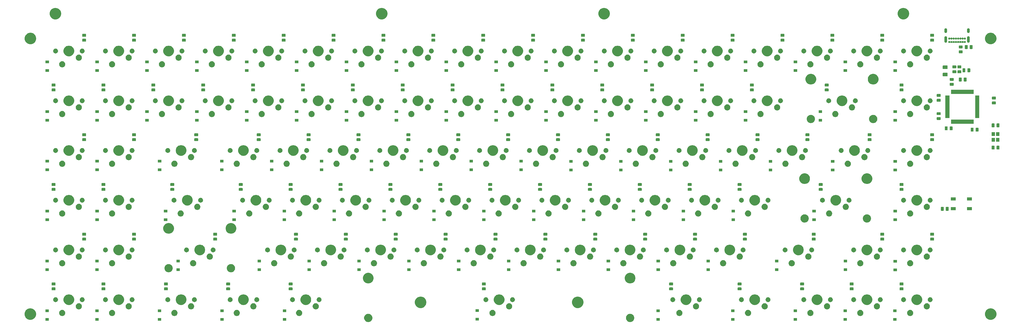
<source format=gbr>
G04 #@! TF.GenerationSoftware,KiCad,Pcbnew,(5.1.4)-1*
G04 #@! TF.CreationDate,2019-10-01T12:46:35+13:00*
G04 #@! TF.ProjectId,keyboard,6b657962-6f61-4726-942e-6b696361645f,rev?*
G04 #@! TF.SameCoordinates,Original*
G04 #@! TF.FileFunction,Soldermask,Bot*
G04 #@! TF.FilePolarity,Negative*
%FSLAX46Y46*%
G04 Gerber Fmt 4.6, Leading zero omitted, Abs format (unit mm)*
G04 Created by KiCad (PCBNEW (5.1.4)-1) date 2019-10-01 12:46:35*
%MOMM*%
%LPD*%
G04 APERTURE LIST*
%ADD10C,0.100000*%
G04 APERTURE END LIST*
D10*
G36*
X199064506Y-1486025D02*
G01*
X199303311Y-1533526D01*
X199422037Y-1582704D01*
X199589941Y-1652252D01*
X199589942Y-1652253D01*
X199847904Y-1824617D01*
X200067283Y-2043996D01*
X200161603Y-2185157D01*
X200239648Y-2301959D01*
X200309196Y-2469863D01*
X200358374Y-2588589D01*
X200418900Y-2892876D01*
X200418900Y-3203124D01*
X200358374Y-3507411D01*
X200309196Y-3626137D01*
X200239648Y-3794041D01*
X200239647Y-3794042D01*
X200067283Y-4052004D01*
X199847904Y-4271383D01*
X199675539Y-4386553D01*
X199589941Y-4443748D01*
X199422037Y-4513296D01*
X199303311Y-4562474D01*
X198999025Y-4623000D01*
X198688775Y-4623000D01*
X198384489Y-4562474D01*
X198265763Y-4513296D01*
X198097859Y-4443748D01*
X198012261Y-4386553D01*
X197839896Y-4271383D01*
X197620517Y-4052004D01*
X197448153Y-3794042D01*
X197448152Y-3794041D01*
X197378604Y-3626137D01*
X197329426Y-3507411D01*
X197268900Y-3203124D01*
X197268900Y-2892876D01*
X197329426Y-2588589D01*
X197378604Y-2469863D01*
X197448152Y-2301959D01*
X197526197Y-2185157D01*
X197620517Y-2043996D01*
X197839896Y-1824617D01*
X198097858Y-1652253D01*
X198097859Y-1652252D01*
X198265763Y-1582704D01*
X198384489Y-1533526D01*
X198623294Y-1486025D01*
X198688775Y-1473000D01*
X198999025Y-1473000D01*
X199064506Y-1486025D01*
X199064506Y-1486025D01*
G37*
G36*
X99064706Y-1486025D02*
G01*
X99303511Y-1533526D01*
X99422237Y-1582704D01*
X99590141Y-1652252D01*
X99590142Y-1652253D01*
X99848104Y-1824617D01*
X100067483Y-2043996D01*
X100161803Y-2185157D01*
X100239848Y-2301959D01*
X100309396Y-2469863D01*
X100358574Y-2588589D01*
X100419100Y-2892876D01*
X100419100Y-3203124D01*
X100358574Y-3507411D01*
X100309396Y-3626137D01*
X100239848Y-3794041D01*
X100239847Y-3794042D01*
X100067483Y-4052004D01*
X99848104Y-4271383D01*
X99675739Y-4386553D01*
X99590141Y-4443748D01*
X99422237Y-4513296D01*
X99303511Y-4562474D01*
X98999225Y-4623000D01*
X98688975Y-4623000D01*
X98384689Y-4562474D01*
X98265963Y-4513296D01*
X98098059Y-4443748D01*
X98012461Y-4386553D01*
X97840096Y-4271383D01*
X97620717Y-4052004D01*
X97448353Y-3794042D01*
X97448352Y-3794041D01*
X97378804Y-3626137D01*
X97329626Y-3507411D01*
X97269100Y-3203124D01*
X97269100Y-2892876D01*
X97329626Y-2588589D01*
X97378804Y-2469863D01*
X97448352Y-2301959D01*
X97526397Y-2185157D01*
X97620717Y-2043996D01*
X97840096Y-1824617D01*
X98098058Y-1652253D01*
X98098059Y-1652252D01*
X98265963Y-1582704D01*
X98384689Y-1533526D01*
X98623494Y-1486025D01*
X98688975Y-1473000D01*
X98999225Y-1473000D01*
X99064706Y-1486025D01*
X99064706Y-1486025D01*
G37*
G36*
X281670250Y-4087750D02*
G01*
X280368250Y-4087750D01*
X280368250Y-3085750D01*
X281670250Y-3085750D01*
X281670250Y-4087750D01*
X281670250Y-4087750D01*
G37*
G36*
X300593250Y-4087750D02*
G01*
X299291250Y-4087750D01*
X299291250Y-3085750D01*
X300593250Y-3085750D01*
X300593250Y-4087750D01*
X300593250Y-4087750D01*
G37*
G36*
X-23129750Y-4087750D02*
G01*
X-24431750Y-4087750D01*
X-24431750Y-3085750D01*
X-23129750Y-3085750D01*
X-23129750Y-4087750D01*
X-23129750Y-4087750D01*
G37*
G36*
X-4079750Y-4087750D02*
G01*
X-5381750Y-4087750D01*
X-5381750Y-3085750D01*
X-4079750Y-3085750D01*
X-4079750Y-4087750D01*
X-4079750Y-4087750D01*
G37*
G36*
X19796250Y-4087750D02*
G01*
X18494250Y-4087750D01*
X18494250Y-3085750D01*
X19796250Y-3085750D01*
X19796250Y-4087750D01*
X19796250Y-4087750D01*
G37*
G36*
X43672250Y-4087750D02*
G01*
X42370250Y-4087750D01*
X42370250Y-3085750D01*
X43672250Y-3085750D01*
X43672250Y-4087750D01*
X43672250Y-4087750D01*
G37*
G36*
X262620250Y-4087750D02*
G01*
X261318250Y-4087750D01*
X261318250Y-3085750D01*
X262620250Y-3085750D01*
X262620250Y-4087750D01*
X262620250Y-4087750D01*
G37*
G36*
X67548250Y-4087750D02*
G01*
X66246250Y-4087750D01*
X66246250Y-3085750D01*
X67548250Y-3085750D01*
X67548250Y-4087750D01*
X67548250Y-4087750D01*
G37*
G36*
X238744250Y-4087750D02*
G01*
X237442250Y-4087750D01*
X237442250Y-3085750D01*
X238744250Y-3085750D01*
X238744250Y-4087750D01*
X238744250Y-4087750D01*
G37*
G36*
X210169250Y-4087750D02*
G01*
X208867250Y-4087750D01*
X208867250Y-3085750D01*
X210169250Y-3085750D01*
X210169250Y-4087750D01*
X210169250Y-4087750D01*
G37*
G36*
X141113000Y-4056000D02*
G01*
X139811000Y-4056000D01*
X139811000Y-3054000D01*
X141113000Y-3054000D01*
X141113000Y-4056000D01*
X141113000Y-4056000D01*
G37*
G36*
X337192007Y528918D02*
G01*
X337592563Y363002D01*
X337592565Y363001D01*
X337953056Y122129D01*
X338259629Y-184444D01*
X338500501Y-544935D01*
X338500502Y-544937D01*
X338666418Y-945493D01*
X338751000Y-1370719D01*
X338751000Y-1804281D01*
X338666418Y-2229507D01*
X338500502Y-2630063D01*
X338500501Y-2630065D01*
X338259629Y-2990556D01*
X337953056Y-3297129D01*
X337592565Y-3538001D01*
X337592564Y-3538002D01*
X337592563Y-3538002D01*
X337192007Y-3703918D01*
X336766781Y-3788500D01*
X336333219Y-3788500D01*
X335907993Y-3703918D01*
X335507437Y-3538002D01*
X335507436Y-3538002D01*
X335507435Y-3538001D01*
X335146944Y-3297129D01*
X334840371Y-2990556D01*
X334599499Y-2630065D01*
X334599498Y-2630063D01*
X334433582Y-2229507D01*
X334349000Y-1804281D01*
X334349000Y-1370719D01*
X334433582Y-945493D01*
X334599498Y-544937D01*
X334599499Y-544935D01*
X334840371Y-184444D01*
X335146944Y122129D01*
X335507435Y363001D01*
X335507437Y363002D01*
X335907993Y528918D01*
X336333219Y613500D01*
X336766781Y613500D01*
X337192007Y528918D01*
X337192007Y528918D01*
G37*
G36*
X-29583993Y528918D02*
G01*
X-29183437Y363002D01*
X-29183435Y363001D01*
X-28822944Y122129D01*
X-28516371Y-184444D01*
X-28275499Y-544935D01*
X-28275498Y-544937D01*
X-28109582Y-945493D01*
X-28025000Y-1370719D01*
X-28025000Y-1804281D01*
X-28109582Y-2229507D01*
X-28275498Y-2630063D01*
X-28275499Y-2630065D01*
X-28516371Y-2990556D01*
X-28822944Y-3297129D01*
X-29183435Y-3538001D01*
X-29183436Y-3538002D01*
X-29183437Y-3538002D01*
X-29583993Y-3703918D01*
X-30009219Y-3788500D01*
X-30442781Y-3788500D01*
X-30868007Y-3703918D01*
X-31268563Y-3538002D01*
X-31268564Y-3538002D01*
X-31268565Y-3538001D01*
X-31629056Y-3297129D01*
X-31935629Y-2990556D01*
X-32176501Y-2630065D01*
X-32176502Y-2630063D01*
X-32342418Y-2229507D01*
X-32427000Y-1804281D01*
X-32427000Y-1370719D01*
X-32342418Y-945493D01*
X-32176502Y-544937D01*
X-32176501Y-544935D01*
X-31935629Y-184444D01*
X-31629056Y122129D01*
X-31268565Y363001D01*
X-31268563Y363002D01*
X-30868007Y528918D01*
X-30442781Y613500D01*
X-30009219Y613500D01*
X-29583993Y528918D01*
X-29583993Y528918D01*
G37*
G36*
X48832560Y17936D02*
G01*
X48984027Y-12193D01*
X49198045Y-100842D01*
X49198046Y-100843D01*
X49390654Y-229539D01*
X49554461Y-393346D01*
X49640258Y-521751D01*
X49683158Y-585955D01*
X49771807Y-799973D01*
X49817000Y-1027174D01*
X49817000Y-1258826D01*
X49771807Y-1486027D01*
X49683158Y-1700045D01*
X49683157Y-1700046D01*
X49554461Y-1892654D01*
X49390654Y-2056461D01*
X49262249Y-2142258D01*
X49198045Y-2185158D01*
X48984027Y-2273807D01*
X48842502Y-2301958D01*
X48756827Y-2319000D01*
X48525173Y-2319000D01*
X48439498Y-2301958D01*
X48297973Y-2273807D01*
X48083955Y-2185158D01*
X48019751Y-2142258D01*
X47891346Y-2056461D01*
X47727539Y-1892654D01*
X47598843Y-1700046D01*
X47598842Y-1700045D01*
X47510193Y-1486027D01*
X47465000Y-1258826D01*
X47465000Y-1027174D01*
X47510193Y-799973D01*
X47598842Y-585955D01*
X47641742Y-521751D01*
X47727539Y-393346D01*
X47891346Y-229539D01*
X48083954Y-100843D01*
X48083955Y-100842D01*
X48297973Y-12193D01*
X48449440Y17936D01*
X48525173Y33000D01*
X48756827Y33000D01*
X48832560Y17936D01*
X48832560Y17936D01*
G37*
G36*
X-17842440Y17936D02*
G01*
X-17690973Y-12193D01*
X-17476955Y-100842D01*
X-17476954Y-100843D01*
X-17284346Y-229539D01*
X-17120539Y-393346D01*
X-17034742Y-521751D01*
X-16991842Y-585955D01*
X-16903193Y-799973D01*
X-16858000Y-1027174D01*
X-16858000Y-1258826D01*
X-16903193Y-1486027D01*
X-16991842Y-1700045D01*
X-16991843Y-1700046D01*
X-17120539Y-1892654D01*
X-17284346Y-2056461D01*
X-17412751Y-2142258D01*
X-17476955Y-2185158D01*
X-17690973Y-2273807D01*
X-17832498Y-2301958D01*
X-17918173Y-2319000D01*
X-18149827Y-2319000D01*
X-18235502Y-2301958D01*
X-18377027Y-2273807D01*
X-18591045Y-2185158D01*
X-18655249Y-2142258D01*
X-18783654Y-2056461D01*
X-18947461Y-1892654D01*
X-19076157Y-1700046D01*
X-19076158Y-1700045D01*
X-19164807Y-1486027D01*
X-19210000Y-1258826D01*
X-19210000Y-1027174D01*
X-19164807Y-799973D01*
X-19076158Y-585955D01*
X-19033258Y-521751D01*
X-18947461Y-393346D01*
X-18783654Y-229539D01*
X-18591046Y-100843D01*
X-18591045Y-100842D01*
X-18377027Y-12193D01*
X-18225560Y17936D01*
X-18149827Y33000D01*
X-17918173Y33000D01*
X-17842440Y17936D01*
X-17842440Y17936D01*
G37*
G36*
X146495560Y17936D02*
G01*
X146647027Y-12193D01*
X146861045Y-100842D01*
X146861046Y-100843D01*
X147053654Y-229539D01*
X147217461Y-393346D01*
X147303258Y-521751D01*
X147346158Y-585955D01*
X147434807Y-799973D01*
X147480000Y-1027174D01*
X147480000Y-1258826D01*
X147434807Y-1486027D01*
X147346158Y-1700045D01*
X147346157Y-1700046D01*
X147217461Y-1892654D01*
X147053654Y-2056461D01*
X146925249Y-2142258D01*
X146861045Y-2185158D01*
X146647027Y-2273807D01*
X146505502Y-2301958D01*
X146419827Y-2319000D01*
X146188173Y-2319000D01*
X146102498Y-2301958D01*
X145960973Y-2273807D01*
X145746955Y-2185158D01*
X145682751Y-2142258D01*
X145554346Y-2056461D01*
X145390539Y-1892654D01*
X145261843Y-1700046D01*
X145261842Y-1700045D01*
X145173193Y-1486027D01*
X145128000Y-1258826D01*
X145128000Y-1027174D01*
X145173193Y-799973D01*
X145261842Y-585955D01*
X145304742Y-521751D01*
X145390539Y-393346D01*
X145554346Y-229539D01*
X145746954Y-100843D01*
X145746955Y-100842D01*
X145960973Y-12193D01*
X146112440Y17936D01*
X146188173Y33000D01*
X146419827Y33000D01*
X146495560Y17936D01*
X146495560Y17936D01*
G37*
G36*
X1207560Y17936D02*
G01*
X1359027Y-12193D01*
X1573045Y-100842D01*
X1573046Y-100843D01*
X1765654Y-229539D01*
X1929461Y-393346D01*
X2015258Y-521751D01*
X2058158Y-585955D01*
X2146807Y-799973D01*
X2192000Y-1027174D01*
X2192000Y-1258826D01*
X2146807Y-1486027D01*
X2058158Y-1700045D01*
X2058157Y-1700046D01*
X1929461Y-1892654D01*
X1765654Y-2056461D01*
X1637249Y-2142258D01*
X1573045Y-2185158D01*
X1359027Y-2273807D01*
X1217502Y-2301958D01*
X1131827Y-2319000D01*
X900173Y-2319000D01*
X814498Y-2301958D01*
X672973Y-2273807D01*
X458955Y-2185158D01*
X394751Y-2142258D01*
X266346Y-2056461D01*
X102539Y-1892654D01*
X-26157Y-1700046D01*
X-26158Y-1700045D01*
X-114807Y-1486027D01*
X-160000Y-1258826D01*
X-160000Y-1027174D01*
X-114807Y-799973D01*
X-26158Y-585955D01*
X16742Y-521751D01*
X102539Y-393346D01*
X266346Y-229539D01*
X458954Y-100843D01*
X458955Y-100842D01*
X672973Y-12193D01*
X824440Y17936D01*
X900173Y33000D01*
X1131827Y33000D01*
X1207560Y17936D01*
X1207560Y17936D01*
G37*
G36*
X217869560Y17936D02*
G01*
X218021027Y-12193D01*
X218235045Y-100842D01*
X218235046Y-100843D01*
X218427654Y-229539D01*
X218591461Y-393346D01*
X218677258Y-521751D01*
X218720158Y-585955D01*
X218808807Y-799973D01*
X218854000Y-1027174D01*
X218854000Y-1258826D01*
X218808807Y-1486027D01*
X218720158Y-1700045D01*
X218720157Y-1700046D01*
X218591461Y-1892654D01*
X218427654Y-2056461D01*
X218299249Y-2142258D01*
X218235045Y-2185158D01*
X218021027Y-2273807D01*
X217879502Y-2301958D01*
X217793827Y-2319000D01*
X217562173Y-2319000D01*
X217476498Y-2301958D01*
X217334973Y-2273807D01*
X217120955Y-2185158D01*
X217056751Y-2142258D01*
X216928346Y-2056461D01*
X216764539Y-1892654D01*
X216635843Y-1700046D01*
X216635842Y-1700045D01*
X216547193Y-1486027D01*
X216502000Y-1258826D01*
X216502000Y-1027174D01*
X216547193Y-799973D01*
X216635842Y-585955D01*
X216678742Y-521751D01*
X216764539Y-393346D01*
X216928346Y-229539D01*
X217120954Y-100843D01*
X217120955Y-100842D01*
X217334973Y-12193D01*
X217486440Y17936D01*
X217562173Y33000D01*
X217793827Y33000D01*
X217869560Y17936D01*
X217869560Y17936D01*
G37*
G36*
X286957560Y17936D02*
G01*
X287109027Y-12193D01*
X287323045Y-100842D01*
X287323046Y-100843D01*
X287515654Y-229539D01*
X287679461Y-393346D01*
X287765258Y-521751D01*
X287808158Y-585955D01*
X287896807Y-799973D01*
X287942000Y-1027174D01*
X287942000Y-1258826D01*
X287896807Y-1486027D01*
X287808158Y-1700045D01*
X287808157Y-1700046D01*
X287679461Y-1892654D01*
X287515654Y-2056461D01*
X287387249Y-2142258D01*
X287323045Y-2185158D01*
X287109027Y-2273807D01*
X286967502Y-2301958D01*
X286881827Y-2319000D01*
X286650173Y-2319000D01*
X286564498Y-2301958D01*
X286422973Y-2273807D01*
X286208955Y-2185158D01*
X286144751Y-2142258D01*
X286016346Y-2056461D01*
X285852539Y-1892654D01*
X285723843Y-1700046D01*
X285723842Y-1700045D01*
X285635193Y-1486027D01*
X285590000Y-1258826D01*
X285590000Y-1027174D01*
X285635193Y-799973D01*
X285723842Y-585955D01*
X285766742Y-521751D01*
X285852539Y-393346D01*
X286016346Y-229539D01*
X286208954Y-100843D01*
X286208955Y-100842D01*
X286422973Y-12193D01*
X286574440Y17936D01*
X286650173Y33000D01*
X286881827Y33000D01*
X286957560Y17936D01*
X286957560Y17936D01*
G37*
G36*
X306007560Y17936D02*
G01*
X306159027Y-12193D01*
X306373045Y-100842D01*
X306373046Y-100843D01*
X306565654Y-229539D01*
X306729461Y-393346D01*
X306815258Y-521751D01*
X306858158Y-585955D01*
X306946807Y-799973D01*
X306992000Y-1027174D01*
X306992000Y-1258826D01*
X306946807Y-1486027D01*
X306858158Y-1700045D01*
X306858157Y-1700046D01*
X306729461Y-1892654D01*
X306565654Y-2056461D01*
X306437249Y-2142258D01*
X306373045Y-2185158D01*
X306159027Y-2273807D01*
X306017502Y-2301958D01*
X305931827Y-2319000D01*
X305700173Y-2319000D01*
X305614498Y-2301958D01*
X305472973Y-2273807D01*
X305258955Y-2185158D01*
X305194751Y-2142258D01*
X305066346Y-2056461D01*
X304902539Y-1892654D01*
X304773843Y-1700046D01*
X304773842Y-1700045D01*
X304685193Y-1486027D01*
X304640000Y-1258826D01*
X304640000Y-1027174D01*
X304685193Y-799973D01*
X304773842Y-585955D01*
X304816742Y-521751D01*
X304902539Y-393346D01*
X305066346Y-229539D01*
X305258954Y-100843D01*
X305258955Y-100842D01*
X305472973Y-12193D01*
X305624440Y17936D01*
X305700173Y33000D01*
X305931827Y33000D01*
X306007560Y17936D01*
X306007560Y17936D01*
G37*
G36*
X25020060Y17936D02*
G01*
X25171527Y-12193D01*
X25385545Y-100842D01*
X25385546Y-100843D01*
X25578154Y-229539D01*
X25741961Y-393346D01*
X25827758Y-521751D01*
X25870658Y-585955D01*
X25959307Y-799973D01*
X26004500Y-1027174D01*
X26004500Y-1258826D01*
X25959307Y-1486027D01*
X25870658Y-1700045D01*
X25870657Y-1700046D01*
X25741961Y-1892654D01*
X25578154Y-2056461D01*
X25449749Y-2142258D01*
X25385545Y-2185158D01*
X25171527Y-2273807D01*
X25030002Y-2301958D01*
X24944327Y-2319000D01*
X24712673Y-2319000D01*
X24626998Y-2301958D01*
X24485473Y-2273807D01*
X24271455Y-2185158D01*
X24207251Y-2142258D01*
X24078846Y-2056461D01*
X23915039Y-1892654D01*
X23786343Y-1700046D01*
X23786342Y-1700045D01*
X23697693Y-1486027D01*
X23652500Y-1258826D01*
X23652500Y-1027174D01*
X23697693Y-799973D01*
X23786342Y-585955D01*
X23829242Y-521751D01*
X23915039Y-393346D01*
X24078846Y-229539D01*
X24271454Y-100843D01*
X24271455Y-100842D01*
X24485473Y-12193D01*
X24636940Y17936D01*
X24712673Y33000D01*
X24944327Y33000D01*
X25020060Y17936D01*
X25020060Y17936D01*
G37*
G36*
X267907560Y17936D02*
G01*
X268059027Y-12193D01*
X268273045Y-100842D01*
X268273046Y-100843D01*
X268465654Y-229539D01*
X268629461Y-393346D01*
X268715258Y-521751D01*
X268758158Y-585955D01*
X268846807Y-799973D01*
X268892000Y-1027174D01*
X268892000Y-1258826D01*
X268846807Y-1486027D01*
X268758158Y-1700045D01*
X268758157Y-1700046D01*
X268629461Y-1892654D01*
X268465654Y-2056461D01*
X268337249Y-2142258D01*
X268273045Y-2185158D01*
X268059027Y-2273807D01*
X267917502Y-2301958D01*
X267831827Y-2319000D01*
X267600173Y-2319000D01*
X267514498Y-2301958D01*
X267372973Y-2273807D01*
X267158955Y-2185158D01*
X267094751Y-2142258D01*
X266966346Y-2056461D01*
X266802539Y-1892654D01*
X266673843Y-1700046D01*
X266673842Y-1700045D01*
X266585193Y-1486027D01*
X266540000Y-1258826D01*
X266540000Y-1027174D01*
X266585193Y-799973D01*
X266673842Y-585955D01*
X266716742Y-521751D01*
X266802539Y-393346D01*
X266966346Y-229539D01*
X267158954Y-100843D01*
X267158955Y-100842D01*
X267372973Y-12193D01*
X267524440Y17936D01*
X267600173Y33000D01*
X267831827Y33000D01*
X267907560Y17936D01*
X267907560Y17936D01*
G37*
G36*
X244095060Y17936D02*
G01*
X244246527Y-12193D01*
X244460545Y-100842D01*
X244460546Y-100843D01*
X244653154Y-229539D01*
X244816961Y-393346D01*
X244902758Y-521751D01*
X244945658Y-585955D01*
X245034307Y-799973D01*
X245079500Y-1027174D01*
X245079500Y-1258826D01*
X245034307Y-1486027D01*
X244945658Y-1700045D01*
X244945657Y-1700046D01*
X244816961Y-1892654D01*
X244653154Y-2056461D01*
X244524749Y-2142258D01*
X244460545Y-2185158D01*
X244246527Y-2273807D01*
X244105002Y-2301958D01*
X244019327Y-2319000D01*
X243787673Y-2319000D01*
X243701998Y-2301958D01*
X243560473Y-2273807D01*
X243346455Y-2185158D01*
X243282251Y-2142258D01*
X243153846Y-2056461D01*
X242990039Y-1892654D01*
X242861343Y-1700046D01*
X242861342Y-1700045D01*
X242772693Y-1486027D01*
X242727500Y-1258826D01*
X242727500Y-1027174D01*
X242772693Y-799973D01*
X242861342Y-585955D01*
X242904242Y-521751D01*
X242990039Y-393346D01*
X243153846Y-229539D01*
X243346454Y-100843D01*
X243346455Y-100842D01*
X243560473Y-12193D01*
X243711940Y17936D01*
X243787673Y33000D01*
X244019327Y33000D01*
X244095060Y17936D01*
X244095060Y17936D01*
G37*
G36*
X72645060Y17936D02*
G01*
X72796527Y-12193D01*
X73010545Y-100842D01*
X73010546Y-100843D01*
X73203154Y-229539D01*
X73366961Y-393346D01*
X73452758Y-521751D01*
X73495658Y-585955D01*
X73584307Y-799973D01*
X73629500Y-1027174D01*
X73629500Y-1258826D01*
X73584307Y-1486027D01*
X73495658Y-1700045D01*
X73495657Y-1700046D01*
X73366961Y-1892654D01*
X73203154Y-2056461D01*
X73074749Y-2142258D01*
X73010545Y-2185158D01*
X72796527Y-2273807D01*
X72655002Y-2301958D01*
X72569327Y-2319000D01*
X72337673Y-2319000D01*
X72251998Y-2301958D01*
X72110473Y-2273807D01*
X71896455Y-2185158D01*
X71832251Y-2142258D01*
X71703846Y-2056461D01*
X71540039Y-1892654D01*
X71411343Y-1700046D01*
X71411342Y-1700045D01*
X71322693Y-1486027D01*
X71277500Y-1258826D01*
X71277500Y-1027174D01*
X71322693Y-799973D01*
X71411342Y-585955D01*
X71454242Y-521751D01*
X71540039Y-393346D01*
X71703846Y-229539D01*
X71896454Y-100843D01*
X71896455Y-100842D01*
X72110473Y-12193D01*
X72261940Y17936D01*
X72337673Y33000D01*
X72569327Y33000D01*
X72645060Y17936D01*
X72645060Y17936D01*
G37*
G36*
X19796250Y-787750D02*
G01*
X18494250Y-787750D01*
X18494250Y214250D01*
X19796250Y214250D01*
X19796250Y-787750D01*
X19796250Y-787750D01*
G37*
G36*
X300593250Y-787750D02*
G01*
X299291250Y-787750D01*
X299291250Y214250D01*
X300593250Y214250D01*
X300593250Y-787750D01*
X300593250Y-787750D01*
G37*
G36*
X281670250Y-787750D02*
G01*
X280368250Y-787750D01*
X280368250Y214250D01*
X281670250Y214250D01*
X281670250Y-787750D01*
X281670250Y-787750D01*
G37*
G36*
X67548250Y-787750D02*
G01*
X66246250Y-787750D01*
X66246250Y214250D01*
X67548250Y214250D01*
X67548250Y-787750D01*
X67548250Y-787750D01*
G37*
G36*
X43672250Y-787750D02*
G01*
X42370250Y-787750D01*
X42370250Y214250D01*
X43672250Y214250D01*
X43672250Y-787750D01*
X43672250Y-787750D01*
G37*
G36*
X238744250Y-787750D02*
G01*
X237442250Y-787750D01*
X237442250Y214250D01*
X238744250Y214250D01*
X238744250Y-787750D01*
X238744250Y-787750D01*
G37*
G36*
X262620250Y-787750D02*
G01*
X261318250Y-787750D01*
X261318250Y214250D01*
X262620250Y214250D01*
X262620250Y-787750D01*
X262620250Y-787750D01*
G37*
G36*
X210169250Y-787750D02*
G01*
X208867250Y-787750D01*
X208867250Y214250D01*
X210169250Y214250D01*
X210169250Y-787750D01*
X210169250Y-787750D01*
G37*
G36*
X-4079750Y-787750D02*
G01*
X-5381750Y-787750D01*
X-5381750Y214250D01*
X-4079750Y214250D01*
X-4079750Y-787750D01*
X-4079750Y-787750D01*
G37*
G36*
X-23129750Y-787750D02*
G01*
X-24431750Y-787750D01*
X-24431750Y214250D01*
X-23129750Y214250D01*
X-23129750Y-787750D01*
X-23129750Y-787750D01*
G37*
G36*
X141113000Y-756000D02*
G01*
X139811000Y-756000D01*
X139811000Y246000D01*
X141113000Y246000D01*
X141113000Y-756000D01*
X141113000Y-756000D01*
G37*
G36*
X78995060Y2557936D02*
G01*
X79146527Y2527807D01*
X79360545Y2439158D01*
X79360546Y2439157D01*
X79553154Y2310461D01*
X79716961Y2146654D01*
X79731541Y2124833D01*
X79845658Y1954045D01*
X79934307Y1740027D01*
X79934307Y1740025D01*
X79975300Y1533944D01*
X79979500Y1512826D01*
X79979500Y1281174D01*
X79934307Y1053973D01*
X79845658Y839955D01*
X79845657Y839954D01*
X79716961Y647346D01*
X79553154Y483539D01*
X79424749Y397742D01*
X79360545Y354842D01*
X79146527Y266193D01*
X78995060Y236064D01*
X78919327Y221000D01*
X78687673Y221000D01*
X78611940Y236064D01*
X78460473Y266193D01*
X78246455Y354842D01*
X78182251Y397742D01*
X78053846Y483539D01*
X77890039Y647346D01*
X77761343Y839954D01*
X77761342Y839955D01*
X77672693Y1053973D01*
X77627500Y1281174D01*
X77627500Y1512826D01*
X77631701Y1533944D01*
X77672693Y1740025D01*
X77672693Y1740027D01*
X77761342Y1954045D01*
X77875459Y2124833D01*
X77890039Y2146654D01*
X78053846Y2310461D01*
X78246454Y2439157D01*
X78246455Y2439158D01*
X78460473Y2527807D01*
X78611940Y2557936D01*
X78687673Y2573000D01*
X78919327Y2573000D01*
X78995060Y2557936D01*
X78995060Y2557936D01*
G37*
G36*
X312357560Y2557936D02*
G01*
X312509027Y2527807D01*
X312723045Y2439158D01*
X312723046Y2439157D01*
X312915654Y2310461D01*
X313079461Y2146654D01*
X313094041Y2124833D01*
X313208158Y1954045D01*
X313296807Y1740027D01*
X313296807Y1740025D01*
X313337800Y1533944D01*
X313342000Y1512826D01*
X313342000Y1281174D01*
X313296807Y1053973D01*
X313208158Y839955D01*
X313208157Y839954D01*
X313079461Y647346D01*
X312915654Y483539D01*
X312787249Y397742D01*
X312723045Y354842D01*
X312509027Y266193D01*
X312357560Y236064D01*
X312281827Y221000D01*
X312050173Y221000D01*
X311974440Y236064D01*
X311822973Y266193D01*
X311608955Y354842D01*
X311544751Y397742D01*
X311416346Y483539D01*
X311252539Y647346D01*
X311123843Y839954D01*
X311123842Y839955D01*
X311035193Y1053973D01*
X310990000Y1281174D01*
X310990000Y1512826D01*
X310994201Y1533944D01*
X311035193Y1740025D01*
X311035193Y1740027D01*
X311123842Y1954045D01*
X311237959Y2124833D01*
X311252539Y2146654D01*
X311416346Y2310461D01*
X311608954Y2439157D01*
X311608955Y2439158D01*
X311822973Y2527807D01*
X311974440Y2557936D01*
X312050173Y2573000D01*
X312281827Y2573000D01*
X312357560Y2557936D01*
X312357560Y2557936D01*
G37*
G36*
X274257560Y2557936D02*
G01*
X274409027Y2527807D01*
X274623045Y2439158D01*
X274623046Y2439157D01*
X274815654Y2310461D01*
X274979461Y2146654D01*
X274994041Y2124833D01*
X275108158Y1954045D01*
X275196807Y1740027D01*
X275196807Y1740025D01*
X275237800Y1533944D01*
X275242000Y1512826D01*
X275242000Y1281174D01*
X275196807Y1053973D01*
X275108158Y839955D01*
X275108157Y839954D01*
X274979461Y647346D01*
X274815654Y483539D01*
X274687249Y397742D01*
X274623045Y354842D01*
X274409027Y266193D01*
X274257560Y236064D01*
X274181827Y221000D01*
X273950173Y221000D01*
X273874440Y236064D01*
X273722973Y266193D01*
X273508955Y354842D01*
X273444751Y397742D01*
X273316346Y483539D01*
X273152539Y647346D01*
X273023843Y839954D01*
X273023842Y839955D01*
X272935193Y1053973D01*
X272890000Y1281174D01*
X272890000Y1512826D01*
X272894201Y1533944D01*
X272935193Y1740025D01*
X272935193Y1740027D01*
X273023842Y1954045D01*
X273137959Y2124833D01*
X273152539Y2146654D01*
X273316346Y2310461D01*
X273508954Y2439157D01*
X273508955Y2439158D01*
X273722973Y2527807D01*
X273874440Y2557936D01*
X273950173Y2573000D01*
X274181827Y2573000D01*
X274257560Y2557936D01*
X274257560Y2557936D01*
G37*
G36*
X250445060Y2557936D02*
G01*
X250596527Y2527807D01*
X250810545Y2439158D01*
X250810546Y2439157D01*
X251003154Y2310461D01*
X251166961Y2146654D01*
X251181541Y2124833D01*
X251295658Y1954045D01*
X251384307Y1740027D01*
X251384307Y1740025D01*
X251425300Y1533944D01*
X251429500Y1512826D01*
X251429500Y1281174D01*
X251384307Y1053973D01*
X251295658Y839955D01*
X251295657Y839954D01*
X251166961Y647346D01*
X251003154Y483539D01*
X250874749Y397742D01*
X250810545Y354842D01*
X250596527Y266193D01*
X250445060Y236064D01*
X250369327Y221000D01*
X250137673Y221000D01*
X250061940Y236064D01*
X249910473Y266193D01*
X249696455Y354842D01*
X249632251Y397742D01*
X249503846Y483539D01*
X249340039Y647346D01*
X249211343Y839954D01*
X249211342Y839955D01*
X249122693Y1053973D01*
X249077500Y1281174D01*
X249077500Y1512826D01*
X249081701Y1533944D01*
X249122693Y1740025D01*
X249122693Y1740027D01*
X249211342Y1954045D01*
X249325459Y2124833D01*
X249340039Y2146654D01*
X249503846Y2310461D01*
X249696454Y2439157D01*
X249696455Y2439158D01*
X249910473Y2527807D01*
X250061940Y2557936D01*
X250137673Y2573000D01*
X250369327Y2573000D01*
X250445060Y2557936D01*
X250445060Y2557936D01*
G37*
G36*
X293307560Y2557936D02*
G01*
X293459027Y2527807D01*
X293673045Y2439158D01*
X293673046Y2439157D01*
X293865654Y2310461D01*
X294029461Y2146654D01*
X294044041Y2124833D01*
X294158158Y1954045D01*
X294246807Y1740027D01*
X294246807Y1740025D01*
X294287800Y1533944D01*
X294292000Y1512826D01*
X294292000Y1281174D01*
X294246807Y1053973D01*
X294158158Y839955D01*
X294158157Y839954D01*
X294029461Y647346D01*
X293865654Y483539D01*
X293737249Y397742D01*
X293673045Y354842D01*
X293459027Y266193D01*
X293307560Y236064D01*
X293231827Y221000D01*
X293000173Y221000D01*
X292924440Y236064D01*
X292772973Y266193D01*
X292558955Y354842D01*
X292494751Y397742D01*
X292366346Y483539D01*
X292202539Y647346D01*
X292073843Y839954D01*
X292073842Y839955D01*
X291985193Y1053973D01*
X291940000Y1281174D01*
X291940000Y1512826D01*
X291944201Y1533944D01*
X291985193Y1740025D01*
X291985193Y1740027D01*
X292073842Y1954045D01*
X292187959Y2124833D01*
X292202539Y2146654D01*
X292366346Y2310461D01*
X292558954Y2439157D01*
X292558955Y2439158D01*
X292772973Y2527807D01*
X292924440Y2557936D01*
X293000173Y2573000D01*
X293231827Y2573000D01*
X293307560Y2557936D01*
X293307560Y2557936D01*
G37*
G36*
X55182560Y2557936D02*
G01*
X55334027Y2527807D01*
X55548045Y2439158D01*
X55548046Y2439157D01*
X55740654Y2310461D01*
X55904461Y2146654D01*
X55919041Y2124833D01*
X56033158Y1954045D01*
X56121807Y1740027D01*
X56121807Y1740025D01*
X56162800Y1533944D01*
X56167000Y1512826D01*
X56167000Y1281174D01*
X56121807Y1053973D01*
X56033158Y839955D01*
X56033157Y839954D01*
X55904461Y647346D01*
X55740654Y483539D01*
X55612249Y397742D01*
X55548045Y354842D01*
X55334027Y266193D01*
X55182560Y236064D01*
X55106827Y221000D01*
X54875173Y221000D01*
X54799440Y236064D01*
X54647973Y266193D01*
X54433955Y354842D01*
X54369751Y397742D01*
X54241346Y483539D01*
X54077539Y647346D01*
X53948843Y839954D01*
X53948842Y839955D01*
X53860193Y1053973D01*
X53815000Y1281174D01*
X53815000Y1512826D01*
X53819201Y1533944D01*
X53860193Y1740025D01*
X53860193Y1740027D01*
X53948842Y1954045D01*
X54062959Y2124833D01*
X54077539Y2146654D01*
X54241346Y2310461D01*
X54433954Y2439157D01*
X54433955Y2439158D01*
X54647973Y2527807D01*
X54799440Y2557936D01*
X54875173Y2573000D01*
X55106827Y2573000D01*
X55182560Y2557936D01*
X55182560Y2557936D01*
G37*
G36*
X7557560Y2557936D02*
G01*
X7709027Y2527807D01*
X7923045Y2439158D01*
X7923046Y2439157D01*
X8115654Y2310461D01*
X8279461Y2146654D01*
X8294041Y2124833D01*
X8408158Y1954045D01*
X8496807Y1740027D01*
X8496807Y1740025D01*
X8537800Y1533944D01*
X8542000Y1512826D01*
X8542000Y1281174D01*
X8496807Y1053973D01*
X8408158Y839955D01*
X8408157Y839954D01*
X8279461Y647346D01*
X8115654Y483539D01*
X7987249Y397742D01*
X7923045Y354842D01*
X7709027Y266193D01*
X7557560Y236064D01*
X7481827Y221000D01*
X7250173Y221000D01*
X7174440Y236064D01*
X7022973Y266193D01*
X6808955Y354842D01*
X6744751Y397742D01*
X6616346Y483539D01*
X6452539Y647346D01*
X6323843Y839954D01*
X6323842Y839955D01*
X6235193Y1053973D01*
X6190000Y1281174D01*
X6190000Y1512826D01*
X6194201Y1533944D01*
X6235193Y1740025D01*
X6235193Y1740027D01*
X6323842Y1954045D01*
X6437959Y2124833D01*
X6452539Y2146654D01*
X6616346Y2310461D01*
X6808954Y2439157D01*
X6808955Y2439158D01*
X7022973Y2527807D01*
X7174440Y2557936D01*
X7250173Y2573000D01*
X7481827Y2573000D01*
X7557560Y2557936D01*
X7557560Y2557936D01*
G37*
G36*
X152845560Y2557936D02*
G01*
X152997027Y2527807D01*
X153211045Y2439158D01*
X153211046Y2439157D01*
X153403654Y2310461D01*
X153567461Y2146654D01*
X153582041Y2124833D01*
X153696158Y1954045D01*
X153784807Y1740027D01*
X153784807Y1740025D01*
X153825800Y1533944D01*
X153830000Y1512826D01*
X153830000Y1281174D01*
X153784807Y1053973D01*
X153696158Y839955D01*
X153696157Y839954D01*
X153567461Y647346D01*
X153403654Y483539D01*
X153275249Y397742D01*
X153211045Y354842D01*
X152997027Y266193D01*
X152845560Y236064D01*
X152769827Y221000D01*
X152538173Y221000D01*
X152462440Y236064D01*
X152310973Y266193D01*
X152096955Y354842D01*
X152032751Y397742D01*
X151904346Y483539D01*
X151740539Y647346D01*
X151611843Y839954D01*
X151611842Y839955D01*
X151523193Y1053973D01*
X151478000Y1281174D01*
X151478000Y1512826D01*
X151482201Y1533944D01*
X151523193Y1740025D01*
X151523193Y1740027D01*
X151611842Y1954045D01*
X151725959Y2124833D01*
X151740539Y2146654D01*
X151904346Y2310461D01*
X152096954Y2439157D01*
X152096955Y2439158D01*
X152310973Y2527807D01*
X152462440Y2557936D01*
X152538173Y2573000D01*
X152769827Y2573000D01*
X152845560Y2557936D01*
X152845560Y2557936D01*
G37*
G36*
X31370060Y2557936D02*
G01*
X31521527Y2527807D01*
X31735545Y2439158D01*
X31735546Y2439157D01*
X31928154Y2310461D01*
X32091961Y2146654D01*
X32106541Y2124833D01*
X32220658Y1954045D01*
X32309307Y1740027D01*
X32309307Y1740025D01*
X32350300Y1533944D01*
X32354500Y1512826D01*
X32354500Y1281174D01*
X32309307Y1053973D01*
X32220658Y839955D01*
X32220657Y839954D01*
X32091961Y647346D01*
X31928154Y483539D01*
X31799749Y397742D01*
X31735545Y354842D01*
X31521527Y266193D01*
X31370060Y236064D01*
X31294327Y221000D01*
X31062673Y221000D01*
X30986940Y236064D01*
X30835473Y266193D01*
X30621455Y354842D01*
X30557251Y397742D01*
X30428846Y483539D01*
X30265039Y647346D01*
X30136343Y839954D01*
X30136342Y839955D01*
X30047693Y1053973D01*
X30002500Y1281174D01*
X30002500Y1512826D01*
X30006701Y1533944D01*
X30047693Y1740025D01*
X30047693Y1740027D01*
X30136342Y1954045D01*
X30250459Y2124833D01*
X30265039Y2146654D01*
X30428846Y2310461D01*
X30621454Y2439157D01*
X30621455Y2439158D01*
X30835473Y2527807D01*
X30986940Y2557936D01*
X31062673Y2573000D01*
X31294327Y2573000D01*
X31370060Y2557936D01*
X31370060Y2557936D01*
G37*
G36*
X224219560Y2557936D02*
G01*
X224371027Y2527807D01*
X224585045Y2439158D01*
X224585046Y2439157D01*
X224777654Y2310461D01*
X224941461Y2146654D01*
X224956041Y2124833D01*
X225070158Y1954045D01*
X225158807Y1740027D01*
X225158807Y1740025D01*
X225199800Y1533944D01*
X225204000Y1512826D01*
X225204000Y1281174D01*
X225158807Y1053973D01*
X225070158Y839955D01*
X225070157Y839954D01*
X224941461Y647346D01*
X224777654Y483539D01*
X224649249Y397742D01*
X224585045Y354842D01*
X224371027Y266193D01*
X224219560Y236064D01*
X224143827Y221000D01*
X223912173Y221000D01*
X223836440Y236064D01*
X223684973Y266193D01*
X223470955Y354842D01*
X223406751Y397742D01*
X223278346Y483539D01*
X223114539Y647346D01*
X222985843Y839954D01*
X222985842Y839955D01*
X222897193Y1053973D01*
X222852000Y1281174D01*
X222852000Y1512826D01*
X222856201Y1533944D01*
X222897193Y1740025D01*
X222897193Y1740027D01*
X222985842Y1954045D01*
X223099959Y2124833D01*
X223114539Y2146654D01*
X223278346Y2310461D01*
X223470954Y2439157D01*
X223470955Y2439158D01*
X223684973Y2527807D01*
X223836440Y2557936D01*
X223912173Y2573000D01*
X224143827Y2573000D01*
X224219560Y2557936D01*
X224219560Y2557936D01*
G37*
G36*
X-11492440Y2557936D02*
G01*
X-11340973Y2527807D01*
X-11126955Y2439158D01*
X-11126954Y2439157D01*
X-10934346Y2310461D01*
X-10770539Y2146654D01*
X-10755959Y2124833D01*
X-10641842Y1954045D01*
X-10553193Y1740027D01*
X-10553193Y1740025D01*
X-10512200Y1533944D01*
X-10508000Y1512826D01*
X-10508000Y1281174D01*
X-10553193Y1053973D01*
X-10641842Y839955D01*
X-10641843Y839954D01*
X-10770539Y647346D01*
X-10934346Y483539D01*
X-11062751Y397742D01*
X-11126955Y354842D01*
X-11340973Y266193D01*
X-11492440Y236064D01*
X-11568173Y221000D01*
X-11799827Y221000D01*
X-11875560Y236064D01*
X-12027027Y266193D01*
X-12241045Y354842D01*
X-12305249Y397742D01*
X-12433654Y483539D01*
X-12597461Y647346D01*
X-12726157Y839954D01*
X-12726158Y839955D01*
X-12814807Y1053973D01*
X-12860000Y1281174D01*
X-12860000Y1512826D01*
X-12855799Y1533944D01*
X-12814807Y1740025D01*
X-12814807Y1740027D01*
X-12726158Y1954045D01*
X-12612041Y2124833D01*
X-12597461Y2146654D01*
X-12433654Y2310461D01*
X-12241046Y2439157D01*
X-12241045Y2439158D01*
X-12027027Y2527807D01*
X-11875560Y2557936D01*
X-11799827Y2573000D01*
X-11568173Y2573000D01*
X-11492440Y2557936D01*
X-11492440Y2557936D01*
G37*
G36*
X179486007Y5053418D02*
G01*
X179886563Y4887502D01*
X179886565Y4887501D01*
X180247056Y4646629D01*
X180553629Y4340056D01*
X180762002Y4028203D01*
X180794502Y3979563D01*
X180960418Y3579007D01*
X181045000Y3153781D01*
X181045000Y2720219D01*
X180960418Y2294993D01*
X180819193Y1954046D01*
X180794501Y1894435D01*
X180553629Y1533944D01*
X180247056Y1227371D01*
X179886565Y986499D01*
X179886564Y986498D01*
X179886563Y986498D01*
X179486007Y820582D01*
X179060781Y736000D01*
X178627219Y736000D01*
X178201993Y820582D01*
X177801437Y986498D01*
X177801436Y986498D01*
X177801435Y986499D01*
X177440944Y1227371D01*
X177134371Y1533944D01*
X176893499Y1894435D01*
X176868807Y1954046D01*
X176727582Y2294993D01*
X176643000Y2720219D01*
X176643000Y3153781D01*
X176727582Y3579007D01*
X176893498Y3979563D01*
X176925998Y4028203D01*
X177134371Y4340056D01*
X177440944Y4646629D01*
X177801435Y4887501D01*
X177801437Y4887502D01*
X178201993Y5053418D01*
X178627219Y5138000D01*
X179060781Y5138000D01*
X179486007Y5053418D01*
X179486007Y5053418D01*
G37*
G36*
X119486007Y5053418D02*
G01*
X119886563Y4887502D01*
X119886565Y4887501D01*
X120247056Y4646629D01*
X120553629Y4340056D01*
X120762002Y4028203D01*
X120794502Y3979563D01*
X120960418Y3579007D01*
X121045000Y3153781D01*
X121045000Y2720219D01*
X120960418Y2294993D01*
X120819193Y1954046D01*
X120794501Y1894435D01*
X120553629Y1533944D01*
X120247056Y1227371D01*
X119886565Y986499D01*
X119886564Y986498D01*
X119886563Y986498D01*
X119486007Y820582D01*
X119060781Y736000D01*
X118627219Y736000D01*
X118201993Y820582D01*
X117801437Y986498D01*
X117801436Y986498D01*
X117801435Y986499D01*
X117440944Y1227371D01*
X117134371Y1533944D01*
X116893499Y1894435D01*
X116868807Y1954046D01*
X116727582Y2294993D01*
X116643000Y2720219D01*
X116643000Y3153781D01*
X116727582Y3579007D01*
X116893498Y3979563D01*
X116925998Y4028203D01*
X117134371Y4340056D01*
X117440944Y4646629D01*
X117801435Y4887501D01*
X117801437Y4887502D01*
X118201993Y5053418D01*
X118627219Y5138000D01*
X119060781Y5138000D01*
X119486007Y5053418D01*
X119486007Y5053418D01*
G37*
G36*
X220814474Y5903316D02*
G01*
X221032474Y5813017D01*
X221186623Y5749167D01*
X221521548Y5525377D01*
X221806377Y5240548D01*
X222030167Y4905623D01*
X222062562Y4827414D01*
X222184316Y4533474D01*
X222262900Y4138406D01*
X222262900Y3735594D01*
X222184316Y3340526D01*
X222106963Y3153780D01*
X222030167Y2968377D01*
X221806377Y2633452D01*
X221521548Y2348623D01*
X221186623Y2124833D01*
X221032474Y2060983D01*
X220814474Y1970684D01*
X220419406Y1892100D01*
X220016594Y1892100D01*
X219621526Y1970684D01*
X219403526Y2060983D01*
X219249377Y2124833D01*
X218914452Y2348623D01*
X218629623Y2633452D01*
X218405833Y2968377D01*
X218329037Y3153780D01*
X218251684Y3340526D01*
X218173100Y3735594D01*
X218173100Y4138406D01*
X218251684Y4533474D01*
X218373438Y4827414D01*
X218405833Y4905623D01*
X218629623Y5240548D01*
X218914452Y5525377D01*
X219249377Y5749167D01*
X219403526Y5813017D01*
X219621526Y5903316D01*
X220016594Y5981900D01*
X220419406Y5981900D01*
X220814474Y5903316D01*
X220814474Y5903316D01*
G37*
G36*
X308952474Y5903316D02*
G01*
X309170474Y5813017D01*
X309324623Y5749167D01*
X309659548Y5525377D01*
X309944377Y5240548D01*
X310168167Y4905623D01*
X310200562Y4827414D01*
X310322316Y4533474D01*
X310400900Y4138406D01*
X310400900Y3735594D01*
X310322316Y3340526D01*
X310244963Y3153780D01*
X310168167Y2968377D01*
X309944377Y2633452D01*
X309659548Y2348623D01*
X309324623Y2124833D01*
X309170474Y2060983D01*
X308952474Y1970684D01*
X308557406Y1892100D01*
X308154594Y1892100D01*
X307759526Y1970684D01*
X307541526Y2060983D01*
X307387377Y2124833D01*
X307052452Y2348623D01*
X306767623Y2633452D01*
X306543833Y2968377D01*
X306467037Y3153780D01*
X306389684Y3340526D01*
X306311100Y3735594D01*
X306311100Y4138406D01*
X306389684Y4533474D01*
X306511438Y4827414D01*
X306543833Y4905623D01*
X306767623Y5240548D01*
X307052452Y5525377D01*
X307387377Y5749167D01*
X307541526Y5813017D01*
X307759526Y5903316D01*
X308154594Y5981900D01*
X308557406Y5981900D01*
X308952474Y5903316D01*
X308952474Y5903316D01*
G37*
G36*
X149440474Y5903316D02*
G01*
X149658474Y5813017D01*
X149812623Y5749167D01*
X150147548Y5525377D01*
X150432377Y5240548D01*
X150656167Y4905623D01*
X150688562Y4827414D01*
X150810316Y4533474D01*
X150888900Y4138406D01*
X150888900Y3735594D01*
X150810316Y3340526D01*
X150732963Y3153780D01*
X150656167Y2968377D01*
X150432377Y2633452D01*
X150147548Y2348623D01*
X149812623Y2124833D01*
X149658474Y2060983D01*
X149440474Y1970684D01*
X149045406Y1892100D01*
X148642594Y1892100D01*
X148247526Y1970684D01*
X148029526Y2060983D01*
X147875377Y2124833D01*
X147540452Y2348623D01*
X147255623Y2633452D01*
X147031833Y2968377D01*
X146955037Y3153780D01*
X146877684Y3340526D01*
X146799100Y3735594D01*
X146799100Y4138406D01*
X146877684Y4533474D01*
X146999438Y4827414D01*
X147031833Y4905623D01*
X147255623Y5240548D01*
X147540452Y5525377D01*
X147875377Y5749167D01*
X148029526Y5813017D01*
X148247526Y5903316D01*
X148642594Y5981900D01*
X149045406Y5981900D01*
X149440474Y5903316D01*
X149440474Y5903316D01*
G37*
G36*
X247039974Y5903316D02*
G01*
X247257974Y5813017D01*
X247412123Y5749167D01*
X247747048Y5525377D01*
X248031877Y5240548D01*
X248255667Y4905623D01*
X248288062Y4827414D01*
X248409816Y4533474D01*
X248488400Y4138406D01*
X248488400Y3735594D01*
X248409816Y3340526D01*
X248332463Y3153780D01*
X248255667Y2968377D01*
X248031877Y2633452D01*
X247747048Y2348623D01*
X247412123Y2124833D01*
X247257974Y2060983D01*
X247039974Y1970684D01*
X246644906Y1892100D01*
X246242094Y1892100D01*
X245847026Y1970684D01*
X245629026Y2060983D01*
X245474877Y2124833D01*
X245139952Y2348623D01*
X244855123Y2633452D01*
X244631333Y2968377D01*
X244554537Y3153780D01*
X244477184Y3340526D01*
X244398600Y3735594D01*
X244398600Y4138406D01*
X244477184Y4533474D01*
X244598938Y4827414D01*
X244631333Y4905623D01*
X244855123Y5240548D01*
X245139952Y5525377D01*
X245474877Y5749167D01*
X245629026Y5813017D01*
X245847026Y5903316D01*
X246242094Y5981900D01*
X246644906Y5981900D01*
X247039974Y5903316D01*
X247039974Y5903316D01*
G37*
G36*
X-14897526Y5903316D02*
G01*
X-14679526Y5813017D01*
X-14525377Y5749167D01*
X-14190452Y5525377D01*
X-13905623Y5240548D01*
X-13681833Y4905623D01*
X-13649438Y4827414D01*
X-13527684Y4533474D01*
X-13449100Y4138406D01*
X-13449100Y3735594D01*
X-13527684Y3340526D01*
X-13605037Y3153780D01*
X-13681833Y2968377D01*
X-13905623Y2633452D01*
X-14190452Y2348623D01*
X-14525377Y2124833D01*
X-14679526Y2060983D01*
X-14897526Y1970684D01*
X-15292594Y1892100D01*
X-15695406Y1892100D01*
X-16090474Y1970684D01*
X-16308474Y2060983D01*
X-16462623Y2124833D01*
X-16797548Y2348623D01*
X-17082377Y2633452D01*
X-17306167Y2968377D01*
X-17382963Y3153780D01*
X-17460316Y3340526D01*
X-17538900Y3735594D01*
X-17538900Y4138406D01*
X-17460316Y4533474D01*
X-17338562Y4827414D01*
X-17306167Y4905623D01*
X-17082377Y5240548D01*
X-16797548Y5525377D01*
X-16462623Y5749167D01*
X-16308474Y5813017D01*
X-16090474Y5903316D01*
X-15695406Y5981900D01*
X-15292594Y5981900D01*
X-14897526Y5903316D01*
X-14897526Y5903316D01*
G37*
G36*
X289902474Y5903316D02*
G01*
X290120474Y5813017D01*
X290274623Y5749167D01*
X290609548Y5525377D01*
X290894377Y5240548D01*
X291118167Y4905623D01*
X291150562Y4827414D01*
X291272316Y4533474D01*
X291350900Y4138406D01*
X291350900Y3735594D01*
X291272316Y3340526D01*
X291194963Y3153780D01*
X291118167Y2968377D01*
X290894377Y2633452D01*
X290609548Y2348623D01*
X290274623Y2124833D01*
X290120474Y2060983D01*
X289902474Y1970684D01*
X289507406Y1892100D01*
X289104594Y1892100D01*
X288709526Y1970684D01*
X288491526Y2060983D01*
X288337377Y2124833D01*
X288002452Y2348623D01*
X287717623Y2633452D01*
X287493833Y2968377D01*
X287417037Y3153780D01*
X287339684Y3340526D01*
X287261100Y3735594D01*
X287261100Y4138406D01*
X287339684Y4533474D01*
X287461438Y4827414D01*
X287493833Y4905623D01*
X287717623Y5240548D01*
X288002452Y5525377D01*
X288337377Y5749167D01*
X288491526Y5813017D01*
X288709526Y5903316D01*
X289104594Y5981900D01*
X289507406Y5981900D01*
X289902474Y5903316D01*
X289902474Y5903316D01*
G37*
G36*
X270852474Y5903316D02*
G01*
X271070474Y5813017D01*
X271224623Y5749167D01*
X271559548Y5525377D01*
X271844377Y5240548D01*
X272068167Y4905623D01*
X272100562Y4827414D01*
X272222316Y4533474D01*
X272300900Y4138406D01*
X272300900Y3735594D01*
X272222316Y3340526D01*
X272144963Y3153780D01*
X272068167Y2968377D01*
X271844377Y2633452D01*
X271559548Y2348623D01*
X271224623Y2124833D01*
X271070474Y2060983D01*
X270852474Y1970684D01*
X270457406Y1892100D01*
X270054594Y1892100D01*
X269659526Y1970684D01*
X269441526Y2060983D01*
X269287377Y2124833D01*
X268952452Y2348623D01*
X268667623Y2633452D01*
X268443833Y2968377D01*
X268367037Y3153780D01*
X268289684Y3340526D01*
X268211100Y3735594D01*
X268211100Y4138406D01*
X268289684Y4533474D01*
X268411438Y4827414D01*
X268443833Y4905623D01*
X268667623Y5240548D01*
X268952452Y5525377D01*
X269287377Y5749167D01*
X269441526Y5813017D01*
X269659526Y5903316D01*
X270054594Y5981900D01*
X270457406Y5981900D01*
X270852474Y5903316D01*
X270852474Y5903316D01*
G37*
G36*
X27964974Y5903316D02*
G01*
X28182974Y5813017D01*
X28337123Y5749167D01*
X28672048Y5525377D01*
X28956877Y5240548D01*
X29180667Y4905623D01*
X29213062Y4827414D01*
X29334816Y4533474D01*
X29413400Y4138406D01*
X29413400Y3735594D01*
X29334816Y3340526D01*
X29257463Y3153780D01*
X29180667Y2968377D01*
X28956877Y2633452D01*
X28672048Y2348623D01*
X28337123Y2124833D01*
X28182974Y2060983D01*
X27964974Y1970684D01*
X27569906Y1892100D01*
X27167094Y1892100D01*
X26772026Y1970684D01*
X26554026Y2060983D01*
X26399877Y2124833D01*
X26064952Y2348623D01*
X25780123Y2633452D01*
X25556333Y2968377D01*
X25479537Y3153780D01*
X25402184Y3340526D01*
X25323600Y3735594D01*
X25323600Y4138406D01*
X25402184Y4533474D01*
X25523938Y4827414D01*
X25556333Y4905623D01*
X25780123Y5240548D01*
X26064952Y5525377D01*
X26399877Y5749167D01*
X26554026Y5813017D01*
X26772026Y5903316D01*
X27167094Y5981900D01*
X27569906Y5981900D01*
X27964974Y5903316D01*
X27964974Y5903316D01*
G37*
G36*
X75589974Y5903316D02*
G01*
X75807974Y5813017D01*
X75962123Y5749167D01*
X76297048Y5525377D01*
X76581877Y5240548D01*
X76805667Y4905623D01*
X76838062Y4827414D01*
X76959816Y4533474D01*
X77038400Y4138406D01*
X77038400Y3735594D01*
X76959816Y3340526D01*
X76882463Y3153780D01*
X76805667Y2968377D01*
X76581877Y2633452D01*
X76297048Y2348623D01*
X75962123Y2124833D01*
X75807974Y2060983D01*
X75589974Y1970684D01*
X75194906Y1892100D01*
X74792094Y1892100D01*
X74397026Y1970684D01*
X74179026Y2060983D01*
X74024877Y2124833D01*
X73689952Y2348623D01*
X73405123Y2633452D01*
X73181333Y2968377D01*
X73104537Y3153780D01*
X73027184Y3340526D01*
X72948600Y3735594D01*
X72948600Y4138406D01*
X73027184Y4533474D01*
X73148938Y4827414D01*
X73181333Y4905623D01*
X73405123Y5240548D01*
X73689952Y5525377D01*
X74024877Y5749167D01*
X74179026Y5813017D01*
X74397026Y5903316D01*
X74792094Y5981900D01*
X75194906Y5981900D01*
X75589974Y5903316D01*
X75589974Y5903316D01*
G37*
G36*
X4152474Y5903316D02*
G01*
X4370474Y5813017D01*
X4524623Y5749167D01*
X4859548Y5525377D01*
X5144377Y5240548D01*
X5368167Y4905623D01*
X5400562Y4827414D01*
X5522316Y4533474D01*
X5600900Y4138406D01*
X5600900Y3735594D01*
X5522316Y3340526D01*
X5444963Y3153780D01*
X5368167Y2968377D01*
X5144377Y2633452D01*
X4859548Y2348623D01*
X4524623Y2124833D01*
X4370474Y2060983D01*
X4152474Y1970684D01*
X3757406Y1892100D01*
X3354594Y1892100D01*
X2959526Y1970684D01*
X2741526Y2060983D01*
X2587377Y2124833D01*
X2252452Y2348623D01*
X1967623Y2633452D01*
X1743833Y2968377D01*
X1667037Y3153780D01*
X1589684Y3340526D01*
X1511100Y3735594D01*
X1511100Y4138406D01*
X1589684Y4533474D01*
X1711438Y4827414D01*
X1743833Y4905623D01*
X1967623Y5240548D01*
X2252452Y5525377D01*
X2587377Y5749167D01*
X2741526Y5813017D01*
X2959526Y5903316D01*
X3354594Y5981900D01*
X3757406Y5981900D01*
X4152474Y5903316D01*
X4152474Y5903316D01*
G37*
G36*
X51777474Y5903316D02*
G01*
X51995474Y5813017D01*
X52149623Y5749167D01*
X52484548Y5525377D01*
X52769377Y5240548D01*
X52993167Y4905623D01*
X53025562Y4827414D01*
X53147316Y4533474D01*
X53225900Y4138406D01*
X53225900Y3735594D01*
X53147316Y3340526D01*
X53069963Y3153780D01*
X52993167Y2968377D01*
X52769377Y2633452D01*
X52484548Y2348623D01*
X52149623Y2124833D01*
X51995474Y2060983D01*
X51777474Y1970684D01*
X51382406Y1892100D01*
X50979594Y1892100D01*
X50584526Y1970684D01*
X50366526Y2060983D01*
X50212377Y2124833D01*
X49877452Y2348623D01*
X49592623Y2633452D01*
X49368833Y2968377D01*
X49292037Y3153780D01*
X49214684Y3340526D01*
X49136100Y3735594D01*
X49136100Y4138406D01*
X49214684Y4533474D01*
X49336438Y4827414D01*
X49368833Y4905623D01*
X49592623Y5240548D01*
X49877452Y5525377D01*
X50212377Y5749167D01*
X50366526Y5813017D01*
X50584526Y5903316D01*
X50979594Y5981900D01*
X51382406Y5981900D01*
X51777474Y5903316D01*
X51777474Y5903316D01*
G37*
G36*
X46371104Y4827415D02*
G01*
X46539626Y4757611D01*
X46691291Y4656272D01*
X46820272Y4527291D01*
X46921611Y4375626D01*
X46991415Y4207104D01*
X47027000Y4028203D01*
X47027000Y3845797D01*
X46991415Y3666896D01*
X46921611Y3498374D01*
X46820272Y3346709D01*
X46691291Y3217728D01*
X46539626Y3116389D01*
X46371104Y3046585D01*
X46192203Y3011000D01*
X46009797Y3011000D01*
X45830896Y3046585D01*
X45662374Y3116389D01*
X45510709Y3217728D01*
X45381728Y3346709D01*
X45280389Y3498374D01*
X45210585Y3666896D01*
X45175000Y3845797D01*
X45175000Y4028203D01*
X45210585Y4207104D01*
X45280389Y4375626D01*
X45381728Y4527291D01*
X45510709Y4656272D01*
X45662374Y4757611D01*
X45830896Y4827415D01*
X46009797Y4863000D01*
X46192203Y4863000D01*
X46371104Y4827415D01*
X46371104Y4827415D01*
G37*
G36*
X56531104Y4827415D02*
G01*
X56699626Y4757611D01*
X56851291Y4656272D01*
X56980272Y4527291D01*
X57081611Y4375626D01*
X57151415Y4207104D01*
X57187000Y4028203D01*
X57187000Y3845797D01*
X57151415Y3666896D01*
X57081611Y3498374D01*
X56980272Y3346709D01*
X56851291Y3217728D01*
X56699626Y3116389D01*
X56531104Y3046585D01*
X56352203Y3011000D01*
X56169797Y3011000D01*
X55990896Y3046585D01*
X55822374Y3116389D01*
X55670709Y3217728D01*
X55541728Y3346709D01*
X55440389Y3498374D01*
X55370585Y3666896D01*
X55335000Y3845797D01*
X55335000Y4028203D01*
X55370585Y4207104D01*
X55440389Y4375626D01*
X55541728Y4527291D01*
X55670709Y4656272D01*
X55822374Y4757611D01*
X55990896Y4827415D01*
X56169797Y4863000D01*
X56352203Y4863000D01*
X56531104Y4827415D01*
X56531104Y4827415D01*
G37*
G36*
X225568104Y4827415D02*
G01*
X225736626Y4757611D01*
X225888291Y4656272D01*
X226017272Y4527291D01*
X226118611Y4375626D01*
X226188415Y4207104D01*
X226224000Y4028203D01*
X226224000Y3845797D01*
X226188415Y3666896D01*
X226118611Y3498374D01*
X226017272Y3346709D01*
X225888291Y3217728D01*
X225736626Y3116389D01*
X225568104Y3046585D01*
X225389203Y3011000D01*
X225206797Y3011000D01*
X225027896Y3046585D01*
X224859374Y3116389D01*
X224707709Y3217728D01*
X224578728Y3346709D01*
X224477389Y3498374D01*
X224407585Y3666896D01*
X224372000Y3845797D01*
X224372000Y4028203D01*
X224407585Y4207104D01*
X224477389Y4375626D01*
X224578728Y4527291D01*
X224707709Y4656272D01*
X224859374Y4757611D01*
X225027896Y4827415D01*
X225206797Y4863000D01*
X225389203Y4863000D01*
X225568104Y4827415D01*
X225568104Y4827415D01*
G37*
G36*
X32718604Y4827415D02*
G01*
X32887126Y4757611D01*
X33038791Y4656272D01*
X33167772Y4527291D01*
X33269111Y4375626D01*
X33338915Y4207104D01*
X33374500Y4028203D01*
X33374500Y3845797D01*
X33338915Y3666896D01*
X33269111Y3498374D01*
X33167772Y3346709D01*
X33038791Y3217728D01*
X32887126Y3116389D01*
X32718604Y3046585D01*
X32539703Y3011000D01*
X32357297Y3011000D01*
X32178396Y3046585D01*
X32009874Y3116389D01*
X31858209Y3217728D01*
X31729228Y3346709D01*
X31627889Y3498374D01*
X31558085Y3666896D01*
X31522500Y3845797D01*
X31522500Y4028203D01*
X31558085Y4207104D01*
X31627889Y4375626D01*
X31729228Y4527291D01*
X31858209Y4656272D01*
X32009874Y4757611D01*
X32178396Y4827415D01*
X32357297Y4863000D01*
X32539703Y4863000D01*
X32718604Y4827415D01*
X32718604Y4827415D01*
G37*
G36*
X22558604Y4827415D02*
G01*
X22727126Y4757611D01*
X22878791Y4656272D01*
X23007772Y4527291D01*
X23109111Y4375626D01*
X23178915Y4207104D01*
X23214500Y4028203D01*
X23214500Y3845797D01*
X23178915Y3666896D01*
X23109111Y3498374D01*
X23007772Y3346709D01*
X22878791Y3217728D01*
X22727126Y3116389D01*
X22558604Y3046585D01*
X22379703Y3011000D01*
X22197297Y3011000D01*
X22018396Y3046585D01*
X21849874Y3116389D01*
X21698209Y3217728D01*
X21569228Y3346709D01*
X21467889Y3498374D01*
X21398085Y3666896D01*
X21362500Y3845797D01*
X21362500Y4028203D01*
X21398085Y4207104D01*
X21467889Y4375626D01*
X21569228Y4527291D01*
X21698209Y4656272D01*
X21849874Y4757611D01*
X22018396Y4827415D01*
X22197297Y4863000D01*
X22379703Y4863000D01*
X22558604Y4827415D01*
X22558604Y4827415D01*
G37*
G36*
X215408104Y4827415D02*
G01*
X215576626Y4757611D01*
X215728291Y4656272D01*
X215857272Y4527291D01*
X215958611Y4375626D01*
X216028415Y4207104D01*
X216064000Y4028203D01*
X216064000Y3845797D01*
X216028415Y3666896D01*
X215958611Y3498374D01*
X215857272Y3346709D01*
X215728291Y3217728D01*
X215576626Y3116389D01*
X215408104Y3046585D01*
X215229203Y3011000D01*
X215046797Y3011000D01*
X214867896Y3046585D01*
X214699374Y3116389D01*
X214547709Y3217728D01*
X214418728Y3346709D01*
X214317389Y3498374D01*
X214247585Y3666896D01*
X214212000Y3845797D01*
X214212000Y4028203D01*
X214247585Y4207104D01*
X214317389Y4375626D01*
X214418728Y4527291D01*
X214547709Y4656272D01*
X214699374Y4757611D01*
X214867896Y4827415D01*
X215046797Y4863000D01*
X215229203Y4863000D01*
X215408104Y4827415D01*
X215408104Y4827415D01*
G37*
G36*
X154194104Y4827415D02*
G01*
X154362626Y4757611D01*
X154514291Y4656272D01*
X154643272Y4527291D01*
X154744611Y4375626D01*
X154814415Y4207104D01*
X154850000Y4028203D01*
X154850000Y3845797D01*
X154814415Y3666896D01*
X154744611Y3498374D01*
X154643272Y3346709D01*
X154514291Y3217728D01*
X154362626Y3116389D01*
X154194104Y3046585D01*
X154015203Y3011000D01*
X153832797Y3011000D01*
X153653896Y3046585D01*
X153485374Y3116389D01*
X153333709Y3217728D01*
X153204728Y3346709D01*
X153103389Y3498374D01*
X153033585Y3666896D01*
X152998000Y3845797D01*
X152998000Y4028203D01*
X153033585Y4207104D01*
X153103389Y4375626D01*
X153204728Y4527291D01*
X153333709Y4656272D01*
X153485374Y4757611D01*
X153653896Y4827415D01*
X153832797Y4863000D01*
X154015203Y4863000D01*
X154194104Y4827415D01*
X154194104Y4827415D01*
G37*
G36*
X8906104Y4827415D02*
G01*
X9074626Y4757611D01*
X9226291Y4656272D01*
X9355272Y4527291D01*
X9456611Y4375626D01*
X9526415Y4207104D01*
X9562000Y4028203D01*
X9562000Y3845797D01*
X9526415Y3666896D01*
X9456611Y3498374D01*
X9355272Y3346709D01*
X9226291Y3217728D01*
X9074626Y3116389D01*
X8906104Y3046585D01*
X8727203Y3011000D01*
X8544797Y3011000D01*
X8365896Y3046585D01*
X8197374Y3116389D01*
X8045709Y3217728D01*
X7916728Y3346709D01*
X7815389Y3498374D01*
X7745585Y3666896D01*
X7710000Y3845797D01*
X7710000Y4028203D01*
X7745585Y4207104D01*
X7815389Y4375626D01*
X7916728Y4527291D01*
X8045709Y4656272D01*
X8197374Y4757611D01*
X8365896Y4827415D01*
X8544797Y4863000D01*
X8727203Y4863000D01*
X8906104Y4827415D01*
X8906104Y4827415D01*
G37*
G36*
X-1253896Y4827415D02*
G01*
X-1085374Y4757611D01*
X-933709Y4656272D01*
X-804728Y4527291D01*
X-703389Y4375626D01*
X-633585Y4207104D01*
X-598000Y4028203D01*
X-598000Y3845797D01*
X-633585Y3666896D01*
X-703389Y3498374D01*
X-804728Y3346709D01*
X-933709Y3217728D01*
X-1085374Y3116389D01*
X-1253896Y3046585D01*
X-1432797Y3011000D01*
X-1615203Y3011000D01*
X-1794104Y3046585D01*
X-1962626Y3116389D01*
X-2114291Y3217728D01*
X-2243272Y3346709D01*
X-2344611Y3498374D01*
X-2414415Y3666896D01*
X-2450000Y3845797D01*
X-2450000Y4028203D01*
X-2414415Y4207104D01*
X-2344611Y4375626D01*
X-2243272Y4527291D01*
X-2114291Y4656272D01*
X-1962626Y4757611D01*
X-1794104Y4827415D01*
X-1615203Y4863000D01*
X-1432797Y4863000D01*
X-1253896Y4827415D01*
X-1253896Y4827415D01*
G37*
G36*
X144034104Y4827415D02*
G01*
X144202626Y4757611D01*
X144354291Y4656272D01*
X144483272Y4527291D01*
X144584611Y4375626D01*
X144654415Y4207104D01*
X144690000Y4028203D01*
X144690000Y3845797D01*
X144654415Y3666896D01*
X144584611Y3498374D01*
X144483272Y3346709D01*
X144354291Y3217728D01*
X144202626Y3116389D01*
X144034104Y3046585D01*
X143855203Y3011000D01*
X143672797Y3011000D01*
X143493896Y3046585D01*
X143325374Y3116389D01*
X143173709Y3217728D01*
X143044728Y3346709D01*
X142943389Y3498374D01*
X142873585Y3666896D01*
X142838000Y3845797D01*
X142838000Y4028203D01*
X142873585Y4207104D01*
X142943389Y4375626D01*
X143044728Y4527291D01*
X143173709Y4656272D01*
X143325374Y4757611D01*
X143493896Y4827415D01*
X143672797Y4863000D01*
X143855203Y4863000D01*
X144034104Y4827415D01*
X144034104Y4827415D01*
G37*
G36*
X-20303896Y4827415D02*
G01*
X-20135374Y4757611D01*
X-19983709Y4656272D01*
X-19854728Y4527291D01*
X-19753389Y4375626D01*
X-19683585Y4207104D01*
X-19648000Y4028203D01*
X-19648000Y3845797D01*
X-19683585Y3666896D01*
X-19753389Y3498374D01*
X-19854728Y3346709D01*
X-19983709Y3217728D01*
X-20135374Y3116389D01*
X-20303896Y3046585D01*
X-20482797Y3011000D01*
X-20665203Y3011000D01*
X-20844104Y3046585D01*
X-21012626Y3116389D01*
X-21164291Y3217728D01*
X-21293272Y3346709D01*
X-21394611Y3498374D01*
X-21464415Y3666896D01*
X-21500000Y3845797D01*
X-21500000Y4028203D01*
X-21464415Y4207104D01*
X-21394611Y4375626D01*
X-21293272Y4527291D01*
X-21164291Y4656272D01*
X-21012626Y4757611D01*
X-20844104Y4827415D01*
X-20665203Y4863000D01*
X-20482797Y4863000D01*
X-20303896Y4827415D01*
X-20303896Y4827415D01*
G37*
G36*
X313706104Y4827415D02*
G01*
X313874626Y4757611D01*
X314026291Y4656272D01*
X314155272Y4527291D01*
X314256611Y4375626D01*
X314326415Y4207104D01*
X314362000Y4028203D01*
X314362000Y3845797D01*
X314326415Y3666896D01*
X314256611Y3498374D01*
X314155272Y3346709D01*
X314026291Y3217728D01*
X313874626Y3116389D01*
X313706104Y3046585D01*
X313527203Y3011000D01*
X313344797Y3011000D01*
X313165896Y3046585D01*
X312997374Y3116389D01*
X312845709Y3217728D01*
X312716728Y3346709D01*
X312615389Y3498374D01*
X312545585Y3666896D01*
X312510000Y3845797D01*
X312510000Y4028203D01*
X312545585Y4207104D01*
X312615389Y4375626D01*
X312716728Y4527291D01*
X312845709Y4656272D01*
X312997374Y4757611D01*
X313165896Y4827415D01*
X313344797Y4863000D01*
X313527203Y4863000D01*
X313706104Y4827415D01*
X313706104Y4827415D01*
G37*
G36*
X265446104Y4827415D02*
G01*
X265614626Y4757611D01*
X265766291Y4656272D01*
X265895272Y4527291D01*
X265996611Y4375626D01*
X266066415Y4207104D01*
X266102000Y4028203D01*
X266102000Y3845797D01*
X266066415Y3666896D01*
X265996611Y3498374D01*
X265895272Y3346709D01*
X265766291Y3217728D01*
X265614626Y3116389D01*
X265446104Y3046585D01*
X265267203Y3011000D01*
X265084797Y3011000D01*
X264905896Y3046585D01*
X264737374Y3116389D01*
X264585709Y3217728D01*
X264456728Y3346709D01*
X264355389Y3498374D01*
X264285585Y3666896D01*
X264250000Y3845797D01*
X264250000Y4028203D01*
X264285585Y4207104D01*
X264355389Y4375626D01*
X264456728Y4527291D01*
X264585709Y4656272D01*
X264737374Y4757611D01*
X264905896Y4827415D01*
X265084797Y4863000D01*
X265267203Y4863000D01*
X265446104Y4827415D01*
X265446104Y4827415D01*
G37*
G36*
X70183604Y4827415D02*
G01*
X70352126Y4757611D01*
X70503791Y4656272D01*
X70632772Y4527291D01*
X70734111Y4375626D01*
X70803915Y4207104D01*
X70839500Y4028203D01*
X70839500Y3845797D01*
X70803915Y3666896D01*
X70734111Y3498374D01*
X70632772Y3346709D01*
X70503791Y3217728D01*
X70352126Y3116389D01*
X70183604Y3046585D01*
X70004703Y3011000D01*
X69822297Y3011000D01*
X69643396Y3046585D01*
X69474874Y3116389D01*
X69323209Y3217728D01*
X69194228Y3346709D01*
X69092889Y3498374D01*
X69023085Y3666896D01*
X68987500Y3845797D01*
X68987500Y4028203D01*
X69023085Y4207104D01*
X69092889Y4375626D01*
X69194228Y4527291D01*
X69323209Y4656272D01*
X69474874Y4757611D01*
X69643396Y4827415D01*
X69822297Y4863000D01*
X70004703Y4863000D01*
X70183604Y4827415D01*
X70183604Y4827415D01*
G37*
G36*
X275606104Y4827415D02*
G01*
X275774626Y4757611D01*
X275926291Y4656272D01*
X276055272Y4527291D01*
X276156611Y4375626D01*
X276226415Y4207104D01*
X276262000Y4028203D01*
X276262000Y3845797D01*
X276226415Y3666896D01*
X276156611Y3498374D01*
X276055272Y3346709D01*
X275926291Y3217728D01*
X275774626Y3116389D01*
X275606104Y3046585D01*
X275427203Y3011000D01*
X275244797Y3011000D01*
X275065896Y3046585D01*
X274897374Y3116389D01*
X274745709Y3217728D01*
X274616728Y3346709D01*
X274515389Y3498374D01*
X274445585Y3666896D01*
X274410000Y3845797D01*
X274410000Y4028203D01*
X274445585Y4207104D01*
X274515389Y4375626D01*
X274616728Y4527291D01*
X274745709Y4656272D01*
X274897374Y4757611D01*
X275065896Y4827415D01*
X275244797Y4863000D01*
X275427203Y4863000D01*
X275606104Y4827415D01*
X275606104Y4827415D01*
G37*
G36*
X251793604Y4827415D02*
G01*
X251962126Y4757611D01*
X252113791Y4656272D01*
X252242772Y4527291D01*
X252344111Y4375626D01*
X252413915Y4207104D01*
X252449500Y4028203D01*
X252449500Y3845797D01*
X252413915Y3666896D01*
X252344111Y3498374D01*
X252242772Y3346709D01*
X252113791Y3217728D01*
X251962126Y3116389D01*
X251793604Y3046585D01*
X251614703Y3011000D01*
X251432297Y3011000D01*
X251253396Y3046585D01*
X251084874Y3116389D01*
X250933209Y3217728D01*
X250804228Y3346709D01*
X250702889Y3498374D01*
X250633085Y3666896D01*
X250597500Y3845797D01*
X250597500Y4028203D01*
X250633085Y4207104D01*
X250702889Y4375626D01*
X250804228Y4527291D01*
X250933209Y4656272D01*
X251084874Y4757611D01*
X251253396Y4827415D01*
X251432297Y4863000D01*
X251614703Y4863000D01*
X251793604Y4827415D01*
X251793604Y4827415D01*
G37*
G36*
X241633604Y4827415D02*
G01*
X241802126Y4757611D01*
X241953791Y4656272D01*
X242082772Y4527291D01*
X242184111Y4375626D01*
X242253915Y4207104D01*
X242289500Y4028203D01*
X242289500Y3845797D01*
X242253915Y3666896D01*
X242184111Y3498374D01*
X242082772Y3346709D01*
X241953791Y3217728D01*
X241802126Y3116389D01*
X241633604Y3046585D01*
X241454703Y3011000D01*
X241272297Y3011000D01*
X241093396Y3046585D01*
X240924874Y3116389D01*
X240773209Y3217728D01*
X240644228Y3346709D01*
X240542889Y3498374D01*
X240473085Y3666896D01*
X240437500Y3845797D01*
X240437500Y4028203D01*
X240473085Y4207104D01*
X240542889Y4375626D01*
X240644228Y4527291D01*
X240773209Y4656272D01*
X240924874Y4757611D01*
X241093396Y4827415D01*
X241272297Y4863000D01*
X241454703Y4863000D01*
X241633604Y4827415D01*
X241633604Y4827415D01*
G37*
G36*
X284496104Y4827415D02*
G01*
X284664626Y4757611D01*
X284816291Y4656272D01*
X284945272Y4527291D01*
X285046611Y4375626D01*
X285116415Y4207104D01*
X285152000Y4028203D01*
X285152000Y3845797D01*
X285116415Y3666896D01*
X285046611Y3498374D01*
X284945272Y3346709D01*
X284816291Y3217728D01*
X284664626Y3116389D01*
X284496104Y3046585D01*
X284317203Y3011000D01*
X284134797Y3011000D01*
X283955896Y3046585D01*
X283787374Y3116389D01*
X283635709Y3217728D01*
X283506728Y3346709D01*
X283405389Y3498374D01*
X283335585Y3666896D01*
X283300000Y3845797D01*
X283300000Y4028203D01*
X283335585Y4207104D01*
X283405389Y4375626D01*
X283506728Y4527291D01*
X283635709Y4656272D01*
X283787374Y4757611D01*
X283955896Y4827415D01*
X284134797Y4863000D01*
X284317203Y4863000D01*
X284496104Y4827415D01*
X284496104Y4827415D01*
G37*
G36*
X294656104Y4827415D02*
G01*
X294824626Y4757611D01*
X294976291Y4656272D01*
X295105272Y4527291D01*
X295206611Y4375626D01*
X295276415Y4207104D01*
X295312000Y4028203D01*
X295312000Y3845797D01*
X295276415Y3666896D01*
X295206611Y3498374D01*
X295105272Y3346709D01*
X294976291Y3217728D01*
X294824626Y3116389D01*
X294656104Y3046585D01*
X294477203Y3011000D01*
X294294797Y3011000D01*
X294115896Y3046585D01*
X293947374Y3116389D01*
X293795709Y3217728D01*
X293666728Y3346709D01*
X293565389Y3498374D01*
X293495585Y3666896D01*
X293460000Y3845797D01*
X293460000Y4028203D01*
X293495585Y4207104D01*
X293565389Y4375626D01*
X293666728Y4527291D01*
X293795709Y4656272D01*
X293947374Y4757611D01*
X294115896Y4827415D01*
X294294797Y4863000D01*
X294477203Y4863000D01*
X294656104Y4827415D01*
X294656104Y4827415D01*
G37*
G36*
X80343604Y4827415D02*
G01*
X80512126Y4757611D01*
X80663791Y4656272D01*
X80792772Y4527291D01*
X80894111Y4375626D01*
X80963915Y4207104D01*
X80999500Y4028203D01*
X80999500Y3845797D01*
X80963915Y3666896D01*
X80894111Y3498374D01*
X80792772Y3346709D01*
X80663791Y3217728D01*
X80512126Y3116389D01*
X80343604Y3046585D01*
X80164703Y3011000D01*
X79982297Y3011000D01*
X79803396Y3046585D01*
X79634874Y3116389D01*
X79483209Y3217728D01*
X79354228Y3346709D01*
X79252889Y3498374D01*
X79183085Y3666896D01*
X79147500Y3845797D01*
X79147500Y4028203D01*
X79183085Y4207104D01*
X79252889Y4375626D01*
X79354228Y4527291D01*
X79483209Y4656272D01*
X79634874Y4757611D01*
X79803396Y4827415D01*
X79982297Y4863000D01*
X80164703Y4863000D01*
X80343604Y4827415D01*
X80343604Y4827415D01*
G37*
G36*
X-10143896Y4827415D02*
G01*
X-9975374Y4757611D01*
X-9823709Y4656272D01*
X-9694728Y4527291D01*
X-9593389Y4375626D01*
X-9523585Y4207104D01*
X-9488000Y4028203D01*
X-9488000Y3845797D01*
X-9523585Y3666896D01*
X-9593389Y3498374D01*
X-9694728Y3346709D01*
X-9823709Y3217728D01*
X-9975374Y3116389D01*
X-10143896Y3046585D01*
X-10322797Y3011000D01*
X-10505203Y3011000D01*
X-10684104Y3046585D01*
X-10852626Y3116389D01*
X-11004291Y3217728D01*
X-11133272Y3346709D01*
X-11234611Y3498374D01*
X-11304415Y3666896D01*
X-11340000Y3845797D01*
X-11340000Y4028203D01*
X-11304415Y4207104D01*
X-11234611Y4375626D01*
X-11133272Y4527291D01*
X-11004291Y4656272D01*
X-10852626Y4757611D01*
X-10684104Y4827415D01*
X-10505203Y4863000D01*
X-10322797Y4863000D01*
X-10143896Y4827415D01*
X-10143896Y4827415D01*
G37*
G36*
X303546104Y4827415D02*
G01*
X303714626Y4757611D01*
X303866291Y4656272D01*
X303995272Y4527291D01*
X304096611Y4375626D01*
X304166415Y4207104D01*
X304202000Y4028203D01*
X304202000Y3845797D01*
X304166415Y3666896D01*
X304096611Y3498374D01*
X303995272Y3346709D01*
X303866291Y3217728D01*
X303714626Y3116389D01*
X303546104Y3046585D01*
X303367203Y3011000D01*
X303184797Y3011000D01*
X303005896Y3046585D01*
X302837374Y3116389D01*
X302685709Y3217728D01*
X302556728Y3346709D01*
X302455389Y3498374D01*
X302385585Y3666896D01*
X302350000Y3845797D01*
X302350000Y4028203D01*
X302385585Y4207104D01*
X302455389Y4375626D01*
X302556728Y4527291D01*
X302685709Y4656272D01*
X302837374Y4757611D01*
X303005896Y4827415D01*
X303184797Y4863000D01*
X303367203Y4863000D01*
X303546104Y4827415D01*
X303546104Y4827415D01*
G37*
G36*
X143586468Y8613435D02*
G01*
X143625138Y8601704D01*
X143660777Y8582654D01*
X143692017Y8557017D01*
X143717654Y8525777D01*
X143736704Y8490138D01*
X143748435Y8451468D01*
X143753000Y8405112D01*
X143753000Y7753888D01*
X143748435Y7707532D01*
X143736704Y7668862D01*
X143717654Y7633223D01*
X143692017Y7601983D01*
X143660777Y7576346D01*
X143625138Y7557296D01*
X143586468Y7545565D01*
X143540112Y7541000D01*
X142463888Y7541000D01*
X142417532Y7545565D01*
X142378862Y7557296D01*
X142343223Y7576346D01*
X142311983Y7601983D01*
X142286346Y7633223D01*
X142267296Y7668862D01*
X142255565Y7707532D01*
X142251000Y7753888D01*
X142251000Y8405112D01*
X142255565Y8451468D01*
X142267296Y8490138D01*
X142286346Y8525777D01*
X142311983Y8557017D01*
X142343223Y8582654D01*
X142378862Y8601704D01*
X142417532Y8613435D01*
X142463888Y8618000D01*
X143540112Y8618000D01*
X143586468Y8613435D01*
X143586468Y8613435D01*
G37*
G36*
X22174468Y8613435D02*
G01*
X22213138Y8601704D01*
X22248777Y8582654D01*
X22280017Y8557017D01*
X22305654Y8525777D01*
X22324704Y8490138D01*
X22336435Y8451468D01*
X22341000Y8405112D01*
X22341000Y7753888D01*
X22336435Y7707532D01*
X22324704Y7668862D01*
X22305654Y7633223D01*
X22280017Y7601983D01*
X22248777Y7576346D01*
X22213138Y7557296D01*
X22174468Y7545565D01*
X22128112Y7541000D01*
X21051888Y7541000D01*
X21005532Y7545565D01*
X20966862Y7557296D01*
X20931223Y7576346D01*
X20899983Y7601983D01*
X20874346Y7633223D01*
X20855296Y7668862D01*
X20843565Y7707532D01*
X20839000Y7753888D01*
X20839000Y8405112D01*
X20843565Y8451468D01*
X20855296Y8490138D01*
X20874346Y8525777D01*
X20899983Y8557017D01*
X20931223Y8582654D01*
X20966862Y8601704D01*
X21005532Y8613435D01*
X21051888Y8618000D01*
X22128112Y8618000D01*
X22174468Y8613435D01*
X22174468Y8613435D01*
G37*
G36*
X-1701532Y8613435D02*
G01*
X-1662862Y8601704D01*
X-1627223Y8582654D01*
X-1595983Y8557017D01*
X-1570346Y8525777D01*
X-1551296Y8490138D01*
X-1539565Y8451468D01*
X-1535000Y8405112D01*
X-1535000Y7753888D01*
X-1539565Y7707532D01*
X-1551296Y7668862D01*
X-1570346Y7633223D01*
X-1595983Y7601983D01*
X-1627223Y7576346D01*
X-1662862Y7557296D01*
X-1701532Y7545565D01*
X-1747888Y7541000D01*
X-2824112Y7541000D01*
X-2870468Y7545565D01*
X-2909138Y7557296D01*
X-2944777Y7576346D01*
X-2976017Y7601983D01*
X-3001654Y7633223D01*
X-3020704Y7668862D01*
X-3032435Y7707532D01*
X-3037000Y7753888D01*
X-3037000Y8405112D01*
X-3032435Y8451468D01*
X-3020704Y8490138D01*
X-3001654Y8525777D01*
X-2976017Y8557017D01*
X-2944777Y8582654D01*
X-2909138Y8601704D01*
X-2870468Y8613435D01*
X-2824112Y8618000D01*
X-1747888Y8618000D01*
X-1701532Y8613435D01*
X-1701532Y8613435D01*
G37*
G36*
X215087468Y8613435D02*
G01*
X215126138Y8601704D01*
X215161777Y8582654D01*
X215193017Y8557017D01*
X215218654Y8525777D01*
X215237704Y8490138D01*
X215249435Y8451468D01*
X215254000Y8405112D01*
X215254000Y7753888D01*
X215249435Y7707532D01*
X215237704Y7668862D01*
X215218654Y7633223D01*
X215193017Y7601983D01*
X215161777Y7576346D01*
X215126138Y7557296D01*
X215087468Y7545565D01*
X215041112Y7541000D01*
X213964888Y7541000D01*
X213918532Y7545565D01*
X213879862Y7557296D01*
X213844223Y7576346D01*
X213812983Y7601983D01*
X213787346Y7633223D01*
X213768296Y7668862D01*
X213756565Y7707532D01*
X213752000Y7753888D01*
X213752000Y8405112D01*
X213756565Y8451468D01*
X213768296Y8490138D01*
X213787346Y8525777D01*
X213812983Y8557017D01*
X213844223Y8582654D01*
X213879862Y8601704D01*
X213918532Y8613435D01*
X213964888Y8618000D01*
X215041112Y8618000D01*
X215087468Y8613435D01*
X215087468Y8613435D01*
G37*
G36*
X45923468Y8613435D02*
G01*
X45962138Y8601704D01*
X45997777Y8582654D01*
X46029017Y8557017D01*
X46054654Y8525777D01*
X46073704Y8490138D01*
X46085435Y8451468D01*
X46090000Y8405112D01*
X46090000Y7753888D01*
X46085435Y7707532D01*
X46073704Y7668862D01*
X46054654Y7633223D01*
X46029017Y7601983D01*
X45997777Y7576346D01*
X45962138Y7557296D01*
X45923468Y7545565D01*
X45877112Y7541000D01*
X44800888Y7541000D01*
X44754532Y7545565D01*
X44715862Y7557296D01*
X44680223Y7576346D01*
X44648983Y7601983D01*
X44623346Y7633223D01*
X44604296Y7668862D01*
X44592565Y7707532D01*
X44588000Y7753888D01*
X44588000Y8405112D01*
X44592565Y8451468D01*
X44604296Y8490138D01*
X44623346Y8525777D01*
X44648983Y8557017D01*
X44680223Y8582654D01*
X44715862Y8601704D01*
X44754532Y8613435D01*
X44800888Y8618000D01*
X45877112Y8618000D01*
X45923468Y8613435D01*
X45923468Y8613435D01*
G37*
G36*
X69799468Y8613435D02*
G01*
X69838138Y8601704D01*
X69873777Y8582654D01*
X69905017Y8557017D01*
X69930654Y8525777D01*
X69949704Y8490138D01*
X69961435Y8451468D01*
X69966000Y8405112D01*
X69966000Y7753888D01*
X69961435Y7707532D01*
X69949704Y7668862D01*
X69930654Y7633223D01*
X69905017Y7601983D01*
X69873777Y7576346D01*
X69838138Y7557296D01*
X69799468Y7545565D01*
X69753112Y7541000D01*
X68676888Y7541000D01*
X68630532Y7545565D01*
X68591862Y7557296D01*
X68556223Y7576346D01*
X68524983Y7601983D01*
X68499346Y7633223D01*
X68480296Y7668862D01*
X68468565Y7707532D01*
X68464000Y7753888D01*
X68464000Y8405112D01*
X68468565Y8451468D01*
X68480296Y8490138D01*
X68499346Y8525777D01*
X68524983Y8557017D01*
X68556223Y8582654D01*
X68591862Y8601704D01*
X68630532Y8613435D01*
X68676888Y8618000D01*
X69753112Y8618000D01*
X69799468Y8613435D01*
X69799468Y8613435D01*
G37*
G36*
X284048468Y8613435D02*
G01*
X284087138Y8601704D01*
X284122777Y8582654D01*
X284154017Y8557017D01*
X284179654Y8525777D01*
X284198704Y8490138D01*
X284210435Y8451468D01*
X284215000Y8405112D01*
X284215000Y7753888D01*
X284210435Y7707532D01*
X284198704Y7668862D01*
X284179654Y7633223D01*
X284154017Y7601983D01*
X284122777Y7576346D01*
X284087138Y7557296D01*
X284048468Y7545565D01*
X284002112Y7541000D01*
X282925888Y7541000D01*
X282879532Y7545565D01*
X282840862Y7557296D01*
X282805223Y7576346D01*
X282773983Y7601983D01*
X282748346Y7633223D01*
X282729296Y7668862D01*
X282717565Y7707532D01*
X282713000Y7753888D01*
X282713000Y8405112D01*
X282717565Y8451468D01*
X282729296Y8490138D01*
X282748346Y8525777D01*
X282773983Y8557017D01*
X282805223Y8582654D01*
X282840862Y8601704D01*
X282879532Y8613435D01*
X282925888Y8618000D01*
X284002112Y8618000D01*
X284048468Y8613435D01*
X284048468Y8613435D01*
G37*
G36*
X265125468Y8613435D02*
G01*
X265164138Y8601704D01*
X265199777Y8582654D01*
X265231017Y8557017D01*
X265256654Y8525777D01*
X265275704Y8490138D01*
X265287435Y8451468D01*
X265292000Y8405112D01*
X265292000Y7753888D01*
X265287435Y7707532D01*
X265275704Y7668862D01*
X265256654Y7633223D01*
X265231017Y7601983D01*
X265199777Y7576346D01*
X265164138Y7557296D01*
X265125468Y7545565D01*
X265079112Y7541000D01*
X264002888Y7541000D01*
X263956532Y7545565D01*
X263917862Y7557296D01*
X263882223Y7576346D01*
X263850983Y7601983D01*
X263825346Y7633223D01*
X263806296Y7668862D01*
X263794565Y7707532D01*
X263790000Y7753888D01*
X263790000Y8405112D01*
X263794565Y8451468D01*
X263806296Y8490138D01*
X263825346Y8525777D01*
X263850983Y8557017D01*
X263882223Y8582654D01*
X263917862Y8601704D01*
X263956532Y8613435D01*
X264002888Y8618000D01*
X265079112Y8618000D01*
X265125468Y8613435D01*
X265125468Y8613435D01*
G37*
G36*
X-20751532Y8613435D02*
G01*
X-20712862Y8601704D01*
X-20677223Y8582654D01*
X-20645983Y8557017D01*
X-20620346Y8525777D01*
X-20601296Y8490138D01*
X-20589565Y8451468D01*
X-20585000Y8405112D01*
X-20585000Y7753888D01*
X-20589565Y7707532D01*
X-20601296Y7668862D01*
X-20620346Y7633223D01*
X-20645983Y7601983D01*
X-20677223Y7576346D01*
X-20712862Y7557296D01*
X-20751532Y7545565D01*
X-20797888Y7541000D01*
X-21874112Y7541000D01*
X-21920468Y7545565D01*
X-21959138Y7557296D01*
X-21994777Y7576346D01*
X-22026017Y7601983D01*
X-22051654Y7633223D01*
X-22070704Y7668862D01*
X-22082435Y7707532D01*
X-22087000Y7753888D01*
X-22087000Y8405112D01*
X-22082435Y8451468D01*
X-22070704Y8490138D01*
X-22051654Y8525777D01*
X-22026017Y8557017D01*
X-21994777Y8582654D01*
X-21959138Y8601704D01*
X-21920468Y8613435D01*
X-21874112Y8618000D01*
X-20797888Y8618000D01*
X-20751532Y8613435D01*
X-20751532Y8613435D01*
G37*
G36*
X241249468Y8613435D02*
G01*
X241288138Y8601704D01*
X241323777Y8582654D01*
X241355017Y8557017D01*
X241380654Y8525777D01*
X241399704Y8490138D01*
X241411435Y8451468D01*
X241416000Y8405112D01*
X241416000Y7753888D01*
X241411435Y7707532D01*
X241399704Y7668862D01*
X241380654Y7633223D01*
X241355017Y7601983D01*
X241323777Y7576346D01*
X241288138Y7557296D01*
X241249468Y7545565D01*
X241203112Y7541000D01*
X240126888Y7541000D01*
X240080532Y7545565D01*
X240041862Y7557296D01*
X240006223Y7576346D01*
X239974983Y7601983D01*
X239949346Y7633223D01*
X239930296Y7668862D01*
X239918565Y7707532D01*
X239914000Y7753888D01*
X239914000Y8405112D01*
X239918565Y8451468D01*
X239930296Y8490138D01*
X239949346Y8525777D01*
X239974983Y8557017D01*
X240006223Y8582654D01*
X240041862Y8601704D01*
X240080532Y8613435D01*
X240126888Y8618000D01*
X241203112Y8618000D01*
X241249468Y8613435D01*
X241249468Y8613435D01*
G37*
G36*
X303098468Y8613435D02*
G01*
X303137138Y8601704D01*
X303172777Y8582654D01*
X303204017Y8557017D01*
X303229654Y8525777D01*
X303248704Y8490138D01*
X303260435Y8451468D01*
X303265000Y8405112D01*
X303265000Y7753888D01*
X303260435Y7707532D01*
X303248704Y7668862D01*
X303229654Y7633223D01*
X303204017Y7601983D01*
X303172777Y7576346D01*
X303137138Y7557296D01*
X303098468Y7545565D01*
X303052112Y7541000D01*
X301975888Y7541000D01*
X301929532Y7545565D01*
X301890862Y7557296D01*
X301855223Y7576346D01*
X301823983Y7601983D01*
X301798346Y7633223D01*
X301779296Y7668862D01*
X301767565Y7707532D01*
X301763000Y7753888D01*
X301763000Y8405112D01*
X301767565Y8451468D01*
X301779296Y8490138D01*
X301798346Y8525777D01*
X301823983Y8557017D01*
X301855223Y8582654D01*
X301890862Y8601704D01*
X301929532Y8613435D01*
X301975888Y8618000D01*
X303052112Y8618000D01*
X303098468Y8613435D01*
X303098468Y8613435D01*
G37*
G36*
X45923468Y10488435D02*
G01*
X45962138Y10476704D01*
X45997777Y10457654D01*
X46029017Y10432017D01*
X46054654Y10400777D01*
X46073704Y10365138D01*
X46085435Y10326468D01*
X46090000Y10280112D01*
X46090000Y9628888D01*
X46085435Y9582532D01*
X46073704Y9543862D01*
X46054654Y9508223D01*
X46029017Y9476983D01*
X45997777Y9451346D01*
X45962138Y9432296D01*
X45923468Y9420565D01*
X45877112Y9416000D01*
X44800888Y9416000D01*
X44754532Y9420565D01*
X44715862Y9432296D01*
X44680223Y9451346D01*
X44648983Y9476983D01*
X44623346Y9508223D01*
X44604296Y9543862D01*
X44592565Y9582532D01*
X44588000Y9628888D01*
X44588000Y10280112D01*
X44592565Y10326468D01*
X44604296Y10365138D01*
X44623346Y10400777D01*
X44648983Y10432017D01*
X44680223Y10457654D01*
X44715862Y10476704D01*
X44754532Y10488435D01*
X44800888Y10493000D01*
X45877112Y10493000D01*
X45923468Y10488435D01*
X45923468Y10488435D01*
G37*
G36*
X143586468Y10488435D02*
G01*
X143625138Y10476704D01*
X143660777Y10457654D01*
X143692017Y10432017D01*
X143717654Y10400777D01*
X143736704Y10365138D01*
X143748435Y10326468D01*
X143753000Y10280112D01*
X143753000Y9628888D01*
X143748435Y9582532D01*
X143736704Y9543862D01*
X143717654Y9508223D01*
X143692017Y9476983D01*
X143660777Y9451346D01*
X143625138Y9432296D01*
X143586468Y9420565D01*
X143540112Y9416000D01*
X142463888Y9416000D01*
X142417532Y9420565D01*
X142378862Y9432296D01*
X142343223Y9451346D01*
X142311983Y9476983D01*
X142286346Y9508223D01*
X142267296Y9543862D01*
X142255565Y9582532D01*
X142251000Y9628888D01*
X142251000Y10280112D01*
X142255565Y10326468D01*
X142267296Y10365138D01*
X142286346Y10400777D01*
X142311983Y10432017D01*
X142343223Y10457654D01*
X142378862Y10476704D01*
X142417532Y10488435D01*
X142463888Y10493000D01*
X143540112Y10493000D01*
X143586468Y10488435D01*
X143586468Y10488435D01*
G37*
G36*
X215087468Y10488435D02*
G01*
X215126138Y10476704D01*
X215161777Y10457654D01*
X215193017Y10432017D01*
X215218654Y10400777D01*
X215237704Y10365138D01*
X215249435Y10326468D01*
X215254000Y10280112D01*
X215254000Y9628888D01*
X215249435Y9582532D01*
X215237704Y9543862D01*
X215218654Y9508223D01*
X215193017Y9476983D01*
X215161777Y9451346D01*
X215126138Y9432296D01*
X215087468Y9420565D01*
X215041112Y9416000D01*
X213964888Y9416000D01*
X213918532Y9420565D01*
X213879862Y9432296D01*
X213844223Y9451346D01*
X213812983Y9476983D01*
X213787346Y9508223D01*
X213768296Y9543862D01*
X213756565Y9582532D01*
X213752000Y9628888D01*
X213752000Y10280112D01*
X213756565Y10326468D01*
X213768296Y10365138D01*
X213787346Y10400777D01*
X213812983Y10432017D01*
X213844223Y10457654D01*
X213879862Y10476704D01*
X213918532Y10488435D01*
X213964888Y10493000D01*
X215041112Y10493000D01*
X215087468Y10488435D01*
X215087468Y10488435D01*
G37*
G36*
X22174468Y10488435D02*
G01*
X22213138Y10476704D01*
X22248777Y10457654D01*
X22280017Y10432017D01*
X22305654Y10400777D01*
X22324704Y10365138D01*
X22336435Y10326468D01*
X22341000Y10280112D01*
X22341000Y9628888D01*
X22336435Y9582532D01*
X22324704Y9543862D01*
X22305654Y9508223D01*
X22280017Y9476983D01*
X22248777Y9451346D01*
X22213138Y9432296D01*
X22174468Y9420565D01*
X22128112Y9416000D01*
X21051888Y9416000D01*
X21005532Y9420565D01*
X20966862Y9432296D01*
X20931223Y9451346D01*
X20899983Y9476983D01*
X20874346Y9508223D01*
X20855296Y9543862D01*
X20843565Y9582532D01*
X20839000Y9628888D01*
X20839000Y10280112D01*
X20843565Y10326468D01*
X20855296Y10365138D01*
X20874346Y10400777D01*
X20899983Y10432017D01*
X20931223Y10457654D01*
X20966862Y10476704D01*
X21005532Y10488435D01*
X21051888Y10493000D01*
X22128112Y10493000D01*
X22174468Y10488435D01*
X22174468Y10488435D01*
G37*
G36*
X69799468Y10488435D02*
G01*
X69838138Y10476704D01*
X69873777Y10457654D01*
X69905017Y10432017D01*
X69930654Y10400777D01*
X69949704Y10365138D01*
X69961435Y10326468D01*
X69966000Y10280112D01*
X69966000Y9628888D01*
X69961435Y9582532D01*
X69949704Y9543862D01*
X69930654Y9508223D01*
X69905017Y9476983D01*
X69873777Y9451346D01*
X69838138Y9432296D01*
X69799468Y9420565D01*
X69753112Y9416000D01*
X68676888Y9416000D01*
X68630532Y9420565D01*
X68591862Y9432296D01*
X68556223Y9451346D01*
X68524983Y9476983D01*
X68499346Y9508223D01*
X68480296Y9543862D01*
X68468565Y9582532D01*
X68464000Y9628888D01*
X68464000Y10280112D01*
X68468565Y10326468D01*
X68480296Y10365138D01*
X68499346Y10400777D01*
X68524983Y10432017D01*
X68556223Y10457654D01*
X68591862Y10476704D01*
X68630532Y10488435D01*
X68676888Y10493000D01*
X69753112Y10493000D01*
X69799468Y10488435D01*
X69799468Y10488435D01*
G37*
G36*
X-20751532Y10488435D02*
G01*
X-20712862Y10476704D01*
X-20677223Y10457654D01*
X-20645983Y10432017D01*
X-20620346Y10400777D01*
X-20601296Y10365138D01*
X-20589565Y10326468D01*
X-20585000Y10280112D01*
X-20585000Y9628888D01*
X-20589565Y9582532D01*
X-20601296Y9543862D01*
X-20620346Y9508223D01*
X-20645983Y9476983D01*
X-20677223Y9451346D01*
X-20712862Y9432296D01*
X-20751532Y9420565D01*
X-20797888Y9416000D01*
X-21874112Y9416000D01*
X-21920468Y9420565D01*
X-21959138Y9432296D01*
X-21994777Y9451346D01*
X-22026017Y9476983D01*
X-22051654Y9508223D01*
X-22070704Y9543862D01*
X-22082435Y9582532D01*
X-22087000Y9628888D01*
X-22087000Y10280112D01*
X-22082435Y10326468D01*
X-22070704Y10365138D01*
X-22051654Y10400777D01*
X-22026017Y10432017D01*
X-21994777Y10457654D01*
X-21959138Y10476704D01*
X-21920468Y10488435D01*
X-21874112Y10493000D01*
X-20797888Y10493000D01*
X-20751532Y10488435D01*
X-20751532Y10488435D01*
G37*
G36*
X284048468Y10488435D02*
G01*
X284087138Y10476704D01*
X284122777Y10457654D01*
X284154017Y10432017D01*
X284179654Y10400777D01*
X284198704Y10365138D01*
X284210435Y10326468D01*
X284215000Y10280112D01*
X284215000Y9628888D01*
X284210435Y9582532D01*
X284198704Y9543862D01*
X284179654Y9508223D01*
X284154017Y9476983D01*
X284122777Y9451346D01*
X284087138Y9432296D01*
X284048468Y9420565D01*
X284002112Y9416000D01*
X282925888Y9416000D01*
X282879532Y9420565D01*
X282840862Y9432296D01*
X282805223Y9451346D01*
X282773983Y9476983D01*
X282748346Y9508223D01*
X282729296Y9543862D01*
X282717565Y9582532D01*
X282713000Y9628888D01*
X282713000Y10280112D01*
X282717565Y10326468D01*
X282729296Y10365138D01*
X282748346Y10400777D01*
X282773983Y10432017D01*
X282805223Y10457654D01*
X282840862Y10476704D01*
X282879532Y10488435D01*
X282925888Y10493000D01*
X284002112Y10493000D01*
X284048468Y10488435D01*
X284048468Y10488435D01*
G37*
G36*
X-1701532Y10488435D02*
G01*
X-1662862Y10476704D01*
X-1627223Y10457654D01*
X-1595983Y10432017D01*
X-1570346Y10400777D01*
X-1551296Y10365138D01*
X-1539565Y10326468D01*
X-1535000Y10280112D01*
X-1535000Y9628888D01*
X-1539565Y9582532D01*
X-1551296Y9543862D01*
X-1570346Y9508223D01*
X-1595983Y9476983D01*
X-1627223Y9451346D01*
X-1662862Y9432296D01*
X-1701532Y9420565D01*
X-1747888Y9416000D01*
X-2824112Y9416000D01*
X-2870468Y9420565D01*
X-2909138Y9432296D01*
X-2944777Y9451346D01*
X-2976017Y9476983D01*
X-3001654Y9508223D01*
X-3020704Y9543862D01*
X-3032435Y9582532D01*
X-3037000Y9628888D01*
X-3037000Y10280112D01*
X-3032435Y10326468D01*
X-3020704Y10365138D01*
X-3001654Y10400777D01*
X-2976017Y10432017D01*
X-2944777Y10457654D01*
X-2909138Y10476704D01*
X-2870468Y10488435D01*
X-2824112Y10493000D01*
X-1747888Y10493000D01*
X-1701532Y10488435D01*
X-1701532Y10488435D01*
G37*
G36*
X241249468Y10488435D02*
G01*
X241288138Y10476704D01*
X241323777Y10457654D01*
X241355017Y10432017D01*
X241380654Y10400777D01*
X241399704Y10365138D01*
X241411435Y10326468D01*
X241416000Y10280112D01*
X241416000Y9628888D01*
X241411435Y9582532D01*
X241399704Y9543862D01*
X241380654Y9508223D01*
X241355017Y9476983D01*
X241323777Y9451346D01*
X241288138Y9432296D01*
X241249468Y9420565D01*
X241203112Y9416000D01*
X240126888Y9416000D01*
X240080532Y9420565D01*
X240041862Y9432296D01*
X240006223Y9451346D01*
X239974983Y9476983D01*
X239949346Y9508223D01*
X239930296Y9543862D01*
X239918565Y9582532D01*
X239914000Y9628888D01*
X239914000Y10280112D01*
X239918565Y10326468D01*
X239930296Y10365138D01*
X239949346Y10400777D01*
X239974983Y10432017D01*
X240006223Y10457654D01*
X240041862Y10476704D01*
X240080532Y10488435D01*
X240126888Y10493000D01*
X241203112Y10493000D01*
X241249468Y10488435D01*
X241249468Y10488435D01*
G37*
G36*
X265125468Y10488435D02*
G01*
X265164138Y10476704D01*
X265199777Y10457654D01*
X265231017Y10432017D01*
X265256654Y10400777D01*
X265275704Y10365138D01*
X265287435Y10326468D01*
X265292000Y10280112D01*
X265292000Y9628888D01*
X265287435Y9582532D01*
X265275704Y9543862D01*
X265256654Y9508223D01*
X265231017Y9476983D01*
X265199777Y9451346D01*
X265164138Y9432296D01*
X265125468Y9420565D01*
X265079112Y9416000D01*
X264002888Y9416000D01*
X263956532Y9420565D01*
X263917862Y9432296D01*
X263882223Y9451346D01*
X263850983Y9476983D01*
X263825346Y9508223D01*
X263806296Y9543862D01*
X263794565Y9582532D01*
X263790000Y9628888D01*
X263790000Y10280112D01*
X263794565Y10326468D01*
X263806296Y10365138D01*
X263825346Y10400777D01*
X263850983Y10432017D01*
X263882223Y10457654D01*
X263917862Y10476704D01*
X263956532Y10488435D01*
X264002888Y10493000D01*
X265079112Y10493000D01*
X265125468Y10488435D01*
X265125468Y10488435D01*
G37*
G36*
X303098468Y10488435D02*
G01*
X303137138Y10476704D01*
X303172777Y10457654D01*
X303204017Y10432017D01*
X303229654Y10400777D01*
X303248704Y10365138D01*
X303260435Y10326468D01*
X303265000Y10280112D01*
X303265000Y9628888D01*
X303260435Y9582532D01*
X303248704Y9543862D01*
X303229654Y9508223D01*
X303204017Y9476983D01*
X303172777Y9451346D01*
X303137138Y9432296D01*
X303098468Y9420565D01*
X303052112Y9416000D01*
X301975888Y9416000D01*
X301929532Y9420565D01*
X301890862Y9432296D01*
X301855223Y9451346D01*
X301823983Y9476983D01*
X301798346Y9508223D01*
X301779296Y9543862D01*
X301767565Y9582532D01*
X301763000Y9628888D01*
X301763000Y10280112D01*
X301767565Y10326468D01*
X301779296Y10365138D01*
X301798346Y10400777D01*
X301823983Y10432017D01*
X301855223Y10457654D01*
X301890862Y10476704D01*
X301929532Y10488435D01*
X301975888Y10493000D01*
X303052112Y10493000D01*
X303098468Y10488435D01*
X303098468Y10488435D01*
G37*
G36*
X99440574Y14158316D02*
G01*
X99658574Y14068017D01*
X99812723Y14004167D01*
X100147648Y13780377D01*
X100432477Y13495548D01*
X100656267Y13160623D01*
X100656267Y13160622D01*
X100810416Y12788474D01*
X100889000Y12393406D01*
X100889000Y11990594D01*
X100810416Y11595526D01*
X100720117Y11377526D01*
X100656267Y11223377D01*
X100432477Y10888452D01*
X100147648Y10603623D01*
X99812723Y10379833D01*
X99684660Y10326788D01*
X99440574Y10225684D01*
X99045506Y10147100D01*
X98642694Y10147100D01*
X98247626Y10225684D01*
X98003540Y10326788D01*
X97875477Y10379833D01*
X97540552Y10603623D01*
X97255723Y10888452D01*
X97031933Y11223377D01*
X96968083Y11377526D01*
X96877784Y11595526D01*
X96799200Y11990594D01*
X96799200Y12393406D01*
X96877784Y12788474D01*
X97031933Y13160622D01*
X97031933Y13160623D01*
X97255723Y13495548D01*
X97540552Y13780377D01*
X97875477Y14004167D01*
X98029626Y14068017D01*
X98247626Y14158316D01*
X98642694Y14236900D01*
X99045506Y14236900D01*
X99440574Y14158316D01*
X99440574Y14158316D01*
G37*
G36*
X199440374Y14158316D02*
G01*
X199658374Y14068017D01*
X199812523Y14004167D01*
X200147448Y13780377D01*
X200432277Y13495548D01*
X200656067Y13160623D01*
X200656067Y13160622D01*
X200810216Y12788474D01*
X200888800Y12393406D01*
X200888800Y11990594D01*
X200810216Y11595526D01*
X200719917Y11377526D01*
X200656067Y11223377D01*
X200432277Y10888452D01*
X200147448Y10603623D01*
X199812523Y10379833D01*
X199684460Y10326788D01*
X199440374Y10225684D01*
X199045306Y10147100D01*
X198642494Y10147100D01*
X198247426Y10225684D01*
X198003340Y10326788D01*
X197875277Y10379833D01*
X197540352Y10603623D01*
X197255523Y10888452D01*
X197031733Y11223377D01*
X196967883Y11377526D01*
X196877584Y11595526D01*
X196799000Y11990594D01*
X196799000Y12393406D01*
X196877584Y12788474D01*
X197031733Y13160622D01*
X197031733Y13160623D01*
X197255523Y13495548D01*
X197540352Y13780377D01*
X197875277Y14004167D01*
X198029426Y14068017D01*
X198247426Y14158316D01*
X198642494Y14236900D01*
X199045306Y14236900D01*
X199440374Y14158316D01*
X199440374Y14158316D01*
G37*
G36*
X46639106Y17563975D02*
G01*
X46877911Y17516474D01*
X46996637Y17467296D01*
X47164541Y17397748D01*
X47164542Y17397747D01*
X47422504Y17225383D01*
X47641883Y17006004D01*
X47736203Y16864843D01*
X47814248Y16748041D01*
X47932974Y16461410D01*
X47993500Y16157125D01*
X47993500Y15846875D01*
X47932974Y15542590D01*
X47814248Y15255959D01*
X47814247Y15255958D01*
X47641883Y14997996D01*
X47422504Y14778617D01*
X47250139Y14663447D01*
X47164541Y14606252D01*
X46996637Y14536704D01*
X46877911Y14487526D01*
X46725767Y14457263D01*
X46573625Y14427000D01*
X46263375Y14427000D01*
X46111233Y14457263D01*
X45959089Y14487526D01*
X45840363Y14536704D01*
X45672459Y14606252D01*
X45586861Y14663447D01*
X45414496Y14778617D01*
X45195117Y14997996D01*
X45022753Y15255958D01*
X45022752Y15255959D01*
X44904026Y15542590D01*
X44843500Y15846875D01*
X44843500Y16157125D01*
X44904026Y16461410D01*
X45022752Y16748041D01*
X45100797Y16864843D01*
X45195117Y17006004D01*
X45414496Y17225383D01*
X45672458Y17397747D01*
X45672459Y17397748D01*
X45840363Y17467296D01*
X45959089Y17516474D01*
X46197894Y17563975D01*
X46263375Y17577000D01*
X46573625Y17577000D01*
X46639106Y17563975D01*
X46639106Y17563975D01*
G37*
G36*
X22826606Y17563975D02*
G01*
X23065411Y17516474D01*
X23184137Y17467296D01*
X23352041Y17397748D01*
X23352042Y17397747D01*
X23610004Y17225383D01*
X23829383Y17006004D01*
X23923703Y16864843D01*
X24001748Y16748041D01*
X24120474Y16461410D01*
X24181000Y16157125D01*
X24181000Y15846875D01*
X24120474Y15542590D01*
X24001748Y15255959D01*
X24001747Y15255958D01*
X23829383Y14997996D01*
X23610004Y14778617D01*
X23437639Y14663447D01*
X23352041Y14606252D01*
X23184137Y14536704D01*
X23065411Y14487526D01*
X22913267Y14457263D01*
X22761125Y14427000D01*
X22450875Y14427000D01*
X22298733Y14457263D01*
X22146589Y14487526D01*
X22027863Y14536704D01*
X21859959Y14606252D01*
X21774361Y14663447D01*
X21601996Y14778617D01*
X21382617Y14997996D01*
X21210253Y15255958D01*
X21210252Y15255959D01*
X21091526Y15542590D01*
X21031000Y15846875D01*
X21031000Y16157125D01*
X21091526Y16461410D01*
X21210252Y16748041D01*
X21288297Y16864843D01*
X21382617Y17006004D01*
X21601996Y17225383D01*
X21859958Y17397747D01*
X21859959Y17397748D01*
X22027863Y17467296D01*
X22146589Y17516474D01*
X22385394Y17563975D01*
X22450875Y17577000D01*
X22761125Y17577000D01*
X22826606Y17563975D01*
X22826606Y17563975D01*
G37*
G36*
X300752000Y14867000D02*
G01*
X299450000Y14867000D01*
X299450000Y15869000D01*
X300752000Y15869000D01*
X300752000Y14867000D01*
X300752000Y14867000D01*
G37*
G36*
X57896250Y14962250D02*
G01*
X56594250Y14962250D01*
X56594250Y15964250D01*
X57896250Y15964250D01*
X57896250Y14962250D01*
X57896250Y14962250D01*
G37*
G36*
X-4079750Y14962250D02*
G01*
X-5381750Y14962250D01*
X-5381750Y15964250D01*
X-4079750Y15964250D01*
X-4079750Y14962250D01*
X-4079750Y14962250D01*
G37*
G36*
X26908250Y14962250D02*
G01*
X25606250Y14962250D01*
X25606250Y15964250D01*
X26908250Y15964250D01*
X26908250Y14962250D01*
X26908250Y14962250D01*
G37*
G36*
X76946250Y14962250D02*
G01*
X75644250Y14962250D01*
X75644250Y15964250D01*
X76946250Y15964250D01*
X76946250Y14962250D01*
X76946250Y14962250D01*
G37*
G36*
X95996250Y14962250D02*
G01*
X94694250Y14962250D01*
X94694250Y15964250D01*
X95996250Y15964250D01*
X95996250Y14962250D01*
X95996250Y14962250D01*
G37*
G36*
X115046250Y14962250D02*
G01*
X113744250Y14962250D01*
X113744250Y15964250D01*
X115046250Y15964250D01*
X115046250Y14962250D01*
X115046250Y14962250D01*
G37*
G36*
X134032750Y14962250D02*
G01*
X132730750Y14962250D01*
X132730750Y15964250D01*
X134032750Y15964250D01*
X134032750Y14962250D01*
X134032750Y14962250D01*
G37*
G36*
X191182750Y14962250D02*
G01*
X189880750Y14962250D01*
X189880750Y15964250D01*
X191182750Y15964250D01*
X191182750Y14962250D01*
X191182750Y14962250D01*
G37*
G36*
X153146250Y14962250D02*
G01*
X151844250Y14962250D01*
X151844250Y15964250D01*
X153146250Y15964250D01*
X153146250Y14962250D01*
X153146250Y14962250D01*
G37*
G36*
X172132750Y14962250D02*
G01*
X170830750Y14962250D01*
X170830750Y15964250D01*
X172132750Y15964250D01*
X172132750Y14962250D01*
X172132750Y14962250D01*
G37*
G36*
X281733750Y14962250D02*
G01*
X280431750Y14962250D01*
X280431750Y15964250D01*
X281733750Y15964250D01*
X281733750Y14962250D01*
X281733750Y14962250D01*
G37*
G36*
X-23129750Y14962250D02*
G01*
X-24431750Y14962250D01*
X-24431750Y15964250D01*
X-23129750Y15964250D01*
X-23129750Y14962250D01*
X-23129750Y14962250D01*
G37*
G36*
X229346250Y14962250D02*
G01*
X228044250Y14962250D01*
X228044250Y15964250D01*
X229346250Y15964250D01*
X229346250Y14962250D01*
X229346250Y14962250D01*
G37*
G36*
X210232750Y14962250D02*
G01*
X208930750Y14962250D01*
X208930750Y15964250D01*
X210232750Y15964250D01*
X210232750Y14962250D01*
X210232750Y14962250D01*
G37*
G36*
X255508250Y14962250D02*
G01*
X254206250Y14962250D01*
X254206250Y15964250D01*
X255508250Y15964250D01*
X255508250Y14962250D01*
X255508250Y14962250D01*
G37*
G36*
X158370060Y19067936D02*
G01*
X158521527Y19037807D01*
X158735545Y18949158D01*
X158735546Y18949157D01*
X158928154Y18820461D01*
X159091961Y18656654D01*
X159177758Y18528249D01*
X159220658Y18464045D01*
X159309307Y18250027D01*
X159354500Y18022826D01*
X159354500Y17791174D01*
X159309307Y17563973D01*
X159220658Y17349955D01*
X159220657Y17349954D01*
X159091961Y17157346D01*
X158928154Y16993539D01*
X158799749Y16907742D01*
X158735545Y16864842D01*
X158521527Y16776193D01*
X158380002Y16748042D01*
X158294327Y16731000D01*
X158062673Y16731000D01*
X157976998Y16748042D01*
X157835473Y16776193D01*
X157621455Y16864842D01*
X157557251Y16907742D01*
X157428846Y16993539D01*
X157265039Y17157346D01*
X157136343Y17349954D01*
X157136342Y17349955D01*
X157047693Y17563973D01*
X157002500Y17791174D01*
X157002500Y18022826D01*
X157047693Y18250027D01*
X157136342Y18464045D01*
X157179242Y18528249D01*
X157265039Y18656654D01*
X157428846Y18820461D01*
X157621454Y18949157D01*
X157621455Y18949158D01*
X157835473Y19037807D01*
X157986940Y19067936D01*
X158062673Y19083000D01*
X158294327Y19083000D01*
X158370060Y19067936D01*
X158370060Y19067936D01*
G37*
G36*
X63120060Y19067936D02*
G01*
X63271527Y19037807D01*
X63485545Y18949158D01*
X63485546Y18949157D01*
X63678154Y18820461D01*
X63841961Y18656654D01*
X63927758Y18528249D01*
X63970658Y18464045D01*
X64059307Y18250027D01*
X64104500Y18022826D01*
X64104500Y17791174D01*
X64059307Y17563973D01*
X63970658Y17349955D01*
X63970657Y17349954D01*
X63841961Y17157346D01*
X63678154Y16993539D01*
X63549749Y16907742D01*
X63485545Y16864842D01*
X63271527Y16776193D01*
X63130002Y16748042D01*
X63044327Y16731000D01*
X62812673Y16731000D01*
X62726998Y16748042D01*
X62585473Y16776193D01*
X62371455Y16864842D01*
X62307251Y16907742D01*
X62178846Y16993539D01*
X62015039Y17157346D01*
X61886343Y17349954D01*
X61886342Y17349955D01*
X61797693Y17563973D01*
X61752500Y17791174D01*
X61752500Y18022826D01*
X61797693Y18250027D01*
X61886342Y18464045D01*
X61929242Y18528249D01*
X62015039Y18656654D01*
X62178846Y18820461D01*
X62371454Y18949157D01*
X62371455Y18949158D01*
X62585473Y19037807D01*
X62736940Y19067936D01*
X62812673Y19083000D01*
X63044327Y19083000D01*
X63120060Y19067936D01*
X63120060Y19067936D01*
G37*
G36*
X82170060Y19067936D02*
G01*
X82321527Y19037807D01*
X82535545Y18949158D01*
X82535546Y18949157D01*
X82728154Y18820461D01*
X82891961Y18656654D01*
X82977758Y18528249D01*
X83020658Y18464045D01*
X83109307Y18250027D01*
X83154500Y18022826D01*
X83154500Y17791174D01*
X83109307Y17563973D01*
X83020658Y17349955D01*
X83020657Y17349954D01*
X82891961Y17157346D01*
X82728154Y16993539D01*
X82599749Y16907742D01*
X82535545Y16864842D01*
X82321527Y16776193D01*
X82180002Y16748042D01*
X82094327Y16731000D01*
X81862673Y16731000D01*
X81776998Y16748042D01*
X81635473Y16776193D01*
X81421455Y16864842D01*
X81357251Y16907742D01*
X81228846Y16993539D01*
X81065039Y17157346D01*
X80936343Y17349954D01*
X80936342Y17349955D01*
X80847693Y17563973D01*
X80802500Y17791174D01*
X80802500Y18022826D01*
X80847693Y18250027D01*
X80936342Y18464045D01*
X80979242Y18528249D01*
X81065039Y18656654D01*
X81228846Y18820461D01*
X81421454Y18949157D01*
X81421455Y18949158D01*
X81635473Y19037807D01*
X81786940Y19067936D01*
X81862673Y19083000D01*
X82094327Y19083000D01*
X82170060Y19067936D01*
X82170060Y19067936D01*
G37*
G36*
X101220060Y19067936D02*
G01*
X101371527Y19037807D01*
X101585545Y18949158D01*
X101585546Y18949157D01*
X101778154Y18820461D01*
X101941961Y18656654D01*
X102027758Y18528249D01*
X102070658Y18464045D01*
X102159307Y18250027D01*
X102204500Y18022826D01*
X102204500Y17791174D01*
X102159307Y17563973D01*
X102070658Y17349955D01*
X102070657Y17349954D01*
X101941961Y17157346D01*
X101778154Y16993539D01*
X101649749Y16907742D01*
X101585545Y16864842D01*
X101371527Y16776193D01*
X101230002Y16748042D01*
X101144327Y16731000D01*
X100912673Y16731000D01*
X100826998Y16748042D01*
X100685473Y16776193D01*
X100471455Y16864842D01*
X100407251Y16907742D01*
X100278846Y16993539D01*
X100115039Y17157346D01*
X99986343Y17349954D01*
X99986342Y17349955D01*
X99897693Y17563973D01*
X99852500Y17791174D01*
X99852500Y18022826D01*
X99897693Y18250027D01*
X99986342Y18464045D01*
X100029242Y18528249D01*
X100115039Y18656654D01*
X100278846Y18820461D01*
X100471454Y18949157D01*
X100471455Y18949158D01*
X100685473Y19037807D01*
X100836940Y19067936D01*
X100912673Y19083000D01*
X101144327Y19083000D01*
X101220060Y19067936D01*
X101220060Y19067936D01*
G37*
G36*
X120270060Y19067936D02*
G01*
X120421527Y19037807D01*
X120635545Y18949158D01*
X120635546Y18949157D01*
X120828154Y18820461D01*
X120991961Y18656654D01*
X121077758Y18528249D01*
X121120658Y18464045D01*
X121209307Y18250027D01*
X121254500Y18022826D01*
X121254500Y17791174D01*
X121209307Y17563973D01*
X121120658Y17349955D01*
X121120657Y17349954D01*
X120991961Y17157346D01*
X120828154Y16993539D01*
X120699749Y16907742D01*
X120635545Y16864842D01*
X120421527Y16776193D01*
X120280002Y16748042D01*
X120194327Y16731000D01*
X119962673Y16731000D01*
X119876998Y16748042D01*
X119735473Y16776193D01*
X119521455Y16864842D01*
X119457251Y16907742D01*
X119328846Y16993539D01*
X119165039Y17157346D01*
X119036343Y17349954D01*
X119036342Y17349955D01*
X118947693Y17563973D01*
X118902500Y17791174D01*
X118902500Y18022826D01*
X118947693Y18250027D01*
X119036342Y18464045D01*
X119079242Y18528249D01*
X119165039Y18656654D01*
X119328846Y18820461D01*
X119521454Y18949157D01*
X119521455Y18949158D01*
X119735473Y19037807D01*
X119886940Y19067936D01*
X119962673Y19083000D01*
X120194327Y19083000D01*
X120270060Y19067936D01*
X120270060Y19067936D01*
G37*
G36*
X139320060Y19067936D02*
G01*
X139471527Y19037807D01*
X139685545Y18949158D01*
X139685546Y18949157D01*
X139878154Y18820461D01*
X140041961Y18656654D01*
X140127758Y18528249D01*
X140170658Y18464045D01*
X140259307Y18250027D01*
X140304500Y18022826D01*
X140304500Y17791174D01*
X140259307Y17563973D01*
X140170658Y17349955D01*
X140170657Y17349954D01*
X140041961Y17157346D01*
X139878154Y16993539D01*
X139749749Y16907742D01*
X139685545Y16864842D01*
X139471527Y16776193D01*
X139330002Y16748042D01*
X139244327Y16731000D01*
X139012673Y16731000D01*
X138926998Y16748042D01*
X138785473Y16776193D01*
X138571455Y16864842D01*
X138507251Y16907742D01*
X138378846Y16993539D01*
X138215039Y17157346D01*
X138086343Y17349954D01*
X138086342Y17349955D01*
X137997693Y17563973D01*
X137952500Y17791174D01*
X137952500Y18022826D01*
X137997693Y18250027D01*
X138086342Y18464045D01*
X138129242Y18528249D01*
X138215039Y18656654D01*
X138378846Y18820461D01*
X138571454Y18949157D01*
X138571455Y18949158D01*
X138785473Y19037807D01*
X138936940Y19067936D01*
X139012673Y19083000D01*
X139244327Y19083000D01*
X139320060Y19067936D01*
X139320060Y19067936D01*
G37*
G36*
X177420060Y19067936D02*
G01*
X177571527Y19037807D01*
X177785545Y18949158D01*
X177785546Y18949157D01*
X177978154Y18820461D01*
X178141961Y18656654D01*
X178227758Y18528249D01*
X178270658Y18464045D01*
X178359307Y18250027D01*
X178404500Y18022826D01*
X178404500Y17791174D01*
X178359307Y17563973D01*
X178270658Y17349955D01*
X178270657Y17349954D01*
X178141961Y17157346D01*
X177978154Y16993539D01*
X177849749Y16907742D01*
X177785545Y16864842D01*
X177571527Y16776193D01*
X177430002Y16748042D01*
X177344327Y16731000D01*
X177112673Y16731000D01*
X177026998Y16748042D01*
X176885473Y16776193D01*
X176671455Y16864842D01*
X176607251Y16907742D01*
X176478846Y16993539D01*
X176315039Y17157346D01*
X176186343Y17349954D01*
X176186342Y17349955D01*
X176097693Y17563973D01*
X176052500Y17791174D01*
X176052500Y18022826D01*
X176097693Y18250027D01*
X176186342Y18464045D01*
X176229242Y18528249D01*
X176315039Y18656654D01*
X176478846Y18820461D01*
X176671454Y18949157D01*
X176671455Y18949158D01*
X176885473Y19037807D01*
X177036940Y19067936D01*
X177112673Y19083000D01*
X177344327Y19083000D01*
X177420060Y19067936D01*
X177420060Y19067936D01*
G37*
G36*
X196470060Y19067936D02*
G01*
X196621527Y19037807D01*
X196835545Y18949158D01*
X196835546Y18949157D01*
X197028154Y18820461D01*
X197191961Y18656654D01*
X197277758Y18528249D01*
X197320658Y18464045D01*
X197409307Y18250027D01*
X197454500Y18022826D01*
X197454500Y17791174D01*
X197409307Y17563973D01*
X197320658Y17349955D01*
X197320657Y17349954D01*
X197191961Y17157346D01*
X197028154Y16993539D01*
X196899749Y16907742D01*
X196835545Y16864842D01*
X196621527Y16776193D01*
X196480002Y16748042D01*
X196394327Y16731000D01*
X196162673Y16731000D01*
X196076998Y16748042D01*
X195935473Y16776193D01*
X195721455Y16864842D01*
X195657251Y16907742D01*
X195528846Y16993539D01*
X195365039Y17157346D01*
X195236343Y17349954D01*
X195236342Y17349955D01*
X195147693Y17563973D01*
X195102500Y17791174D01*
X195102500Y18022826D01*
X195147693Y18250027D01*
X195236342Y18464045D01*
X195279242Y18528249D01*
X195365039Y18656654D01*
X195528846Y18820461D01*
X195721454Y18949157D01*
X195721455Y18949158D01*
X195935473Y19037807D01*
X196086940Y19067936D01*
X196162673Y19083000D01*
X196394327Y19083000D01*
X196470060Y19067936D01*
X196470060Y19067936D01*
G37*
G36*
X215520060Y19067936D02*
G01*
X215671527Y19037807D01*
X215885545Y18949158D01*
X215885546Y18949157D01*
X216078154Y18820461D01*
X216241961Y18656654D01*
X216327758Y18528249D01*
X216370658Y18464045D01*
X216459307Y18250027D01*
X216504500Y18022826D01*
X216504500Y17791174D01*
X216459307Y17563973D01*
X216370658Y17349955D01*
X216370657Y17349954D01*
X216241961Y17157346D01*
X216078154Y16993539D01*
X215949749Y16907742D01*
X215885545Y16864842D01*
X215671527Y16776193D01*
X215530002Y16748042D01*
X215444327Y16731000D01*
X215212673Y16731000D01*
X215126998Y16748042D01*
X214985473Y16776193D01*
X214771455Y16864842D01*
X214707251Y16907742D01*
X214578846Y16993539D01*
X214415039Y17157346D01*
X214286343Y17349954D01*
X214286342Y17349955D01*
X214197693Y17563973D01*
X214152500Y17791174D01*
X214152500Y18022826D01*
X214197693Y18250027D01*
X214286342Y18464045D01*
X214329242Y18528249D01*
X214415039Y18656654D01*
X214578846Y18820461D01*
X214771454Y18949157D01*
X214771455Y18949158D01*
X214985473Y19037807D01*
X215136940Y19067936D01*
X215212673Y19083000D01*
X215444327Y19083000D01*
X215520060Y19067936D01*
X215520060Y19067936D01*
G37*
G36*
X1207560Y19067936D02*
G01*
X1359027Y19037807D01*
X1573045Y18949158D01*
X1573046Y18949157D01*
X1765654Y18820461D01*
X1929461Y18656654D01*
X2015258Y18528249D01*
X2058158Y18464045D01*
X2146807Y18250027D01*
X2192000Y18022826D01*
X2192000Y17791174D01*
X2146807Y17563973D01*
X2058158Y17349955D01*
X2058157Y17349954D01*
X1929461Y17157346D01*
X1765654Y16993539D01*
X1637249Y16907742D01*
X1573045Y16864842D01*
X1359027Y16776193D01*
X1217502Y16748042D01*
X1131827Y16731000D01*
X900173Y16731000D01*
X814498Y16748042D01*
X672973Y16776193D01*
X458955Y16864842D01*
X394751Y16907742D01*
X266346Y16993539D01*
X102539Y17157346D01*
X-26157Y17349954D01*
X-26158Y17349955D01*
X-114807Y17563973D01*
X-160000Y17791174D01*
X-160000Y18022826D01*
X-114807Y18250027D01*
X-26158Y18464045D01*
X16742Y18528249D01*
X102539Y18656654D01*
X266346Y18820461D01*
X458954Y18949157D01*
X458955Y18949158D01*
X672973Y19037807D01*
X824440Y19067936D01*
X900173Y19083000D01*
X1131827Y19083000D01*
X1207560Y19067936D01*
X1207560Y19067936D01*
G37*
G36*
X-17842440Y19067936D02*
G01*
X-17690973Y19037807D01*
X-17476955Y18949158D01*
X-17476954Y18949157D01*
X-17284346Y18820461D01*
X-17120539Y18656654D01*
X-17034742Y18528249D01*
X-16991842Y18464045D01*
X-16903193Y18250027D01*
X-16858000Y18022826D01*
X-16858000Y17791174D01*
X-16903193Y17563973D01*
X-16991842Y17349955D01*
X-16991843Y17349954D01*
X-17120539Y17157346D01*
X-17284346Y16993539D01*
X-17412751Y16907742D01*
X-17476955Y16864842D01*
X-17690973Y16776193D01*
X-17832498Y16748042D01*
X-17918173Y16731000D01*
X-18149827Y16731000D01*
X-18235502Y16748042D01*
X-18377027Y16776193D01*
X-18591045Y16864842D01*
X-18655249Y16907742D01*
X-18783654Y16993539D01*
X-18947461Y17157346D01*
X-19076157Y17349954D01*
X-19076158Y17349955D01*
X-19164807Y17563973D01*
X-19210000Y17791174D01*
X-19210000Y18022826D01*
X-19164807Y18250027D01*
X-19076158Y18464045D01*
X-19033258Y18528249D01*
X-18947461Y18656654D01*
X-18783654Y18820461D01*
X-18591046Y18949157D01*
X-18591045Y18949158D01*
X-18377027Y19037807D01*
X-18225560Y19067936D01*
X-18149827Y19083000D01*
X-17918173Y19083000D01*
X-17842440Y19067936D01*
X-17842440Y19067936D01*
G37*
G36*
X306007560Y19067936D02*
G01*
X306159027Y19037807D01*
X306373045Y18949158D01*
X306373046Y18949157D01*
X306565654Y18820461D01*
X306729461Y18656654D01*
X306815258Y18528249D01*
X306858158Y18464045D01*
X306946807Y18250027D01*
X306992000Y18022826D01*
X306992000Y17791174D01*
X306946807Y17563973D01*
X306858158Y17349955D01*
X306858157Y17349954D01*
X306729461Y17157346D01*
X306565654Y16993539D01*
X306437249Y16907742D01*
X306373045Y16864842D01*
X306159027Y16776193D01*
X306017502Y16748042D01*
X305931827Y16731000D01*
X305700173Y16731000D01*
X305614498Y16748042D01*
X305472973Y16776193D01*
X305258955Y16864842D01*
X305194751Y16907742D01*
X305066346Y16993539D01*
X304902539Y17157346D01*
X304773843Y17349954D01*
X304773842Y17349955D01*
X304685193Y17563973D01*
X304640000Y17791174D01*
X304640000Y18022826D01*
X304685193Y18250027D01*
X304773842Y18464045D01*
X304816742Y18528249D01*
X304902539Y18656654D01*
X305066346Y18820461D01*
X305258954Y18949157D01*
X305258955Y18949158D01*
X305472973Y19037807D01*
X305624440Y19067936D01*
X305700173Y19083000D01*
X305931827Y19083000D01*
X306007560Y19067936D01*
X306007560Y19067936D01*
G37*
G36*
X234570060Y19067936D02*
G01*
X234721527Y19037807D01*
X234935545Y18949158D01*
X234935546Y18949157D01*
X235128154Y18820461D01*
X235291961Y18656654D01*
X235377758Y18528249D01*
X235420658Y18464045D01*
X235509307Y18250027D01*
X235554500Y18022826D01*
X235554500Y17791174D01*
X235509307Y17563973D01*
X235420658Y17349955D01*
X235420657Y17349954D01*
X235291961Y17157346D01*
X235128154Y16993539D01*
X234999749Y16907742D01*
X234935545Y16864842D01*
X234721527Y16776193D01*
X234580002Y16748042D01*
X234494327Y16731000D01*
X234262673Y16731000D01*
X234176998Y16748042D01*
X234035473Y16776193D01*
X233821455Y16864842D01*
X233757251Y16907742D01*
X233628846Y16993539D01*
X233465039Y17157346D01*
X233336343Y17349954D01*
X233336342Y17349955D01*
X233247693Y17563973D01*
X233202500Y17791174D01*
X233202500Y18022826D01*
X233247693Y18250027D01*
X233336342Y18464045D01*
X233379242Y18528249D01*
X233465039Y18656654D01*
X233628846Y18820461D01*
X233821454Y18949157D01*
X233821455Y18949158D01*
X234035473Y19037807D01*
X234186940Y19067936D01*
X234262673Y19083000D01*
X234494327Y19083000D01*
X234570060Y19067936D01*
X234570060Y19067936D01*
G37*
G36*
X32163810Y19067936D02*
G01*
X32315277Y19037807D01*
X32529295Y18949158D01*
X32529296Y18949157D01*
X32721904Y18820461D01*
X32885711Y18656654D01*
X32971508Y18528249D01*
X33014408Y18464045D01*
X33103057Y18250027D01*
X33148250Y18022826D01*
X33148250Y17791174D01*
X33103057Y17563973D01*
X33014408Y17349955D01*
X33014407Y17349954D01*
X32885711Y17157346D01*
X32721904Y16993539D01*
X32593499Y16907742D01*
X32529295Y16864842D01*
X32315277Y16776193D01*
X32173752Y16748042D01*
X32088077Y16731000D01*
X31856423Y16731000D01*
X31770748Y16748042D01*
X31629223Y16776193D01*
X31415205Y16864842D01*
X31351001Y16907742D01*
X31222596Y16993539D01*
X31058789Y17157346D01*
X30930093Y17349954D01*
X30930092Y17349955D01*
X30841443Y17563973D01*
X30796250Y17791174D01*
X30796250Y18022826D01*
X30841443Y18250027D01*
X30930092Y18464045D01*
X30972992Y18528249D01*
X31058789Y18656654D01*
X31222596Y18820461D01*
X31415204Y18949157D01*
X31415205Y18949158D01*
X31629223Y19037807D01*
X31780690Y19067936D01*
X31856423Y19083000D01*
X32088077Y19083000D01*
X32163810Y19067936D01*
X32163810Y19067936D01*
G37*
G36*
X286957560Y19067936D02*
G01*
X287109027Y19037807D01*
X287323045Y18949158D01*
X287323046Y18949157D01*
X287515654Y18820461D01*
X287679461Y18656654D01*
X287765258Y18528249D01*
X287808158Y18464045D01*
X287896807Y18250027D01*
X287942000Y18022826D01*
X287942000Y17791174D01*
X287896807Y17563973D01*
X287808158Y17349955D01*
X287808157Y17349954D01*
X287679461Y17157346D01*
X287515654Y16993539D01*
X287387249Y16907742D01*
X287323045Y16864842D01*
X287109027Y16776193D01*
X286967502Y16748042D01*
X286881827Y16731000D01*
X286650173Y16731000D01*
X286564498Y16748042D01*
X286422973Y16776193D01*
X286208955Y16864842D01*
X286144751Y16907742D01*
X286016346Y16993539D01*
X285852539Y17157346D01*
X285723843Y17349954D01*
X285723842Y17349955D01*
X285635193Y17563973D01*
X285590000Y17791174D01*
X285590000Y18022826D01*
X285635193Y18250027D01*
X285723842Y18464045D01*
X285766742Y18528249D01*
X285852539Y18656654D01*
X286016346Y18820461D01*
X286208954Y18949157D01*
X286208955Y18949158D01*
X286422973Y19037807D01*
X286574440Y19067936D01*
X286650173Y19083000D01*
X286881827Y19083000D01*
X286957560Y19067936D01*
X286957560Y19067936D01*
G37*
G36*
X260763810Y19067936D02*
G01*
X260915277Y19037807D01*
X261129295Y18949158D01*
X261129296Y18949157D01*
X261321904Y18820461D01*
X261485711Y18656654D01*
X261571508Y18528249D01*
X261614408Y18464045D01*
X261703057Y18250027D01*
X261748250Y18022826D01*
X261748250Y17791174D01*
X261703057Y17563973D01*
X261614408Y17349955D01*
X261614407Y17349954D01*
X261485711Y17157346D01*
X261321904Y16993539D01*
X261193499Y16907742D01*
X261129295Y16864842D01*
X260915277Y16776193D01*
X260773752Y16748042D01*
X260688077Y16731000D01*
X260456423Y16731000D01*
X260370748Y16748042D01*
X260229223Y16776193D01*
X260015205Y16864842D01*
X259951001Y16907742D01*
X259822596Y16993539D01*
X259658789Y17157346D01*
X259530093Y17349954D01*
X259530092Y17349955D01*
X259441443Y17563973D01*
X259396250Y17791174D01*
X259396250Y18022826D01*
X259441443Y18250027D01*
X259530092Y18464045D01*
X259572992Y18528249D01*
X259658789Y18656654D01*
X259822596Y18820461D01*
X260015204Y18949157D01*
X260015205Y18949158D01*
X260229223Y19037807D01*
X260380690Y19067936D01*
X260456423Y19083000D01*
X260688077Y19083000D01*
X260763810Y19067936D01*
X260763810Y19067936D01*
G37*
G36*
X300752000Y18167000D02*
G01*
X299450000Y18167000D01*
X299450000Y19169000D01*
X300752000Y19169000D01*
X300752000Y18167000D01*
X300752000Y18167000D01*
G37*
G36*
X76946250Y18262250D02*
G01*
X75644250Y18262250D01*
X75644250Y19264250D01*
X76946250Y19264250D01*
X76946250Y18262250D01*
X76946250Y18262250D01*
G37*
G36*
X26908250Y18262250D02*
G01*
X25606250Y18262250D01*
X25606250Y19264250D01*
X26908250Y19264250D01*
X26908250Y18262250D01*
X26908250Y18262250D01*
G37*
G36*
X57896250Y18262250D02*
G01*
X56594250Y18262250D01*
X56594250Y19264250D01*
X57896250Y19264250D01*
X57896250Y18262250D01*
X57896250Y18262250D01*
G37*
G36*
X172132750Y18262250D02*
G01*
X170830750Y18262250D01*
X170830750Y19264250D01*
X172132750Y19264250D01*
X172132750Y18262250D01*
X172132750Y18262250D01*
G37*
G36*
X229346250Y18262250D02*
G01*
X228044250Y18262250D01*
X228044250Y19264250D01*
X229346250Y19264250D01*
X229346250Y18262250D01*
X229346250Y18262250D01*
G37*
G36*
X-4079750Y18262250D02*
G01*
X-5381750Y18262250D01*
X-5381750Y19264250D01*
X-4079750Y19264250D01*
X-4079750Y18262250D01*
X-4079750Y18262250D01*
G37*
G36*
X95996250Y18262250D02*
G01*
X94694250Y18262250D01*
X94694250Y19264250D01*
X95996250Y19264250D01*
X95996250Y18262250D01*
X95996250Y18262250D01*
G37*
G36*
X115046250Y18262250D02*
G01*
X113744250Y18262250D01*
X113744250Y19264250D01*
X115046250Y19264250D01*
X115046250Y18262250D01*
X115046250Y18262250D01*
G37*
G36*
X134032750Y18262250D02*
G01*
X132730750Y18262250D01*
X132730750Y19264250D01*
X134032750Y19264250D01*
X134032750Y18262250D01*
X134032750Y18262250D01*
G37*
G36*
X-23129750Y18262250D02*
G01*
X-24431750Y18262250D01*
X-24431750Y19264250D01*
X-23129750Y19264250D01*
X-23129750Y18262250D01*
X-23129750Y18262250D01*
G37*
G36*
X281733750Y18262250D02*
G01*
X280431750Y18262250D01*
X280431750Y19264250D01*
X281733750Y19264250D01*
X281733750Y18262250D01*
X281733750Y18262250D01*
G37*
G36*
X255508250Y18262250D02*
G01*
X254206250Y18262250D01*
X254206250Y19264250D01*
X255508250Y19264250D01*
X255508250Y18262250D01*
X255508250Y18262250D01*
G37*
G36*
X210232750Y18262250D02*
G01*
X208930750Y18262250D01*
X208930750Y19264250D01*
X210232750Y19264250D01*
X210232750Y18262250D01*
X210232750Y18262250D01*
G37*
G36*
X153146250Y18262250D02*
G01*
X151844250Y18262250D01*
X151844250Y19264250D01*
X153146250Y19264250D01*
X153146250Y18262250D01*
X153146250Y18262250D01*
G37*
G36*
X191182750Y18262250D02*
G01*
X189880750Y18262250D01*
X189880750Y19264250D01*
X191182750Y19264250D01*
X191182750Y18262250D01*
X191182750Y18262250D01*
G37*
G36*
X221870060Y21607936D02*
G01*
X222021527Y21577807D01*
X222235545Y21489158D01*
X222235546Y21489157D01*
X222428154Y21360461D01*
X222591961Y21196654D01*
X222606541Y21174833D01*
X222720658Y21004045D01*
X222809307Y20790027D01*
X222854500Y20562826D01*
X222854500Y20331174D01*
X222809307Y20103973D01*
X222720658Y19889955D01*
X222720657Y19889954D01*
X222591961Y19697346D01*
X222428154Y19533539D01*
X222299749Y19447742D01*
X222235545Y19404842D01*
X222021527Y19316193D01*
X221870060Y19286064D01*
X221794327Y19271000D01*
X221562673Y19271000D01*
X221486940Y19286064D01*
X221335473Y19316193D01*
X221121455Y19404842D01*
X221057251Y19447742D01*
X220928846Y19533539D01*
X220765039Y19697346D01*
X220636343Y19889954D01*
X220636342Y19889955D01*
X220547693Y20103973D01*
X220502500Y20331174D01*
X220502500Y20562826D01*
X220547693Y20790027D01*
X220636342Y21004045D01*
X220750459Y21174833D01*
X220765039Y21196654D01*
X220928846Y21360461D01*
X221121454Y21489157D01*
X221121455Y21489158D01*
X221335473Y21577807D01*
X221486940Y21607936D01*
X221562673Y21623000D01*
X221794327Y21623000D01*
X221870060Y21607936D01*
X221870060Y21607936D01*
G37*
G36*
X312357560Y21607936D02*
G01*
X312509027Y21577807D01*
X312723045Y21489158D01*
X312723046Y21489157D01*
X312915654Y21360461D01*
X313079461Y21196654D01*
X313094041Y21174833D01*
X313208158Y21004045D01*
X313296807Y20790027D01*
X313342000Y20562826D01*
X313342000Y20331174D01*
X313296807Y20103973D01*
X313208158Y19889955D01*
X313208157Y19889954D01*
X313079461Y19697346D01*
X312915654Y19533539D01*
X312787249Y19447742D01*
X312723045Y19404842D01*
X312509027Y19316193D01*
X312357560Y19286064D01*
X312281827Y19271000D01*
X312050173Y19271000D01*
X311974440Y19286064D01*
X311822973Y19316193D01*
X311608955Y19404842D01*
X311544751Y19447742D01*
X311416346Y19533539D01*
X311252539Y19697346D01*
X311123843Y19889954D01*
X311123842Y19889955D01*
X311035193Y20103973D01*
X310990000Y20331174D01*
X310990000Y20562826D01*
X311035193Y20790027D01*
X311123842Y21004045D01*
X311237959Y21174833D01*
X311252539Y21196654D01*
X311416346Y21360461D01*
X311608954Y21489157D01*
X311608955Y21489158D01*
X311822973Y21577807D01*
X311974440Y21607936D01*
X312050173Y21623000D01*
X312281827Y21623000D01*
X312357560Y21607936D01*
X312357560Y21607936D01*
G37*
G36*
X293307560Y21607936D02*
G01*
X293459027Y21577807D01*
X293673045Y21489158D01*
X293673046Y21489157D01*
X293865654Y21360461D01*
X294029461Y21196654D01*
X294044041Y21174833D01*
X294158158Y21004045D01*
X294246807Y20790027D01*
X294292000Y20562826D01*
X294292000Y20331174D01*
X294246807Y20103973D01*
X294158158Y19889955D01*
X294158157Y19889954D01*
X294029461Y19697346D01*
X293865654Y19533539D01*
X293737249Y19447742D01*
X293673045Y19404842D01*
X293459027Y19316193D01*
X293307560Y19286064D01*
X293231827Y19271000D01*
X293000173Y19271000D01*
X292924440Y19286064D01*
X292772973Y19316193D01*
X292558955Y19404842D01*
X292494751Y19447742D01*
X292366346Y19533539D01*
X292202539Y19697346D01*
X292073843Y19889954D01*
X292073842Y19889955D01*
X291985193Y20103973D01*
X291940000Y20331174D01*
X291940000Y20562826D01*
X291985193Y20790027D01*
X292073842Y21004045D01*
X292187959Y21174833D01*
X292202539Y21196654D01*
X292366346Y21360461D01*
X292558954Y21489157D01*
X292558955Y21489158D01*
X292772973Y21577807D01*
X292924440Y21607936D01*
X293000173Y21623000D01*
X293231827Y21623000D01*
X293307560Y21607936D01*
X293307560Y21607936D01*
G37*
G36*
X267113810Y21607936D02*
G01*
X267265277Y21577807D01*
X267479295Y21489158D01*
X267479296Y21489157D01*
X267671904Y21360461D01*
X267835711Y21196654D01*
X267850291Y21174833D01*
X267964408Y21004045D01*
X268053057Y20790027D01*
X268098250Y20562826D01*
X268098250Y20331174D01*
X268053057Y20103973D01*
X267964408Y19889955D01*
X267964407Y19889954D01*
X267835711Y19697346D01*
X267671904Y19533539D01*
X267543499Y19447742D01*
X267479295Y19404842D01*
X267265277Y19316193D01*
X267113810Y19286064D01*
X267038077Y19271000D01*
X266806423Y19271000D01*
X266730690Y19286064D01*
X266579223Y19316193D01*
X266365205Y19404842D01*
X266301001Y19447742D01*
X266172596Y19533539D01*
X266008789Y19697346D01*
X265880093Y19889954D01*
X265880092Y19889955D01*
X265791443Y20103973D01*
X265746250Y20331174D01*
X265746250Y20562826D01*
X265791443Y20790027D01*
X265880092Y21004045D01*
X265994209Y21174833D01*
X266008789Y21196654D01*
X266172596Y21360461D01*
X266365204Y21489157D01*
X266365205Y21489158D01*
X266579223Y21577807D01*
X266730690Y21607936D01*
X266806423Y21623000D01*
X267038077Y21623000D01*
X267113810Y21607936D01*
X267113810Y21607936D01*
G37*
G36*
X7557560Y21607936D02*
G01*
X7709027Y21577807D01*
X7923045Y21489158D01*
X7923046Y21489157D01*
X8115654Y21360461D01*
X8279461Y21196654D01*
X8294041Y21174833D01*
X8408158Y21004045D01*
X8496807Y20790027D01*
X8542000Y20562826D01*
X8542000Y20331174D01*
X8496807Y20103973D01*
X8408158Y19889955D01*
X8408157Y19889954D01*
X8279461Y19697346D01*
X8115654Y19533539D01*
X7987249Y19447742D01*
X7923045Y19404842D01*
X7709027Y19316193D01*
X7557560Y19286064D01*
X7481827Y19271000D01*
X7250173Y19271000D01*
X7174440Y19286064D01*
X7022973Y19316193D01*
X6808955Y19404842D01*
X6744751Y19447742D01*
X6616346Y19533539D01*
X6452539Y19697346D01*
X6323843Y19889954D01*
X6323842Y19889955D01*
X6235193Y20103973D01*
X6190000Y20331174D01*
X6190000Y20562826D01*
X6235193Y20790027D01*
X6323842Y21004045D01*
X6437959Y21174833D01*
X6452539Y21196654D01*
X6616346Y21360461D01*
X6808954Y21489157D01*
X6808955Y21489158D01*
X7022973Y21577807D01*
X7174440Y21607936D01*
X7250173Y21623000D01*
X7481827Y21623000D01*
X7557560Y21607936D01*
X7557560Y21607936D01*
G37*
G36*
X38513810Y21607936D02*
G01*
X38665277Y21577807D01*
X38879295Y21489158D01*
X38879296Y21489157D01*
X39071904Y21360461D01*
X39235711Y21196654D01*
X39250291Y21174833D01*
X39364408Y21004045D01*
X39453057Y20790027D01*
X39498250Y20562826D01*
X39498250Y20331174D01*
X39453057Y20103973D01*
X39364408Y19889955D01*
X39364407Y19889954D01*
X39235711Y19697346D01*
X39071904Y19533539D01*
X38943499Y19447742D01*
X38879295Y19404842D01*
X38665277Y19316193D01*
X38513810Y19286064D01*
X38438077Y19271000D01*
X38206423Y19271000D01*
X38130690Y19286064D01*
X37979223Y19316193D01*
X37765205Y19404842D01*
X37701001Y19447742D01*
X37572596Y19533539D01*
X37408789Y19697346D01*
X37280093Y19889954D01*
X37280092Y19889955D01*
X37191443Y20103973D01*
X37146250Y20331174D01*
X37146250Y20562826D01*
X37191443Y20790027D01*
X37280092Y21004045D01*
X37394209Y21174833D01*
X37408789Y21196654D01*
X37572596Y21360461D01*
X37765204Y21489157D01*
X37765205Y21489158D01*
X37979223Y21577807D01*
X38130690Y21607936D01*
X38206423Y21623000D01*
X38438077Y21623000D01*
X38513810Y21607936D01*
X38513810Y21607936D01*
G37*
G36*
X69470060Y21607936D02*
G01*
X69621527Y21577807D01*
X69835545Y21489158D01*
X69835546Y21489157D01*
X70028154Y21360461D01*
X70191961Y21196654D01*
X70206541Y21174833D01*
X70320658Y21004045D01*
X70409307Y20790027D01*
X70454500Y20562826D01*
X70454500Y20331174D01*
X70409307Y20103973D01*
X70320658Y19889955D01*
X70320657Y19889954D01*
X70191961Y19697346D01*
X70028154Y19533539D01*
X69899749Y19447742D01*
X69835545Y19404842D01*
X69621527Y19316193D01*
X69470060Y19286064D01*
X69394327Y19271000D01*
X69162673Y19271000D01*
X69086940Y19286064D01*
X68935473Y19316193D01*
X68721455Y19404842D01*
X68657251Y19447742D01*
X68528846Y19533539D01*
X68365039Y19697346D01*
X68236343Y19889954D01*
X68236342Y19889955D01*
X68147693Y20103973D01*
X68102500Y20331174D01*
X68102500Y20562826D01*
X68147693Y20790027D01*
X68236342Y21004045D01*
X68350459Y21174833D01*
X68365039Y21196654D01*
X68528846Y21360461D01*
X68721454Y21489157D01*
X68721455Y21489158D01*
X68935473Y21577807D01*
X69086940Y21607936D01*
X69162673Y21623000D01*
X69394327Y21623000D01*
X69470060Y21607936D01*
X69470060Y21607936D01*
G37*
G36*
X-11492440Y21607936D02*
G01*
X-11340973Y21577807D01*
X-11126955Y21489158D01*
X-11126954Y21489157D01*
X-10934346Y21360461D01*
X-10770539Y21196654D01*
X-10755959Y21174833D01*
X-10641842Y21004045D01*
X-10553193Y20790027D01*
X-10508000Y20562826D01*
X-10508000Y20331174D01*
X-10553193Y20103973D01*
X-10641842Y19889955D01*
X-10641843Y19889954D01*
X-10770539Y19697346D01*
X-10934346Y19533539D01*
X-11062751Y19447742D01*
X-11126955Y19404842D01*
X-11340973Y19316193D01*
X-11492440Y19286064D01*
X-11568173Y19271000D01*
X-11799827Y19271000D01*
X-11875560Y19286064D01*
X-12027027Y19316193D01*
X-12241045Y19404842D01*
X-12305249Y19447742D01*
X-12433654Y19533539D01*
X-12597461Y19697346D01*
X-12726157Y19889954D01*
X-12726158Y19889955D01*
X-12814807Y20103973D01*
X-12860000Y20331174D01*
X-12860000Y20562826D01*
X-12814807Y20790027D01*
X-12726158Y21004045D01*
X-12612041Y21174833D01*
X-12597461Y21196654D01*
X-12433654Y21360461D01*
X-12241046Y21489157D01*
X-12241045Y21489158D01*
X-12027027Y21577807D01*
X-11875560Y21607936D01*
X-11799827Y21623000D01*
X-11568173Y21623000D01*
X-11492440Y21607936D01*
X-11492440Y21607936D01*
G37*
G36*
X202820060Y21607936D02*
G01*
X202971527Y21577807D01*
X203185545Y21489158D01*
X203185546Y21489157D01*
X203378154Y21360461D01*
X203541961Y21196654D01*
X203556541Y21174833D01*
X203670658Y21004045D01*
X203759307Y20790027D01*
X203804500Y20562826D01*
X203804500Y20331174D01*
X203759307Y20103973D01*
X203670658Y19889955D01*
X203670657Y19889954D01*
X203541961Y19697346D01*
X203378154Y19533539D01*
X203249749Y19447742D01*
X203185545Y19404842D01*
X202971527Y19316193D01*
X202820060Y19286064D01*
X202744327Y19271000D01*
X202512673Y19271000D01*
X202436940Y19286064D01*
X202285473Y19316193D01*
X202071455Y19404842D01*
X202007251Y19447742D01*
X201878846Y19533539D01*
X201715039Y19697346D01*
X201586343Y19889954D01*
X201586342Y19889955D01*
X201497693Y20103973D01*
X201452500Y20331174D01*
X201452500Y20562826D01*
X201497693Y20790027D01*
X201586342Y21004045D01*
X201700459Y21174833D01*
X201715039Y21196654D01*
X201878846Y21360461D01*
X202071454Y21489157D01*
X202071455Y21489158D01*
X202285473Y21577807D01*
X202436940Y21607936D01*
X202512673Y21623000D01*
X202744327Y21623000D01*
X202820060Y21607936D01*
X202820060Y21607936D01*
G37*
G36*
X183770060Y21607936D02*
G01*
X183921527Y21577807D01*
X184135545Y21489158D01*
X184135546Y21489157D01*
X184328154Y21360461D01*
X184491961Y21196654D01*
X184506541Y21174833D01*
X184620658Y21004045D01*
X184709307Y20790027D01*
X184754500Y20562826D01*
X184754500Y20331174D01*
X184709307Y20103973D01*
X184620658Y19889955D01*
X184620657Y19889954D01*
X184491961Y19697346D01*
X184328154Y19533539D01*
X184199749Y19447742D01*
X184135545Y19404842D01*
X183921527Y19316193D01*
X183770060Y19286064D01*
X183694327Y19271000D01*
X183462673Y19271000D01*
X183386940Y19286064D01*
X183235473Y19316193D01*
X183021455Y19404842D01*
X182957251Y19447742D01*
X182828846Y19533539D01*
X182665039Y19697346D01*
X182536343Y19889954D01*
X182536342Y19889955D01*
X182447693Y20103973D01*
X182402500Y20331174D01*
X182402500Y20562826D01*
X182447693Y20790027D01*
X182536342Y21004045D01*
X182650459Y21174833D01*
X182665039Y21196654D01*
X182828846Y21360461D01*
X183021454Y21489157D01*
X183021455Y21489158D01*
X183235473Y21577807D01*
X183386940Y21607936D01*
X183462673Y21623000D01*
X183694327Y21623000D01*
X183770060Y21607936D01*
X183770060Y21607936D01*
G37*
G36*
X164720060Y21607936D02*
G01*
X164871527Y21577807D01*
X165085545Y21489158D01*
X165085546Y21489157D01*
X165278154Y21360461D01*
X165441961Y21196654D01*
X165456541Y21174833D01*
X165570658Y21004045D01*
X165659307Y20790027D01*
X165704500Y20562826D01*
X165704500Y20331174D01*
X165659307Y20103973D01*
X165570658Y19889955D01*
X165570657Y19889954D01*
X165441961Y19697346D01*
X165278154Y19533539D01*
X165149749Y19447742D01*
X165085545Y19404842D01*
X164871527Y19316193D01*
X164720060Y19286064D01*
X164644327Y19271000D01*
X164412673Y19271000D01*
X164336940Y19286064D01*
X164185473Y19316193D01*
X163971455Y19404842D01*
X163907251Y19447742D01*
X163778846Y19533539D01*
X163615039Y19697346D01*
X163486343Y19889954D01*
X163486342Y19889955D01*
X163397693Y20103973D01*
X163352500Y20331174D01*
X163352500Y20562826D01*
X163397693Y20790027D01*
X163486342Y21004045D01*
X163600459Y21174833D01*
X163615039Y21196654D01*
X163778846Y21360461D01*
X163971454Y21489157D01*
X163971455Y21489158D01*
X164185473Y21577807D01*
X164336940Y21607936D01*
X164412673Y21623000D01*
X164644327Y21623000D01*
X164720060Y21607936D01*
X164720060Y21607936D01*
G37*
G36*
X145670060Y21607936D02*
G01*
X145821527Y21577807D01*
X146035545Y21489158D01*
X146035546Y21489157D01*
X146228154Y21360461D01*
X146391961Y21196654D01*
X146406541Y21174833D01*
X146520658Y21004045D01*
X146609307Y20790027D01*
X146654500Y20562826D01*
X146654500Y20331174D01*
X146609307Y20103973D01*
X146520658Y19889955D01*
X146520657Y19889954D01*
X146391961Y19697346D01*
X146228154Y19533539D01*
X146099749Y19447742D01*
X146035545Y19404842D01*
X145821527Y19316193D01*
X145670060Y19286064D01*
X145594327Y19271000D01*
X145362673Y19271000D01*
X145286940Y19286064D01*
X145135473Y19316193D01*
X144921455Y19404842D01*
X144857251Y19447742D01*
X144728846Y19533539D01*
X144565039Y19697346D01*
X144436343Y19889954D01*
X144436342Y19889955D01*
X144347693Y20103973D01*
X144302500Y20331174D01*
X144302500Y20562826D01*
X144347693Y20790027D01*
X144436342Y21004045D01*
X144550459Y21174833D01*
X144565039Y21196654D01*
X144728846Y21360461D01*
X144921454Y21489157D01*
X144921455Y21489158D01*
X145135473Y21577807D01*
X145286940Y21607936D01*
X145362673Y21623000D01*
X145594327Y21623000D01*
X145670060Y21607936D01*
X145670060Y21607936D01*
G37*
G36*
X240920060Y21607936D02*
G01*
X241071527Y21577807D01*
X241285545Y21489158D01*
X241285546Y21489157D01*
X241478154Y21360461D01*
X241641961Y21196654D01*
X241656541Y21174833D01*
X241770658Y21004045D01*
X241859307Y20790027D01*
X241904500Y20562826D01*
X241904500Y20331174D01*
X241859307Y20103973D01*
X241770658Y19889955D01*
X241770657Y19889954D01*
X241641961Y19697346D01*
X241478154Y19533539D01*
X241349749Y19447742D01*
X241285545Y19404842D01*
X241071527Y19316193D01*
X240920060Y19286064D01*
X240844327Y19271000D01*
X240612673Y19271000D01*
X240536940Y19286064D01*
X240385473Y19316193D01*
X240171455Y19404842D01*
X240107251Y19447742D01*
X239978846Y19533539D01*
X239815039Y19697346D01*
X239686343Y19889954D01*
X239686342Y19889955D01*
X239597693Y20103973D01*
X239552500Y20331174D01*
X239552500Y20562826D01*
X239597693Y20790027D01*
X239686342Y21004045D01*
X239800459Y21174833D01*
X239815039Y21196654D01*
X239978846Y21360461D01*
X240171454Y21489157D01*
X240171455Y21489158D01*
X240385473Y21577807D01*
X240536940Y21607936D01*
X240612673Y21623000D01*
X240844327Y21623000D01*
X240920060Y21607936D01*
X240920060Y21607936D01*
G37*
G36*
X107570060Y21607936D02*
G01*
X107721527Y21577807D01*
X107935545Y21489158D01*
X107935546Y21489157D01*
X108128154Y21360461D01*
X108291961Y21196654D01*
X108306541Y21174833D01*
X108420658Y21004045D01*
X108509307Y20790027D01*
X108554500Y20562826D01*
X108554500Y20331174D01*
X108509307Y20103973D01*
X108420658Y19889955D01*
X108420657Y19889954D01*
X108291961Y19697346D01*
X108128154Y19533539D01*
X107999749Y19447742D01*
X107935545Y19404842D01*
X107721527Y19316193D01*
X107570060Y19286064D01*
X107494327Y19271000D01*
X107262673Y19271000D01*
X107186940Y19286064D01*
X107035473Y19316193D01*
X106821455Y19404842D01*
X106757251Y19447742D01*
X106628846Y19533539D01*
X106465039Y19697346D01*
X106336343Y19889954D01*
X106336342Y19889955D01*
X106247693Y20103973D01*
X106202500Y20331174D01*
X106202500Y20562826D01*
X106247693Y20790027D01*
X106336342Y21004045D01*
X106450459Y21174833D01*
X106465039Y21196654D01*
X106628846Y21360461D01*
X106821454Y21489157D01*
X106821455Y21489158D01*
X107035473Y21577807D01*
X107186940Y21607936D01*
X107262673Y21623000D01*
X107494327Y21623000D01*
X107570060Y21607936D01*
X107570060Y21607936D01*
G37*
G36*
X88520060Y21607936D02*
G01*
X88671527Y21577807D01*
X88885545Y21489158D01*
X88885546Y21489157D01*
X89078154Y21360461D01*
X89241961Y21196654D01*
X89256541Y21174833D01*
X89370658Y21004045D01*
X89459307Y20790027D01*
X89504500Y20562826D01*
X89504500Y20331174D01*
X89459307Y20103973D01*
X89370658Y19889955D01*
X89370657Y19889954D01*
X89241961Y19697346D01*
X89078154Y19533539D01*
X88949749Y19447742D01*
X88885545Y19404842D01*
X88671527Y19316193D01*
X88520060Y19286064D01*
X88444327Y19271000D01*
X88212673Y19271000D01*
X88136940Y19286064D01*
X87985473Y19316193D01*
X87771455Y19404842D01*
X87707251Y19447742D01*
X87578846Y19533539D01*
X87415039Y19697346D01*
X87286343Y19889954D01*
X87286342Y19889955D01*
X87197693Y20103973D01*
X87152500Y20331174D01*
X87152500Y20562826D01*
X87197693Y20790027D01*
X87286342Y21004045D01*
X87400459Y21174833D01*
X87415039Y21196654D01*
X87578846Y21360461D01*
X87771454Y21489157D01*
X87771455Y21489158D01*
X87985473Y21577807D01*
X88136940Y21607936D01*
X88212673Y21623000D01*
X88444327Y21623000D01*
X88520060Y21607936D01*
X88520060Y21607936D01*
G37*
G36*
X126620060Y21607936D02*
G01*
X126771527Y21577807D01*
X126985545Y21489158D01*
X126985546Y21489157D01*
X127178154Y21360461D01*
X127341961Y21196654D01*
X127356541Y21174833D01*
X127470658Y21004045D01*
X127559307Y20790027D01*
X127604500Y20562826D01*
X127604500Y20331174D01*
X127559307Y20103973D01*
X127470658Y19889955D01*
X127470657Y19889954D01*
X127341961Y19697346D01*
X127178154Y19533539D01*
X127049749Y19447742D01*
X126985545Y19404842D01*
X126771527Y19316193D01*
X126620060Y19286064D01*
X126544327Y19271000D01*
X126312673Y19271000D01*
X126236940Y19286064D01*
X126085473Y19316193D01*
X125871455Y19404842D01*
X125807251Y19447742D01*
X125678846Y19533539D01*
X125515039Y19697346D01*
X125386343Y19889954D01*
X125386342Y19889955D01*
X125297693Y20103973D01*
X125252500Y20331174D01*
X125252500Y20562826D01*
X125297693Y20790027D01*
X125386342Y21004045D01*
X125500459Y21174833D01*
X125515039Y21196654D01*
X125678846Y21360461D01*
X125871454Y21489157D01*
X125871455Y21489158D01*
X126085473Y21577807D01*
X126236940Y21607936D01*
X126312673Y21623000D01*
X126544327Y21623000D01*
X126620060Y21607936D01*
X126620060Y21607936D01*
G37*
G36*
X218464974Y24953316D02*
G01*
X218682974Y24863017D01*
X218837123Y24799167D01*
X219172048Y24575377D01*
X219456877Y24290548D01*
X219680667Y23955623D01*
X219713062Y23877414D01*
X219834816Y23583474D01*
X219913400Y23188406D01*
X219913400Y22785594D01*
X219834816Y22390526D01*
X219783951Y22267728D01*
X219680667Y22018377D01*
X219456877Y21683452D01*
X219172048Y21398623D01*
X218837123Y21174833D01*
X218682974Y21110983D01*
X218464974Y21020684D01*
X218069906Y20942100D01*
X217667094Y20942100D01*
X217272026Y21020684D01*
X217054026Y21110983D01*
X216899877Y21174833D01*
X216564952Y21398623D01*
X216280123Y21683452D01*
X216056333Y22018377D01*
X215953049Y22267728D01*
X215902184Y22390526D01*
X215823600Y22785594D01*
X215823600Y23188406D01*
X215902184Y23583474D01*
X216023938Y23877414D01*
X216056333Y23955623D01*
X216280123Y24290548D01*
X216564952Y24575377D01*
X216899877Y24799167D01*
X217054026Y24863017D01*
X217272026Y24953316D01*
X217667094Y25031900D01*
X218069906Y25031900D01*
X218464974Y24953316D01*
X218464974Y24953316D01*
G37*
G36*
X237514974Y24953316D02*
G01*
X237732974Y24863017D01*
X237887123Y24799167D01*
X238222048Y24575377D01*
X238506877Y24290548D01*
X238730667Y23955623D01*
X238763062Y23877414D01*
X238884816Y23583474D01*
X238963400Y23188406D01*
X238963400Y22785594D01*
X238884816Y22390526D01*
X238833951Y22267728D01*
X238730667Y22018377D01*
X238506877Y21683452D01*
X238222048Y21398623D01*
X237887123Y21174833D01*
X237732974Y21110983D01*
X237514974Y21020684D01*
X237119906Y20942100D01*
X236717094Y20942100D01*
X236322026Y21020684D01*
X236104026Y21110983D01*
X235949877Y21174833D01*
X235614952Y21398623D01*
X235330123Y21683452D01*
X235106333Y22018377D01*
X235003049Y22267728D01*
X234952184Y22390526D01*
X234873600Y22785594D01*
X234873600Y23188406D01*
X234952184Y23583474D01*
X235073938Y23877414D01*
X235106333Y23955623D01*
X235330123Y24290548D01*
X235614952Y24575377D01*
X235949877Y24799167D01*
X236104026Y24863017D01*
X236322026Y24953316D01*
X236717094Y25031900D01*
X237119906Y25031900D01*
X237514974Y24953316D01*
X237514974Y24953316D01*
G37*
G36*
X308952474Y24953316D02*
G01*
X309170474Y24863017D01*
X309324623Y24799167D01*
X309659548Y24575377D01*
X309944377Y24290548D01*
X310168167Y23955623D01*
X310200562Y23877414D01*
X310322316Y23583474D01*
X310400900Y23188406D01*
X310400900Y22785594D01*
X310322316Y22390526D01*
X310271451Y22267728D01*
X310168167Y22018377D01*
X309944377Y21683452D01*
X309659548Y21398623D01*
X309324623Y21174833D01*
X309170474Y21110983D01*
X308952474Y21020684D01*
X308557406Y20942100D01*
X308154594Y20942100D01*
X307759526Y21020684D01*
X307541526Y21110983D01*
X307387377Y21174833D01*
X307052452Y21398623D01*
X306767623Y21683452D01*
X306543833Y22018377D01*
X306440549Y22267728D01*
X306389684Y22390526D01*
X306311100Y22785594D01*
X306311100Y23188406D01*
X306389684Y23583474D01*
X306511438Y23877414D01*
X306543833Y23955623D01*
X306767623Y24290548D01*
X307052452Y24575377D01*
X307387377Y24799167D01*
X307541526Y24863017D01*
X307759526Y24953316D01*
X308154594Y25031900D01*
X308557406Y25031900D01*
X308952474Y24953316D01*
X308952474Y24953316D01*
G37*
G36*
X289902474Y24953316D02*
G01*
X290120474Y24863017D01*
X290274623Y24799167D01*
X290609548Y24575377D01*
X290894377Y24290548D01*
X291118167Y23955623D01*
X291150562Y23877414D01*
X291272316Y23583474D01*
X291350900Y23188406D01*
X291350900Y22785594D01*
X291272316Y22390526D01*
X291221451Y22267728D01*
X291118167Y22018377D01*
X290894377Y21683452D01*
X290609548Y21398623D01*
X290274623Y21174833D01*
X290120474Y21110983D01*
X289902474Y21020684D01*
X289507406Y20942100D01*
X289104594Y20942100D01*
X288709526Y21020684D01*
X288491526Y21110983D01*
X288337377Y21174833D01*
X288002452Y21398623D01*
X287717623Y21683452D01*
X287493833Y22018377D01*
X287390549Y22267728D01*
X287339684Y22390526D01*
X287261100Y22785594D01*
X287261100Y23188406D01*
X287339684Y23583474D01*
X287461438Y23877414D01*
X287493833Y23955623D01*
X287717623Y24290548D01*
X288002452Y24575377D01*
X288337377Y24799167D01*
X288491526Y24863017D01*
X288709526Y24953316D01*
X289104594Y25031900D01*
X289507406Y25031900D01*
X289902474Y24953316D01*
X289902474Y24953316D01*
G37*
G36*
X263708724Y24953316D02*
G01*
X263926724Y24863017D01*
X264080873Y24799167D01*
X264415798Y24575377D01*
X264700627Y24290548D01*
X264924417Y23955623D01*
X264956812Y23877414D01*
X265078566Y23583474D01*
X265157150Y23188406D01*
X265157150Y22785594D01*
X265078566Y22390526D01*
X265027701Y22267728D01*
X264924417Y22018377D01*
X264700627Y21683452D01*
X264415798Y21398623D01*
X264080873Y21174833D01*
X263926724Y21110983D01*
X263708724Y21020684D01*
X263313656Y20942100D01*
X262910844Y20942100D01*
X262515776Y21020684D01*
X262297776Y21110983D01*
X262143627Y21174833D01*
X261808702Y21398623D01*
X261523873Y21683452D01*
X261300083Y22018377D01*
X261196799Y22267728D01*
X261145934Y22390526D01*
X261067350Y22785594D01*
X261067350Y23188406D01*
X261145934Y23583474D01*
X261267688Y23877414D01*
X261300083Y23955623D01*
X261523873Y24290548D01*
X261808702Y24575377D01*
X262143627Y24799167D01*
X262297776Y24863017D01*
X262515776Y24953316D01*
X262910844Y25031900D01*
X263313656Y25031900D01*
X263708724Y24953316D01*
X263708724Y24953316D01*
G37*
G36*
X199414974Y24953316D02*
G01*
X199632974Y24863017D01*
X199787123Y24799167D01*
X200122048Y24575377D01*
X200406877Y24290548D01*
X200630667Y23955623D01*
X200663062Y23877414D01*
X200784816Y23583474D01*
X200863400Y23188406D01*
X200863400Y22785594D01*
X200784816Y22390526D01*
X200733951Y22267728D01*
X200630667Y22018377D01*
X200406877Y21683452D01*
X200122048Y21398623D01*
X199787123Y21174833D01*
X199632974Y21110983D01*
X199414974Y21020684D01*
X199019906Y20942100D01*
X198617094Y20942100D01*
X198222026Y21020684D01*
X198004026Y21110983D01*
X197849877Y21174833D01*
X197514952Y21398623D01*
X197230123Y21683452D01*
X197006333Y22018377D01*
X196903049Y22267728D01*
X196852184Y22390526D01*
X196773600Y22785594D01*
X196773600Y23188406D01*
X196852184Y23583474D01*
X196973938Y23877414D01*
X197006333Y23955623D01*
X197230123Y24290548D01*
X197514952Y24575377D01*
X197849877Y24799167D01*
X198004026Y24863017D01*
X198222026Y24953316D01*
X198617094Y25031900D01*
X199019906Y25031900D01*
X199414974Y24953316D01*
X199414974Y24953316D01*
G37*
G36*
X35108724Y24953316D02*
G01*
X35326724Y24863017D01*
X35480873Y24799167D01*
X35815798Y24575377D01*
X36100627Y24290548D01*
X36324417Y23955623D01*
X36356812Y23877414D01*
X36478566Y23583474D01*
X36557150Y23188406D01*
X36557150Y22785594D01*
X36478566Y22390526D01*
X36427701Y22267728D01*
X36324417Y22018377D01*
X36100627Y21683452D01*
X35815798Y21398623D01*
X35480873Y21174833D01*
X35326724Y21110983D01*
X35108724Y21020684D01*
X34713656Y20942100D01*
X34310844Y20942100D01*
X33915776Y21020684D01*
X33697776Y21110983D01*
X33543627Y21174833D01*
X33208702Y21398623D01*
X32923873Y21683452D01*
X32700083Y22018377D01*
X32596799Y22267728D01*
X32545934Y22390526D01*
X32467350Y22785594D01*
X32467350Y23188406D01*
X32545934Y23583474D01*
X32667688Y23877414D01*
X32700083Y23955623D01*
X32923873Y24290548D01*
X33208702Y24575377D01*
X33543627Y24799167D01*
X33697776Y24863017D01*
X33915776Y24953316D01*
X34310844Y25031900D01*
X34713656Y25031900D01*
X35108724Y24953316D01*
X35108724Y24953316D01*
G37*
G36*
X66064974Y24953316D02*
G01*
X66282974Y24863017D01*
X66437123Y24799167D01*
X66772048Y24575377D01*
X67056877Y24290548D01*
X67280667Y23955623D01*
X67313062Y23877414D01*
X67434816Y23583474D01*
X67513400Y23188406D01*
X67513400Y22785594D01*
X67434816Y22390526D01*
X67383951Y22267728D01*
X67280667Y22018377D01*
X67056877Y21683452D01*
X66772048Y21398623D01*
X66437123Y21174833D01*
X66282974Y21110983D01*
X66064974Y21020684D01*
X65669906Y20942100D01*
X65267094Y20942100D01*
X64872026Y21020684D01*
X64654026Y21110983D01*
X64499877Y21174833D01*
X64164952Y21398623D01*
X63880123Y21683452D01*
X63656333Y22018377D01*
X63553049Y22267728D01*
X63502184Y22390526D01*
X63423600Y22785594D01*
X63423600Y23188406D01*
X63502184Y23583474D01*
X63623938Y23877414D01*
X63656333Y23955623D01*
X63880123Y24290548D01*
X64164952Y24575377D01*
X64499877Y24799167D01*
X64654026Y24863017D01*
X64872026Y24953316D01*
X65267094Y25031900D01*
X65669906Y25031900D01*
X66064974Y24953316D01*
X66064974Y24953316D01*
G37*
G36*
X85114974Y24953316D02*
G01*
X85332974Y24863017D01*
X85487123Y24799167D01*
X85822048Y24575377D01*
X86106877Y24290548D01*
X86330667Y23955623D01*
X86363062Y23877414D01*
X86484816Y23583474D01*
X86563400Y23188406D01*
X86563400Y22785594D01*
X86484816Y22390526D01*
X86433951Y22267728D01*
X86330667Y22018377D01*
X86106877Y21683452D01*
X85822048Y21398623D01*
X85487123Y21174833D01*
X85332974Y21110983D01*
X85114974Y21020684D01*
X84719906Y20942100D01*
X84317094Y20942100D01*
X83922026Y21020684D01*
X83704026Y21110983D01*
X83549877Y21174833D01*
X83214952Y21398623D01*
X82930123Y21683452D01*
X82706333Y22018377D01*
X82603049Y22267728D01*
X82552184Y22390526D01*
X82473600Y22785594D01*
X82473600Y23188406D01*
X82552184Y23583474D01*
X82673938Y23877414D01*
X82706333Y23955623D01*
X82930123Y24290548D01*
X83214952Y24575377D01*
X83549877Y24799167D01*
X83704026Y24863017D01*
X83922026Y24953316D01*
X84317094Y25031900D01*
X84719906Y25031900D01*
X85114974Y24953316D01*
X85114974Y24953316D01*
G37*
G36*
X123214974Y24953316D02*
G01*
X123432974Y24863017D01*
X123587123Y24799167D01*
X123922048Y24575377D01*
X124206877Y24290548D01*
X124430667Y23955623D01*
X124463062Y23877414D01*
X124584816Y23583474D01*
X124663400Y23188406D01*
X124663400Y22785594D01*
X124584816Y22390526D01*
X124533951Y22267728D01*
X124430667Y22018377D01*
X124206877Y21683452D01*
X123922048Y21398623D01*
X123587123Y21174833D01*
X123432974Y21110983D01*
X123214974Y21020684D01*
X122819906Y20942100D01*
X122417094Y20942100D01*
X122022026Y21020684D01*
X121804026Y21110983D01*
X121649877Y21174833D01*
X121314952Y21398623D01*
X121030123Y21683452D01*
X120806333Y22018377D01*
X120703049Y22267728D01*
X120652184Y22390526D01*
X120573600Y22785594D01*
X120573600Y23188406D01*
X120652184Y23583474D01*
X120773938Y23877414D01*
X120806333Y23955623D01*
X121030123Y24290548D01*
X121314952Y24575377D01*
X121649877Y24799167D01*
X121804026Y24863017D01*
X122022026Y24953316D01*
X122417094Y25031900D01*
X122819906Y25031900D01*
X123214974Y24953316D01*
X123214974Y24953316D01*
G37*
G36*
X180364974Y24953316D02*
G01*
X180582974Y24863017D01*
X180737123Y24799167D01*
X181072048Y24575377D01*
X181356877Y24290548D01*
X181580667Y23955623D01*
X181613062Y23877414D01*
X181734816Y23583474D01*
X181813400Y23188406D01*
X181813400Y22785594D01*
X181734816Y22390526D01*
X181683951Y22267728D01*
X181580667Y22018377D01*
X181356877Y21683452D01*
X181072048Y21398623D01*
X180737123Y21174833D01*
X180582974Y21110983D01*
X180364974Y21020684D01*
X179969906Y20942100D01*
X179567094Y20942100D01*
X179172026Y21020684D01*
X178954026Y21110983D01*
X178799877Y21174833D01*
X178464952Y21398623D01*
X178180123Y21683452D01*
X177956333Y22018377D01*
X177853049Y22267728D01*
X177802184Y22390526D01*
X177723600Y22785594D01*
X177723600Y23188406D01*
X177802184Y23583474D01*
X177923938Y23877414D01*
X177956333Y23955623D01*
X178180123Y24290548D01*
X178464952Y24575377D01*
X178799877Y24799167D01*
X178954026Y24863017D01*
X179172026Y24953316D01*
X179567094Y25031900D01*
X179969906Y25031900D01*
X180364974Y24953316D01*
X180364974Y24953316D01*
G37*
G36*
X161314974Y24953316D02*
G01*
X161532974Y24863017D01*
X161687123Y24799167D01*
X162022048Y24575377D01*
X162306877Y24290548D01*
X162530667Y23955623D01*
X162563062Y23877414D01*
X162684816Y23583474D01*
X162763400Y23188406D01*
X162763400Y22785594D01*
X162684816Y22390526D01*
X162633951Y22267728D01*
X162530667Y22018377D01*
X162306877Y21683452D01*
X162022048Y21398623D01*
X161687123Y21174833D01*
X161532974Y21110983D01*
X161314974Y21020684D01*
X160919906Y20942100D01*
X160517094Y20942100D01*
X160122026Y21020684D01*
X159904026Y21110983D01*
X159749877Y21174833D01*
X159414952Y21398623D01*
X159130123Y21683452D01*
X158906333Y22018377D01*
X158803049Y22267728D01*
X158752184Y22390526D01*
X158673600Y22785594D01*
X158673600Y23188406D01*
X158752184Y23583474D01*
X158873938Y23877414D01*
X158906333Y23955623D01*
X159130123Y24290548D01*
X159414952Y24575377D01*
X159749877Y24799167D01*
X159904026Y24863017D01*
X160122026Y24953316D01*
X160517094Y25031900D01*
X160919906Y25031900D01*
X161314974Y24953316D01*
X161314974Y24953316D01*
G37*
G36*
X4152474Y24953316D02*
G01*
X4370474Y24863017D01*
X4524623Y24799167D01*
X4859548Y24575377D01*
X5144377Y24290548D01*
X5368167Y23955623D01*
X5400562Y23877414D01*
X5522316Y23583474D01*
X5600900Y23188406D01*
X5600900Y22785594D01*
X5522316Y22390526D01*
X5471451Y22267728D01*
X5368167Y22018377D01*
X5144377Y21683452D01*
X4859548Y21398623D01*
X4524623Y21174833D01*
X4370474Y21110983D01*
X4152474Y21020684D01*
X3757406Y20942100D01*
X3354594Y20942100D01*
X2959526Y21020684D01*
X2741526Y21110983D01*
X2587377Y21174833D01*
X2252452Y21398623D01*
X1967623Y21683452D01*
X1743833Y22018377D01*
X1640549Y22267728D01*
X1589684Y22390526D01*
X1511100Y22785594D01*
X1511100Y23188406D01*
X1589684Y23583474D01*
X1711438Y23877414D01*
X1743833Y23955623D01*
X1967623Y24290548D01*
X2252452Y24575377D01*
X2587377Y24799167D01*
X2741526Y24863017D01*
X2959526Y24953316D01*
X3354594Y25031900D01*
X3757406Y25031900D01*
X4152474Y24953316D01*
X4152474Y24953316D01*
G37*
G36*
X142264974Y24953316D02*
G01*
X142482974Y24863017D01*
X142637123Y24799167D01*
X142972048Y24575377D01*
X143256877Y24290548D01*
X143480667Y23955623D01*
X143513062Y23877414D01*
X143634816Y23583474D01*
X143713400Y23188406D01*
X143713400Y22785594D01*
X143634816Y22390526D01*
X143583951Y22267728D01*
X143480667Y22018377D01*
X143256877Y21683452D01*
X142972048Y21398623D01*
X142637123Y21174833D01*
X142482974Y21110983D01*
X142264974Y21020684D01*
X141869906Y20942100D01*
X141467094Y20942100D01*
X141072026Y21020684D01*
X140854026Y21110983D01*
X140699877Y21174833D01*
X140364952Y21398623D01*
X140080123Y21683452D01*
X139856333Y22018377D01*
X139753049Y22267728D01*
X139702184Y22390526D01*
X139623600Y22785594D01*
X139623600Y23188406D01*
X139702184Y23583474D01*
X139823938Y23877414D01*
X139856333Y23955623D01*
X140080123Y24290548D01*
X140364952Y24575377D01*
X140699877Y24799167D01*
X140854026Y24863017D01*
X141072026Y24953316D01*
X141467094Y25031900D01*
X141869906Y25031900D01*
X142264974Y24953316D01*
X142264974Y24953316D01*
G37*
G36*
X104164974Y24953316D02*
G01*
X104382974Y24863017D01*
X104537123Y24799167D01*
X104872048Y24575377D01*
X105156877Y24290548D01*
X105380667Y23955623D01*
X105413062Y23877414D01*
X105534816Y23583474D01*
X105613400Y23188406D01*
X105613400Y22785594D01*
X105534816Y22390526D01*
X105483951Y22267728D01*
X105380667Y22018377D01*
X105156877Y21683452D01*
X104872048Y21398623D01*
X104537123Y21174833D01*
X104382974Y21110983D01*
X104164974Y21020684D01*
X103769906Y20942100D01*
X103367094Y20942100D01*
X102972026Y21020684D01*
X102754026Y21110983D01*
X102599877Y21174833D01*
X102264952Y21398623D01*
X101980123Y21683452D01*
X101756333Y22018377D01*
X101653049Y22267728D01*
X101602184Y22390526D01*
X101523600Y22785594D01*
X101523600Y23188406D01*
X101602184Y23583474D01*
X101723938Y23877414D01*
X101756333Y23955623D01*
X101980123Y24290548D01*
X102264952Y24575377D01*
X102599877Y24799167D01*
X102754026Y24863017D01*
X102972026Y24953316D01*
X103367094Y25031900D01*
X103769906Y25031900D01*
X104164974Y24953316D01*
X104164974Y24953316D01*
G37*
G36*
X-14897526Y24953316D02*
G01*
X-14679526Y24863017D01*
X-14525377Y24799167D01*
X-14190452Y24575377D01*
X-13905623Y24290548D01*
X-13681833Y23955623D01*
X-13649438Y23877414D01*
X-13527684Y23583474D01*
X-13449100Y23188406D01*
X-13449100Y22785594D01*
X-13527684Y22390526D01*
X-13578549Y22267728D01*
X-13681833Y22018377D01*
X-13905623Y21683452D01*
X-14190452Y21398623D01*
X-14525377Y21174833D01*
X-14679526Y21110983D01*
X-14897526Y21020684D01*
X-15292594Y20942100D01*
X-15695406Y20942100D01*
X-16090474Y21020684D01*
X-16308474Y21110983D01*
X-16462623Y21174833D01*
X-16797548Y21398623D01*
X-17082377Y21683452D01*
X-17306167Y22018377D01*
X-17409451Y22267728D01*
X-17460316Y22390526D01*
X-17538900Y22785594D01*
X-17538900Y23188406D01*
X-17460316Y23583474D01*
X-17338562Y23877414D01*
X-17306167Y23955623D01*
X-17082377Y24290548D01*
X-16797548Y24575377D01*
X-16462623Y24799167D01*
X-16308474Y24863017D01*
X-16090474Y24953316D01*
X-15695406Y25031900D01*
X-15292594Y25031900D01*
X-14897526Y24953316D01*
X-14897526Y24953316D01*
G37*
G36*
X155908604Y23877415D02*
G01*
X156077126Y23807611D01*
X156228791Y23706272D01*
X156357772Y23577291D01*
X156459111Y23425626D01*
X156528915Y23257104D01*
X156564500Y23078203D01*
X156564500Y22895797D01*
X156528915Y22716896D01*
X156459111Y22548374D01*
X156357772Y22396709D01*
X156228791Y22267728D01*
X156077126Y22166389D01*
X155908604Y22096585D01*
X155729703Y22061000D01*
X155547297Y22061000D01*
X155368396Y22096585D01*
X155199874Y22166389D01*
X155048209Y22267728D01*
X154919228Y22396709D01*
X154817889Y22548374D01*
X154748085Y22716896D01*
X154712500Y22895797D01*
X154712500Y23078203D01*
X154748085Y23257104D01*
X154817889Y23425626D01*
X154919228Y23577291D01*
X155048209Y23706272D01*
X155199874Y23807611D01*
X155368396Y23877415D01*
X155547297Y23913000D01*
X155729703Y23913000D01*
X155908604Y23877415D01*
X155908604Y23877415D01*
G37*
G36*
X98758604Y23877415D02*
G01*
X98927126Y23807611D01*
X99078791Y23706272D01*
X99207772Y23577291D01*
X99309111Y23425626D01*
X99378915Y23257104D01*
X99414500Y23078203D01*
X99414500Y22895797D01*
X99378915Y22716896D01*
X99309111Y22548374D01*
X99207772Y22396709D01*
X99078791Y22267728D01*
X98927126Y22166389D01*
X98758604Y22096585D01*
X98579703Y22061000D01*
X98397297Y22061000D01*
X98218396Y22096585D01*
X98049874Y22166389D01*
X97898209Y22267728D01*
X97769228Y22396709D01*
X97667889Y22548374D01*
X97598085Y22716896D01*
X97562500Y22895797D01*
X97562500Y23078203D01*
X97598085Y23257104D01*
X97667889Y23425626D01*
X97769228Y23577291D01*
X97898209Y23706272D01*
X98049874Y23807611D01*
X98218396Y23877415D01*
X98397297Y23913000D01*
X98579703Y23913000D01*
X98758604Y23877415D01*
X98758604Y23877415D01*
G37*
G36*
X166068604Y23877415D02*
G01*
X166237126Y23807611D01*
X166388791Y23706272D01*
X166517772Y23577291D01*
X166619111Y23425626D01*
X166688915Y23257104D01*
X166724500Y23078203D01*
X166724500Y22895797D01*
X166688915Y22716896D01*
X166619111Y22548374D01*
X166517772Y22396709D01*
X166388791Y22267728D01*
X166237126Y22166389D01*
X166068604Y22096585D01*
X165889703Y22061000D01*
X165707297Y22061000D01*
X165528396Y22096585D01*
X165359874Y22166389D01*
X165208209Y22267728D01*
X165079228Y22396709D01*
X164977889Y22548374D01*
X164908085Y22716896D01*
X164872500Y22895797D01*
X164872500Y23078203D01*
X164908085Y23257104D01*
X164977889Y23425626D01*
X165079228Y23577291D01*
X165208209Y23706272D01*
X165359874Y23807611D01*
X165528396Y23877415D01*
X165707297Y23913000D01*
X165889703Y23913000D01*
X166068604Y23877415D01*
X166068604Y23877415D01*
G37*
G36*
X232108604Y23877415D02*
G01*
X232277126Y23807611D01*
X232428791Y23706272D01*
X232557772Y23577291D01*
X232659111Y23425626D01*
X232728915Y23257104D01*
X232764500Y23078203D01*
X232764500Y22895797D01*
X232728915Y22716896D01*
X232659111Y22548374D01*
X232557772Y22396709D01*
X232428791Y22267728D01*
X232277126Y22166389D01*
X232108604Y22096585D01*
X231929703Y22061000D01*
X231747297Y22061000D01*
X231568396Y22096585D01*
X231399874Y22166389D01*
X231248209Y22267728D01*
X231119228Y22396709D01*
X231017889Y22548374D01*
X230948085Y22716896D01*
X230912500Y22895797D01*
X230912500Y23078203D01*
X230948085Y23257104D01*
X231017889Y23425626D01*
X231119228Y23577291D01*
X231248209Y23706272D01*
X231399874Y23807611D01*
X231568396Y23877415D01*
X231747297Y23913000D01*
X231929703Y23913000D01*
X232108604Y23877415D01*
X232108604Y23877415D01*
G37*
G36*
X174958604Y23877415D02*
G01*
X175127126Y23807611D01*
X175278791Y23706272D01*
X175407772Y23577291D01*
X175509111Y23425626D01*
X175578915Y23257104D01*
X175614500Y23078203D01*
X175614500Y22895797D01*
X175578915Y22716896D01*
X175509111Y22548374D01*
X175407772Y22396709D01*
X175278791Y22267728D01*
X175127126Y22166389D01*
X174958604Y22096585D01*
X174779703Y22061000D01*
X174597297Y22061000D01*
X174418396Y22096585D01*
X174249874Y22166389D01*
X174098209Y22267728D01*
X173969228Y22396709D01*
X173867889Y22548374D01*
X173798085Y22716896D01*
X173762500Y22895797D01*
X173762500Y23078203D01*
X173798085Y23257104D01*
X173867889Y23425626D01*
X173969228Y23577291D01*
X174098209Y23706272D01*
X174249874Y23807611D01*
X174418396Y23877415D01*
X174597297Y23913000D01*
X174779703Y23913000D01*
X174958604Y23877415D01*
X174958604Y23877415D01*
G37*
G36*
X185118604Y23877415D02*
G01*
X185287126Y23807611D01*
X185438791Y23706272D01*
X185567772Y23577291D01*
X185669111Y23425626D01*
X185738915Y23257104D01*
X185774500Y23078203D01*
X185774500Y22895797D01*
X185738915Y22716896D01*
X185669111Y22548374D01*
X185567772Y22396709D01*
X185438791Y22267728D01*
X185287126Y22166389D01*
X185118604Y22096585D01*
X184939703Y22061000D01*
X184757297Y22061000D01*
X184578396Y22096585D01*
X184409874Y22166389D01*
X184258209Y22267728D01*
X184129228Y22396709D01*
X184027889Y22548374D01*
X183958085Y22716896D01*
X183922500Y22895797D01*
X183922500Y23078203D01*
X183958085Y23257104D01*
X184027889Y23425626D01*
X184129228Y23577291D01*
X184258209Y23706272D01*
X184409874Y23807611D01*
X184578396Y23877415D01*
X184757297Y23913000D01*
X184939703Y23913000D01*
X185118604Y23877415D01*
X185118604Y23877415D01*
G37*
G36*
X-1253896Y23877415D02*
G01*
X-1085374Y23807611D01*
X-933709Y23706272D01*
X-804728Y23577291D01*
X-703389Y23425626D01*
X-633585Y23257104D01*
X-598000Y23078203D01*
X-598000Y22895797D01*
X-633585Y22716896D01*
X-703389Y22548374D01*
X-804728Y22396709D01*
X-933709Y22267728D01*
X-1085374Y22166389D01*
X-1253896Y22096585D01*
X-1432797Y22061000D01*
X-1615203Y22061000D01*
X-1794104Y22096585D01*
X-1962626Y22166389D01*
X-2114291Y22267728D01*
X-2243272Y22396709D01*
X-2344611Y22548374D01*
X-2414415Y22716896D01*
X-2450000Y22895797D01*
X-2450000Y23078203D01*
X-2414415Y23257104D01*
X-2344611Y23425626D01*
X-2243272Y23577291D01*
X-2114291Y23706272D01*
X-1962626Y23807611D01*
X-1794104Y23877415D01*
X-1615203Y23913000D01*
X-1432797Y23913000D01*
X-1253896Y23877415D01*
X-1253896Y23877415D01*
G37*
G36*
X108918604Y23877415D02*
G01*
X109087126Y23807611D01*
X109238791Y23706272D01*
X109367772Y23577291D01*
X109469111Y23425626D01*
X109538915Y23257104D01*
X109574500Y23078203D01*
X109574500Y22895797D01*
X109538915Y22716896D01*
X109469111Y22548374D01*
X109367772Y22396709D01*
X109238791Y22267728D01*
X109087126Y22166389D01*
X108918604Y22096585D01*
X108739703Y22061000D01*
X108557297Y22061000D01*
X108378396Y22096585D01*
X108209874Y22166389D01*
X108058209Y22267728D01*
X107929228Y22396709D01*
X107827889Y22548374D01*
X107758085Y22716896D01*
X107722500Y22895797D01*
X107722500Y23078203D01*
X107758085Y23257104D01*
X107827889Y23425626D01*
X107929228Y23577291D01*
X108058209Y23706272D01*
X108209874Y23807611D01*
X108378396Y23877415D01*
X108557297Y23913000D01*
X108739703Y23913000D01*
X108918604Y23877415D01*
X108918604Y23877415D01*
G37*
G36*
X39862354Y23877415D02*
G01*
X40030876Y23807611D01*
X40182541Y23706272D01*
X40311522Y23577291D01*
X40412861Y23425626D01*
X40482665Y23257104D01*
X40518250Y23078203D01*
X40518250Y22895797D01*
X40482665Y22716896D01*
X40412861Y22548374D01*
X40311522Y22396709D01*
X40182541Y22267728D01*
X40030876Y22166389D01*
X39862354Y22096585D01*
X39683453Y22061000D01*
X39501047Y22061000D01*
X39322146Y22096585D01*
X39153624Y22166389D01*
X39001959Y22267728D01*
X38872978Y22396709D01*
X38771639Y22548374D01*
X38701835Y22716896D01*
X38666250Y22895797D01*
X38666250Y23078203D01*
X38701835Y23257104D01*
X38771639Y23425626D01*
X38872978Y23577291D01*
X39001959Y23706272D01*
X39153624Y23807611D01*
X39322146Y23877415D01*
X39501047Y23913000D01*
X39683453Y23913000D01*
X39862354Y23877415D01*
X39862354Y23877415D01*
G37*
G36*
X29702354Y23877415D02*
G01*
X29870876Y23807611D01*
X30022541Y23706272D01*
X30151522Y23577291D01*
X30252861Y23425626D01*
X30322665Y23257104D01*
X30358250Y23078203D01*
X30358250Y22895797D01*
X30322665Y22716896D01*
X30252861Y22548374D01*
X30151522Y22396709D01*
X30022541Y22267728D01*
X29870876Y22166389D01*
X29702354Y22096585D01*
X29523453Y22061000D01*
X29341047Y22061000D01*
X29162146Y22096585D01*
X28993624Y22166389D01*
X28841959Y22267728D01*
X28712978Y22396709D01*
X28611639Y22548374D01*
X28541835Y22716896D01*
X28506250Y22895797D01*
X28506250Y23078203D01*
X28541835Y23257104D01*
X28611639Y23425626D01*
X28712978Y23577291D01*
X28841959Y23706272D01*
X28993624Y23807611D01*
X29162146Y23877415D01*
X29341047Y23913000D01*
X29523453Y23913000D01*
X29702354Y23877415D01*
X29702354Y23877415D01*
G37*
G36*
X60658604Y23877415D02*
G01*
X60827126Y23807611D01*
X60978791Y23706272D01*
X61107772Y23577291D01*
X61209111Y23425626D01*
X61278915Y23257104D01*
X61314500Y23078203D01*
X61314500Y22895797D01*
X61278915Y22716896D01*
X61209111Y22548374D01*
X61107772Y22396709D01*
X60978791Y22267728D01*
X60827126Y22166389D01*
X60658604Y22096585D01*
X60479703Y22061000D01*
X60297297Y22061000D01*
X60118396Y22096585D01*
X59949874Y22166389D01*
X59798209Y22267728D01*
X59669228Y22396709D01*
X59567889Y22548374D01*
X59498085Y22716896D01*
X59462500Y22895797D01*
X59462500Y23078203D01*
X59498085Y23257104D01*
X59567889Y23425626D01*
X59669228Y23577291D01*
X59798209Y23706272D01*
X59949874Y23807611D01*
X60118396Y23877415D01*
X60297297Y23913000D01*
X60479703Y23913000D01*
X60658604Y23877415D01*
X60658604Y23877415D01*
G37*
G36*
X8906104Y23877415D02*
G01*
X9074626Y23807611D01*
X9226291Y23706272D01*
X9355272Y23577291D01*
X9456611Y23425626D01*
X9526415Y23257104D01*
X9562000Y23078203D01*
X9562000Y22895797D01*
X9526415Y22716896D01*
X9456611Y22548374D01*
X9355272Y22396709D01*
X9226291Y22267728D01*
X9074626Y22166389D01*
X8906104Y22096585D01*
X8727203Y22061000D01*
X8544797Y22061000D01*
X8365896Y22096585D01*
X8197374Y22166389D01*
X8045709Y22267728D01*
X7916728Y22396709D01*
X7815389Y22548374D01*
X7745585Y22716896D01*
X7710000Y22895797D01*
X7710000Y23078203D01*
X7745585Y23257104D01*
X7815389Y23425626D01*
X7916728Y23577291D01*
X8045709Y23706272D01*
X8197374Y23807611D01*
X8365896Y23877415D01*
X8544797Y23913000D01*
X8727203Y23913000D01*
X8906104Y23877415D01*
X8906104Y23877415D01*
G37*
G36*
X70818604Y23877415D02*
G01*
X70987126Y23807611D01*
X71138791Y23706272D01*
X71267772Y23577291D01*
X71369111Y23425626D01*
X71438915Y23257104D01*
X71474500Y23078203D01*
X71474500Y22895797D01*
X71438915Y22716896D01*
X71369111Y22548374D01*
X71267772Y22396709D01*
X71138791Y22267728D01*
X70987126Y22166389D01*
X70818604Y22096585D01*
X70639703Y22061000D01*
X70457297Y22061000D01*
X70278396Y22096585D01*
X70109874Y22166389D01*
X69958209Y22267728D01*
X69829228Y22396709D01*
X69727889Y22548374D01*
X69658085Y22716896D01*
X69622500Y22895797D01*
X69622500Y23078203D01*
X69658085Y23257104D01*
X69727889Y23425626D01*
X69829228Y23577291D01*
X69958209Y23706272D01*
X70109874Y23807611D01*
X70278396Y23877415D01*
X70457297Y23913000D01*
X70639703Y23913000D01*
X70818604Y23877415D01*
X70818604Y23877415D01*
G37*
G36*
X-10143896Y23877415D02*
G01*
X-9975374Y23807611D01*
X-9823709Y23706272D01*
X-9694728Y23577291D01*
X-9593389Y23425626D01*
X-9523585Y23257104D01*
X-9488000Y23078203D01*
X-9488000Y22895797D01*
X-9523585Y22716896D01*
X-9593389Y22548374D01*
X-9694728Y22396709D01*
X-9823709Y22267728D01*
X-9975374Y22166389D01*
X-10143896Y22096585D01*
X-10322797Y22061000D01*
X-10505203Y22061000D01*
X-10684104Y22096585D01*
X-10852626Y22166389D01*
X-11004291Y22267728D01*
X-11133272Y22396709D01*
X-11234611Y22548374D01*
X-11304415Y22716896D01*
X-11340000Y22895797D01*
X-11340000Y23078203D01*
X-11304415Y23257104D01*
X-11234611Y23425626D01*
X-11133272Y23577291D01*
X-11004291Y23706272D01*
X-10852626Y23807611D01*
X-10684104Y23877415D01*
X-10505203Y23913000D01*
X-10322797Y23913000D01*
X-10143896Y23877415D01*
X-10143896Y23877415D01*
G37*
G36*
X79708604Y23877415D02*
G01*
X79877126Y23807611D01*
X80028791Y23706272D01*
X80157772Y23577291D01*
X80259111Y23425626D01*
X80328915Y23257104D01*
X80364500Y23078203D01*
X80364500Y22895797D01*
X80328915Y22716896D01*
X80259111Y22548374D01*
X80157772Y22396709D01*
X80028791Y22267728D01*
X79877126Y22166389D01*
X79708604Y22096585D01*
X79529703Y22061000D01*
X79347297Y22061000D01*
X79168396Y22096585D01*
X78999874Y22166389D01*
X78848209Y22267728D01*
X78719228Y22396709D01*
X78617889Y22548374D01*
X78548085Y22716896D01*
X78512500Y22895797D01*
X78512500Y23078203D01*
X78548085Y23257104D01*
X78617889Y23425626D01*
X78719228Y23577291D01*
X78848209Y23706272D01*
X78999874Y23807611D01*
X79168396Y23877415D01*
X79347297Y23913000D01*
X79529703Y23913000D01*
X79708604Y23877415D01*
X79708604Y23877415D01*
G37*
G36*
X89868604Y23877415D02*
G01*
X90037126Y23807611D01*
X90188791Y23706272D01*
X90317772Y23577291D01*
X90419111Y23425626D01*
X90488915Y23257104D01*
X90524500Y23078203D01*
X90524500Y22895797D01*
X90488915Y22716896D01*
X90419111Y22548374D01*
X90317772Y22396709D01*
X90188791Y22267728D01*
X90037126Y22166389D01*
X89868604Y22096585D01*
X89689703Y22061000D01*
X89507297Y22061000D01*
X89328396Y22096585D01*
X89159874Y22166389D01*
X89008209Y22267728D01*
X88879228Y22396709D01*
X88777889Y22548374D01*
X88708085Y22716896D01*
X88672500Y22895797D01*
X88672500Y23078203D01*
X88708085Y23257104D01*
X88777889Y23425626D01*
X88879228Y23577291D01*
X89008209Y23706272D01*
X89159874Y23807611D01*
X89328396Y23877415D01*
X89507297Y23913000D01*
X89689703Y23913000D01*
X89868604Y23877415D01*
X89868604Y23877415D01*
G37*
G36*
X194008604Y23877415D02*
G01*
X194177126Y23807611D01*
X194328791Y23706272D01*
X194457772Y23577291D01*
X194559111Y23425626D01*
X194628915Y23257104D01*
X194664500Y23078203D01*
X194664500Y22895797D01*
X194628915Y22716896D01*
X194559111Y22548374D01*
X194457772Y22396709D01*
X194328791Y22267728D01*
X194177126Y22166389D01*
X194008604Y22096585D01*
X193829703Y22061000D01*
X193647297Y22061000D01*
X193468396Y22096585D01*
X193299874Y22166389D01*
X193148209Y22267728D01*
X193019228Y22396709D01*
X192917889Y22548374D01*
X192848085Y22716896D01*
X192812500Y22895797D01*
X192812500Y23078203D01*
X192848085Y23257104D01*
X192917889Y23425626D01*
X193019228Y23577291D01*
X193148209Y23706272D01*
X193299874Y23807611D01*
X193468396Y23877415D01*
X193647297Y23913000D01*
X193829703Y23913000D01*
X194008604Y23877415D01*
X194008604Y23877415D01*
G37*
G36*
X242268604Y23877415D02*
G01*
X242437126Y23807611D01*
X242588791Y23706272D01*
X242717772Y23577291D01*
X242819111Y23425626D01*
X242888915Y23257104D01*
X242924500Y23078203D01*
X242924500Y22895797D01*
X242888915Y22716896D01*
X242819111Y22548374D01*
X242717772Y22396709D01*
X242588791Y22267728D01*
X242437126Y22166389D01*
X242268604Y22096585D01*
X242089703Y22061000D01*
X241907297Y22061000D01*
X241728396Y22096585D01*
X241559874Y22166389D01*
X241408209Y22267728D01*
X241279228Y22396709D01*
X241177889Y22548374D01*
X241108085Y22716896D01*
X241072500Y22895797D01*
X241072500Y23078203D01*
X241108085Y23257104D01*
X241177889Y23425626D01*
X241279228Y23577291D01*
X241408209Y23706272D01*
X241559874Y23807611D01*
X241728396Y23877415D01*
X241907297Y23913000D01*
X242089703Y23913000D01*
X242268604Y23877415D01*
X242268604Y23877415D01*
G37*
G36*
X313706104Y23877415D02*
G01*
X313874626Y23807611D01*
X314026291Y23706272D01*
X314155272Y23577291D01*
X314256611Y23425626D01*
X314326415Y23257104D01*
X314362000Y23078203D01*
X314362000Y22895797D01*
X314326415Y22716896D01*
X314256611Y22548374D01*
X314155272Y22396709D01*
X314026291Y22267728D01*
X313874626Y22166389D01*
X313706104Y22096585D01*
X313527203Y22061000D01*
X313344797Y22061000D01*
X313165896Y22096585D01*
X312997374Y22166389D01*
X312845709Y22267728D01*
X312716728Y22396709D01*
X312615389Y22548374D01*
X312545585Y22716896D01*
X312510000Y22895797D01*
X312510000Y23078203D01*
X312545585Y23257104D01*
X312615389Y23425626D01*
X312716728Y23577291D01*
X312845709Y23706272D01*
X312997374Y23807611D01*
X313165896Y23877415D01*
X313344797Y23913000D01*
X313527203Y23913000D01*
X313706104Y23877415D01*
X313706104Y23877415D01*
G37*
G36*
X117808604Y23877415D02*
G01*
X117977126Y23807611D01*
X118128791Y23706272D01*
X118257772Y23577291D01*
X118359111Y23425626D01*
X118428915Y23257104D01*
X118464500Y23078203D01*
X118464500Y22895797D01*
X118428915Y22716896D01*
X118359111Y22548374D01*
X118257772Y22396709D01*
X118128791Y22267728D01*
X117977126Y22166389D01*
X117808604Y22096585D01*
X117629703Y22061000D01*
X117447297Y22061000D01*
X117268396Y22096585D01*
X117099874Y22166389D01*
X116948209Y22267728D01*
X116819228Y22396709D01*
X116717889Y22548374D01*
X116648085Y22716896D01*
X116612500Y22895797D01*
X116612500Y23078203D01*
X116648085Y23257104D01*
X116717889Y23425626D01*
X116819228Y23577291D01*
X116948209Y23706272D01*
X117099874Y23807611D01*
X117268396Y23877415D01*
X117447297Y23913000D01*
X117629703Y23913000D01*
X117808604Y23877415D01*
X117808604Y23877415D01*
G37*
G36*
X213058604Y23877415D02*
G01*
X213227126Y23807611D01*
X213378791Y23706272D01*
X213507772Y23577291D01*
X213609111Y23425626D01*
X213678915Y23257104D01*
X213714500Y23078203D01*
X213714500Y22895797D01*
X213678915Y22716896D01*
X213609111Y22548374D01*
X213507772Y22396709D01*
X213378791Y22267728D01*
X213227126Y22166389D01*
X213058604Y22096585D01*
X212879703Y22061000D01*
X212697297Y22061000D01*
X212518396Y22096585D01*
X212349874Y22166389D01*
X212198209Y22267728D01*
X212069228Y22396709D01*
X211967889Y22548374D01*
X211898085Y22716896D01*
X211862500Y22895797D01*
X211862500Y23078203D01*
X211898085Y23257104D01*
X211967889Y23425626D01*
X212069228Y23577291D01*
X212198209Y23706272D01*
X212349874Y23807611D01*
X212518396Y23877415D01*
X212697297Y23913000D01*
X212879703Y23913000D01*
X213058604Y23877415D01*
X213058604Y23877415D01*
G37*
G36*
X-20303896Y23877415D02*
G01*
X-20135374Y23807611D01*
X-19983709Y23706272D01*
X-19854728Y23577291D01*
X-19753389Y23425626D01*
X-19683585Y23257104D01*
X-19648000Y23078203D01*
X-19648000Y22895797D01*
X-19683585Y22716896D01*
X-19753389Y22548374D01*
X-19854728Y22396709D01*
X-19983709Y22267728D01*
X-20135374Y22166389D01*
X-20303896Y22096585D01*
X-20482797Y22061000D01*
X-20665203Y22061000D01*
X-20844104Y22096585D01*
X-21012626Y22166389D01*
X-21164291Y22267728D01*
X-21293272Y22396709D01*
X-21394611Y22548374D01*
X-21464415Y22716896D01*
X-21500000Y22895797D01*
X-21500000Y23078203D01*
X-21464415Y23257104D01*
X-21394611Y23425626D01*
X-21293272Y23577291D01*
X-21164291Y23706272D01*
X-21012626Y23807611D01*
X-20844104Y23877415D01*
X-20665203Y23913000D01*
X-20482797Y23913000D01*
X-20303896Y23877415D01*
X-20303896Y23877415D01*
G37*
G36*
X127968604Y23877415D02*
G01*
X128137126Y23807611D01*
X128288791Y23706272D01*
X128417772Y23577291D01*
X128519111Y23425626D01*
X128588915Y23257104D01*
X128624500Y23078203D01*
X128624500Y22895797D01*
X128588915Y22716896D01*
X128519111Y22548374D01*
X128417772Y22396709D01*
X128288791Y22267728D01*
X128137126Y22166389D01*
X127968604Y22096585D01*
X127789703Y22061000D01*
X127607297Y22061000D01*
X127428396Y22096585D01*
X127259874Y22166389D01*
X127108209Y22267728D01*
X126979228Y22396709D01*
X126877889Y22548374D01*
X126808085Y22716896D01*
X126772500Y22895797D01*
X126772500Y23078203D01*
X126808085Y23257104D01*
X126877889Y23425626D01*
X126979228Y23577291D01*
X127108209Y23706272D01*
X127259874Y23807611D01*
X127428396Y23877415D01*
X127607297Y23913000D01*
X127789703Y23913000D01*
X127968604Y23877415D01*
X127968604Y23877415D01*
G37*
G36*
X284496104Y23877415D02*
G01*
X284664626Y23807611D01*
X284816291Y23706272D01*
X284945272Y23577291D01*
X285046611Y23425626D01*
X285116415Y23257104D01*
X285152000Y23078203D01*
X285152000Y22895797D01*
X285116415Y22716896D01*
X285046611Y22548374D01*
X284945272Y22396709D01*
X284816291Y22267728D01*
X284664626Y22166389D01*
X284496104Y22096585D01*
X284317203Y22061000D01*
X284134797Y22061000D01*
X283955896Y22096585D01*
X283787374Y22166389D01*
X283635709Y22267728D01*
X283506728Y22396709D01*
X283405389Y22548374D01*
X283335585Y22716896D01*
X283300000Y22895797D01*
X283300000Y23078203D01*
X283335585Y23257104D01*
X283405389Y23425626D01*
X283506728Y23577291D01*
X283635709Y23706272D01*
X283787374Y23807611D01*
X283955896Y23877415D01*
X284134797Y23913000D01*
X284317203Y23913000D01*
X284496104Y23877415D01*
X284496104Y23877415D01*
G37*
G36*
X294656104Y23877415D02*
G01*
X294824626Y23807611D01*
X294976291Y23706272D01*
X295105272Y23577291D01*
X295206611Y23425626D01*
X295276415Y23257104D01*
X295312000Y23078203D01*
X295312000Y22895797D01*
X295276415Y22716896D01*
X295206611Y22548374D01*
X295105272Y22396709D01*
X294976291Y22267728D01*
X294824626Y22166389D01*
X294656104Y22096585D01*
X294477203Y22061000D01*
X294294797Y22061000D01*
X294115896Y22096585D01*
X293947374Y22166389D01*
X293795709Y22267728D01*
X293666728Y22396709D01*
X293565389Y22548374D01*
X293495585Y22716896D01*
X293460000Y22895797D01*
X293460000Y23078203D01*
X293495585Y23257104D01*
X293565389Y23425626D01*
X293666728Y23577291D01*
X293795709Y23706272D01*
X293947374Y23807611D01*
X294115896Y23877415D01*
X294294797Y23913000D01*
X294477203Y23913000D01*
X294656104Y23877415D01*
X294656104Y23877415D01*
G37*
G36*
X223218604Y23877415D02*
G01*
X223387126Y23807611D01*
X223538791Y23706272D01*
X223667772Y23577291D01*
X223769111Y23425626D01*
X223838915Y23257104D01*
X223874500Y23078203D01*
X223874500Y22895797D01*
X223838915Y22716896D01*
X223769111Y22548374D01*
X223667772Y22396709D01*
X223538791Y22267728D01*
X223387126Y22166389D01*
X223218604Y22096585D01*
X223039703Y22061000D01*
X222857297Y22061000D01*
X222678396Y22096585D01*
X222509874Y22166389D01*
X222358209Y22267728D01*
X222229228Y22396709D01*
X222127889Y22548374D01*
X222058085Y22716896D01*
X222022500Y22895797D01*
X222022500Y23078203D01*
X222058085Y23257104D01*
X222127889Y23425626D01*
X222229228Y23577291D01*
X222358209Y23706272D01*
X222509874Y23807611D01*
X222678396Y23877415D01*
X222857297Y23913000D01*
X223039703Y23913000D01*
X223218604Y23877415D01*
X223218604Y23877415D01*
G37*
G36*
X258302354Y23877415D02*
G01*
X258470876Y23807611D01*
X258622541Y23706272D01*
X258751522Y23577291D01*
X258852861Y23425626D01*
X258922665Y23257104D01*
X258958250Y23078203D01*
X258958250Y22895797D01*
X258922665Y22716896D01*
X258852861Y22548374D01*
X258751522Y22396709D01*
X258622541Y22267728D01*
X258470876Y22166389D01*
X258302354Y22096585D01*
X258123453Y22061000D01*
X257941047Y22061000D01*
X257762146Y22096585D01*
X257593624Y22166389D01*
X257441959Y22267728D01*
X257312978Y22396709D01*
X257211639Y22548374D01*
X257141835Y22716896D01*
X257106250Y22895797D01*
X257106250Y23078203D01*
X257141835Y23257104D01*
X257211639Y23425626D01*
X257312978Y23577291D01*
X257441959Y23706272D01*
X257593624Y23807611D01*
X257762146Y23877415D01*
X257941047Y23913000D01*
X258123453Y23913000D01*
X258302354Y23877415D01*
X258302354Y23877415D01*
G37*
G36*
X136858604Y23877415D02*
G01*
X137027126Y23807611D01*
X137178791Y23706272D01*
X137307772Y23577291D01*
X137409111Y23425626D01*
X137478915Y23257104D01*
X137514500Y23078203D01*
X137514500Y22895797D01*
X137478915Y22716896D01*
X137409111Y22548374D01*
X137307772Y22396709D01*
X137178791Y22267728D01*
X137027126Y22166389D01*
X136858604Y22096585D01*
X136679703Y22061000D01*
X136497297Y22061000D01*
X136318396Y22096585D01*
X136149874Y22166389D01*
X135998209Y22267728D01*
X135869228Y22396709D01*
X135767889Y22548374D01*
X135698085Y22716896D01*
X135662500Y22895797D01*
X135662500Y23078203D01*
X135698085Y23257104D01*
X135767889Y23425626D01*
X135869228Y23577291D01*
X135998209Y23706272D01*
X136149874Y23807611D01*
X136318396Y23877415D01*
X136497297Y23913000D01*
X136679703Y23913000D01*
X136858604Y23877415D01*
X136858604Y23877415D01*
G37*
G36*
X147018604Y23877415D02*
G01*
X147187126Y23807611D01*
X147338791Y23706272D01*
X147467772Y23577291D01*
X147569111Y23425626D01*
X147638915Y23257104D01*
X147674500Y23078203D01*
X147674500Y22895797D01*
X147638915Y22716896D01*
X147569111Y22548374D01*
X147467772Y22396709D01*
X147338791Y22267728D01*
X147187126Y22166389D01*
X147018604Y22096585D01*
X146839703Y22061000D01*
X146657297Y22061000D01*
X146478396Y22096585D01*
X146309874Y22166389D01*
X146158209Y22267728D01*
X146029228Y22396709D01*
X145927889Y22548374D01*
X145858085Y22716896D01*
X145822500Y22895797D01*
X145822500Y23078203D01*
X145858085Y23257104D01*
X145927889Y23425626D01*
X146029228Y23577291D01*
X146158209Y23706272D01*
X146309874Y23807611D01*
X146478396Y23877415D01*
X146657297Y23913000D01*
X146839703Y23913000D01*
X147018604Y23877415D01*
X147018604Y23877415D01*
G37*
G36*
X303546104Y23877415D02*
G01*
X303714626Y23807611D01*
X303866291Y23706272D01*
X303995272Y23577291D01*
X304096611Y23425626D01*
X304166415Y23257104D01*
X304202000Y23078203D01*
X304202000Y22895797D01*
X304166415Y22716896D01*
X304096611Y22548374D01*
X303995272Y22396709D01*
X303866291Y22267728D01*
X303714626Y22166389D01*
X303546104Y22096585D01*
X303367203Y22061000D01*
X303184797Y22061000D01*
X303005896Y22096585D01*
X302837374Y22166389D01*
X302685709Y22267728D01*
X302556728Y22396709D01*
X302455389Y22548374D01*
X302385585Y22716896D01*
X302350000Y22895797D01*
X302350000Y23078203D01*
X302385585Y23257104D01*
X302455389Y23425626D01*
X302556728Y23577291D01*
X302685709Y23706272D01*
X302837374Y23807611D01*
X303005896Y23877415D01*
X303184797Y23913000D01*
X303367203Y23913000D01*
X303546104Y23877415D01*
X303546104Y23877415D01*
G37*
G36*
X204168604Y23877415D02*
G01*
X204337126Y23807611D01*
X204488791Y23706272D01*
X204617772Y23577291D01*
X204719111Y23425626D01*
X204788915Y23257104D01*
X204824500Y23078203D01*
X204824500Y22895797D01*
X204788915Y22716896D01*
X204719111Y22548374D01*
X204617772Y22396709D01*
X204488791Y22267728D01*
X204337126Y22166389D01*
X204168604Y22096585D01*
X203989703Y22061000D01*
X203807297Y22061000D01*
X203628396Y22096585D01*
X203459874Y22166389D01*
X203308209Y22267728D01*
X203179228Y22396709D01*
X203077889Y22548374D01*
X203008085Y22716896D01*
X202972500Y22895797D01*
X202972500Y23078203D01*
X203008085Y23257104D01*
X203077889Y23425626D01*
X203179228Y23577291D01*
X203308209Y23706272D01*
X203459874Y23807611D01*
X203628396Y23877415D01*
X203807297Y23913000D01*
X203989703Y23913000D01*
X204168604Y23877415D01*
X204168604Y23877415D01*
G37*
G36*
X268462354Y23877415D02*
G01*
X268630876Y23807611D01*
X268782541Y23706272D01*
X268911522Y23577291D01*
X269012861Y23425626D01*
X269082665Y23257104D01*
X269118250Y23078203D01*
X269118250Y22895797D01*
X269082665Y22716896D01*
X269012861Y22548374D01*
X268911522Y22396709D01*
X268782541Y22267728D01*
X268630876Y22166389D01*
X268462354Y22096585D01*
X268283453Y22061000D01*
X268101047Y22061000D01*
X267922146Y22096585D01*
X267753624Y22166389D01*
X267601959Y22267728D01*
X267472978Y22396709D01*
X267371639Y22548374D01*
X267301835Y22716896D01*
X267266250Y22895797D01*
X267266250Y23078203D01*
X267301835Y23257104D01*
X267371639Y23425626D01*
X267472978Y23577291D01*
X267601959Y23706272D01*
X267753624Y23807611D01*
X267922146Y23877415D01*
X268101047Y23913000D01*
X268283453Y23913000D01*
X268462354Y23877415D01*
X268462354Y23877415D01*
G37*
G36*
X205181468Y27663435D02*
G01*
X205220138Y27651704D01*
X205255777Y27632654D01*
X205287017Y27607017D01*
X205312654Y27575777D01*
X205331704Y27540138D01*
X205343435Y27501468D01*
X205348000Y27455112D01*
X205348000Y26803888D01*
X205343435Y26757532D01*
X205331704Y26718862D01*
X205312654Y26683223D01*
X205287017Y26651983D01*
X205255777Y26626346D01*
X205220138Y26607296D01*
X205181468Y26595565D01*
X205135112Y26591000D01*
X204058888Y26591000D01*
X204012532Y26595565D01*
X203973862Y26607296D01*
X203938223Y26626346D01*
X203906983Y26651983D01*
X203881346Y26683223D01*
X203862296Y26718862D01*
X203850565Y26757532D01*
X203846000Y26803888D01*
X203846000Y27455112D01*
X203850565Y27501468D01*
X203862296Y27540138D01*
X203881346Y27575777D01*
X203906983Y27607017D01*
X203938223Y27632654D01*
X203973862Y27651704D01*
X204012532Y27663435D01*
X204058888Y27668000D01*
X205135112Y27668000D01*
X205181468Y27663435D01*
X205181468Y27663435D01*
G37*
G36*
X224231468Y27663435D02*
G01*
X224270138Y27651704D01*
X224305777Y27632654D01*
X224337017Y27607017D01*
X224362654Y27575777D01*
X224381704Y27540138D01*
X224393435Y27501468D01*
X224398000Y27455112D01*
X224398000Y26803888D01*
X224393435Y26757532D01*
X224381704Y26718862D01*
X224362654Y26683223D01*
X224337017Y26651983D01*
X224305777Y26626346D01*
X224270138Y26607296D01*
X224231468Y26595565D01*
X224185112Y26591000D01*
X223108888Y26591000D01*
X223062532Y26595565D01*
X223023862Y26607296D01*
X222988223Y26626346D01*
X222956983Y26651983D01*
X222931346Y26683223D01*
X222912296Y26718862D01*
X222900565Y26757532D01*
X222896000Y26803888D01*
X222896000Y27455112D01*
X222900565Y27501468D01*
X222912296Y27540138D01*
X222931346Y27575777D01*
X222956983Y27607017D01*
X222988223Y27632654D01*
X223023862Y27651704D01*
X223062532Y27663435D01*
X223108888Y27668000D01*
X224185112Y27668000D01*
X224231468Y27663435D01*
X224231468Y27663435D01*
G37*
G36*
X243281468Y27663435D02*
G01*
X243320138Y27651704D01*
X243355777Y27632654D01*
X243387017Y27607017D01*
X243412654Y27575777D01*
X243431704Y27540138D01*
X243443435Y27501468D01*
X243448000Y27455112D01*
X243448000Y26803888D01*
X243443435Y26757532D01*
X243431704Y26718862D01*
X243412654Y26683223D01*
X243387017Y26651983D01*
X243355777Y26626346D01*
X243320138Y26607296D01*
X243281468Y26595565D01*
X243235112Y26591000D01*
X242158888Y26591000D01*
X242112532Y26595565D01*
X242073862Y26607296D01*
X242038223Y26626346D01*
X242006983Y26651983D01*
X241981346Y26683223D01*
X241962296Y26718862D01*
X241950565Y26757532D01*
X241946000Y26803888D01*
X241946000Y27455112D01*
X241950565Y27501468D01*
X241962296Y27540138D01*
X241981346Y27575777D01*
X242006983Y27607017D01*
X242038223Y27632654D01*
X242073862Y27651704D01*
X242112532Y27663435D01*
X242158888Y27668000D01*
X243235112Y27668000D01*
X243281468Y27663435D01*
X243281468Y27663435D01*
G37*
G36*
X269570468Y27663435D02*
G01*
X269609138Y27651704D01*
X269644777Y27632654D01*
X269676017Y27607017D01*
X269701654Y27575777D01*
X269720704Y27540138D01*
X269732435Y27501468D01*
X269737000Y27455112D01*
X269737000Y26803888D01*
X269732435Y26757532D01*
X269720704Y26718862D01*
X269701654Y26683223D01*
X269676017Y26651983D01*
X269644777Y26626346D01*
X269609138Y26607296D01*
X269570468Y26595565D01*
X269524112Y26591000D01*
X268447888Y26591000D01*
X268401532Y26595565D01*
X268362862Y26607296D01*
X268327223Y26626346D01*
X268295983Y26651983D01*
X268270346Y26683223D01*
X268251296Y26718862D01*
X268239565Y26757532D01*
X268235000Y26803888D01*
X268235000Y27455112D01*
X268239565Y27501468D01*
X268251296Y27540138D01*
X268270346Y27575777D01*
X268295983Y27607017D01*
X268327223Y27632654D01*
X268362862Y27651704D01*
X268401532Y27663435D01*
X268447888Y27668000D01*
X269524112Y27668000D01*
X269570468Y27663435D01*
X269570468Y27663435D01*
G37*
G36*
X109931468Y27663435D02*
G01*
X109970138Y27651704D01*
X110005777Y27632654D01*
X110037017Y27607017D01*
X110062654Y27575777D01*
X110081704Y27540138D01*
X110093435Y27501468D01*
X110098000Y27455112D01*
X110098000Y26803888D01*
X110093435Y26757532D01*
X110081704Y26718862D01*
X110062654Y26683223D01*
X110037017Y26651983D01*
X110005777Y26626346D01*
X109970138Y26607296D01*
X109931468Y26595565D01*
X109885112Y26591000D01*
X108808888Y26591000D01*
X108762532Y26595565D01*
X108723862Y26607296D01*
X108688223Y26626346D01*
X108656983Y26651983D01*
X108631346Y26683223D01*
X108612296Y26718862D01*
X108600565Y26757532D01*
X108596000Y26803888D01*
X108596000Y27455112D01*
X108600565Y27501468D01*
X108612296Y27540138D01*
X108631346Y27575777D01*
X108656983Y27607017D01*
X108688223Y27632654D01*
X108723862Y27651704D01*
X108762532Y27663435D01*
X108808888Y27668000D01*
X109885112Y27668000D01*
X109931468Y27663435D01*
X109931468Y27663435D01*
G37*
G36*
X186131468Y27663435D02*
G01*
X186170138Y27651704D01*
X186205777Y27632654D01*
X186237017Y27607017D01*
X186262654Y27575777D01*
X186281704Y27540138D01*
X186293435Y27501468D01*
X186298000Y27455112D01*
X186298000Y26803888D01*
X186293435Y26757532D01*
X186281704Y26718862D01*
X186262654Y26683223D01*
X186237017Y26651983D01*
X186205777Y26626346D01*
X186170138Y26607296D01*
X186131468Y26595565D01*
X186085112Y26591000D01*
X185008888Y26591000D01*
X184962532Y26595565D01*
X184923862Y26607296D01*
X184888223Y26626346D01*
X184856983Y26651983D01*
X184831346Y26683223D01*
X184812296Y26718862D01*
X184800565Y26757532D01*
X184796000Y26803888D01*
X184796000Y27455112D01*
X184800565Y27501468D01*
X184812296Y27540138D01*
X184831346Y27575777D01*
X184856983Y27607017D01*
X184888223Y27632654D01*
X184923862Y27651704D01*
X184962532Y27663435D01*
X185008888Y27668000D01*
X186085112Y27668000D01*
X186131468Y27663435D01*
X186131468Y27663435D01*
G37*
G36*
X167081468Y27663435D02*
G01*
X167120138Y27651704D01*
X167155777Y27632654D01*
X167187017Y27607017D01*
X167212654Y27575777D01*
X167231704Y27540138D01*
X167243435Y27501468D01*
X167248000Y27455112D01*
X167248000Y26803888D01*
X167243435Y26757532D01*
X167231704Y26718862D01*
X167212654Y26683223D01*
X167187017Y26651983D01*
X167155777Y26626346D01*
X167120138Y26607296D01*
X167081468Y26595565D01*
X167035112Y26591000D01*
X165958888Y26591000D01*
X165912532Y26595565D01*
X165873862Y26607296D01*
X165838223Y26626346D01*
X165806983Y26651983D01*
X165781346Y26683223D01*
X165762296Y26718862D01*
X165750565Y26757532D01*
X165746000Y26803888D01*
X165746000Y27455112D01*
X165750565Y27501468D01*
X165762296Y27540138D01*
X165781346Y27575777D01*
X165806983Y27607017D01*
X165838223Y27632654D01*
X165873862Y27651704D01*
X165912532Y27663435D01*
X165958888Y27668000D01*
X167035112Y27668000D01*
X167081468Y27663435D01*
X167081468Y27663435D01*
G37*
G36*
X128981468Y27663435D02*
G01*
X129020138Y27651704D01*
X129055777Y27632654D01*
X129087017Y27607017D01*
X129112654Y27575777D01*
X129131704Y27540138D01*
X129143435Y27501468D01*
X129148000Y27455112D01*
X129148000Y26803888D01*
X129143435Y26757532D01*
X129131704Y26718862D01*
X129112654Y26683223D01*
X129087017Y26651983D01*
X129055777Y26626346D01*
X129020138Y26607296D01*
X128981468Y26595565D01*
X128935112Y26591000D01*
X127858888Y26591000D01*
X127812532Y26595565D01*
X127773862Y26607296D01*
X127738223Y26626346D01*
X127706983Y26651983D01*
X127681346Y26683223D01*
X127662296Y26718862D01*
X127650565Y26757532D01*
X127646000Y26803888D01*
X127646000Y27455112D01*
X127650565Y27501468D01*
X127662296Y27540138D01*
X127681346Y27575777D01*
X127706983Y27607017D01*
X127738223Y27632654D01*
X127773862Y27651704D01*
X127812532Y27663435D01*
X127858888Y27668000D01*
X128935112Y27668000D01*
X128981468Y27663435D01*
X128981468Y27663435D01*
G37*
G36*
X314782468Y27663435D02*
G01*
X314821138Y27651704D01*
X314856777Y27632654D01*
X314888017Y27607017D01*
X314913654Y27575777D01*
X314932704Y27540138D01*
X314944435Y27501468D01*
X314949000Y27455112D01*
X314949000Y26803888D01*
X314944435Y26757532D01*
X314932704Y26718862D01*
X314913654Y26683223D01*
X314888017Y26651983D01*
X314856777Y26626346D01*
X314821138Y26607296D01*
X314782468Y26595565D01*
X314736112Y26591000D01*
X313659888Y26591000D01*
X313613532Y26595565D01*
X313574862Y26607296D01*
X313539223Y26626346D01*
X313507983Y26651983D01*
X313482346Y26683223D01*
X313463296Y26718862D01*
X313451565Y26757532D01*
X313447000Y26803888D01*
X313447000Y27455112D01*
X313451565Y27501468D01*
X313463296Y27540138D01*
X313482346Y27575777D01*
X313507983Y27607017D01*
X313539223Y27632654D01*
X313574862Y27651704D01*
X313613532Y27663435D01*
X313659888Y27668000D01*
X314736112Y27668000D01*
X314782468Y27663435D01*
X314782468Y27663435D01*
G37*
G36*
X295732468Y27663435D02*
G01*
X295771138Y27651704D01*
X295806777Y27632654D01*
X295838017Y27607017D01*
X295863654Y27575777D01*
X295882704Y27540138D01*
X295894435Y27501468D01*
X295899000Y27455112D01*
X295899000Y26803888D01*
X295894435Y26757532D01*
X295882704Y26718862D01*
X295863654Y26683223D01*
X295838017Y26651983D01*
X295806777Y26626346D01*
X295771138Y26607296D01*
X295732468Y26595565D01*
X295686112Y26591000D01*
X294609888Y26591000D01*
X294563532Y26595565D01*
X294524862Y26607296D01*
X294489223Y26626346D01*
X294457983Y26651983D01*
X294432346Y26683223D01*
X294413296Y26718862D01*
X294401565Y26757532D01*
X294397000Y26803888D01*
X294397000Y27455112D01*
X294401565Y27501468D01*
X294413296Y27540138D01*
X294432346Y27575777D01*
X294457983Y27607017D01*
X294489223Y27632654D01*
X294524862Y27651704D01*
X294563532Y27663435D01*
X294609888Y27668000D01*
X295686112Y27668000D01*
X295732468Y27663435D01*
X295732468Y27663435D01*
G37*
G36*
X71831468Y27663435D02*
G01*
X71870138Y27651704D01*
X71905777Y27632654D01*
X71937017Y27607017D01*
X71962654Y27575777D01*
X71981704Y27540138D01*
X71993435Y27501468D01*
X71998000Y27455112D01*
X71998000Y26803888D01*
X71993435Y26757532D01*
X71981704Y26718862D01*
X71962654Y26683223D01*
X71937017Y26651983D01*
X71905777Y26626346D01*
X71870138Y26607296D01*
X71831468Y26595565D01*
X71785112Y26591000D01*
X70708888Y26591000D01*
X70662532Y26595565D01*
X70623862Y26607296D01*
X70588223Y26626346D01*
X70556983Y26651983D01*
X70531346Y26683223D01*
X70512296Y26718862D01*
X70500565Y26757532D01*
X70496000Y26803888D01*
X70496000Y27455112D01*
X70500565Y27501468D01*
X70512296Y27540138D01*
X70531346Y27575777D01*
X70556983Y27607017D01*
X70588223Y27632654D01*
X70623862Y27651704D01*
X70662532Y27663435D01*
X70708888Y27668000D01*
X71785112Y27668000D01*
X71831468Y27663435D01*
X71831468Y27663435D01*
G37*
G36*
X9982468Y27663435D02*
G01*
X10021138Y27651704D01*
X10056777Y27632654D01*
X10088017Y27607017D01*
X10113654Y27575777D01*
X10132704Y27540138D01*
X10144435Y27501468D01*
X10149000Y27455112D01*
X10149000Y26803888D01*
X10144435Y26757532D01*
X10132704Y26718862D01*
X10113654Y26683223D01*
X10088017Y26651983D01*
X10056777Y26626346D01*
X10021138Y26607296D01*
X9982468Y26595565D01*
X9936112Y26591000D01*
X8859888Y26591000D01*
X8813532Y26595565D01*
X8774862Y26607296D01*
X8739223Y26626346D01*
X8707983Y26651983D01*
X8682346Y26683223D01*
X8663296Y26718862D01*
X8651565Y26757532D01*
X8647000Y26803888D01*
X8647000Y27455112D01*
X8651565Y27501468D01*
X8663296Y27540138D01*
X8682346Y27575777D01*
X8707983Y27607017D01*
X8739223Y27632654D01*
X8774862Y27651704D01*
X8813532Y27663435D01*
X8859888Y27668000D01*
X9936112Y27668000D01*
X9982468Y27663435D01*
X9982468Y27663435D01*
G37*
G36*
X148031468Y27663435D02*
G01*
X148070138Y27651704D01*
X148105777Y27632654D01*
X148137017Y27607017D01*
X148162654Y27575777D01*
X148181704Y27540138D01*
X148193435Y27501468D01*
X148198000Y27455112D01*
X148198000Y26803888D01*
X148193435Y26757532D01*
X148181704Y26718862D01*
X148162654Y26683223D01*
X148137017Y26651983D01*
X148105777Y26626346D01*
X148070138Y26607296D01*
X148031468Y26595565D01*
X147985112Y26591000D01*
X146908888Y26591000D01*
X146862532Y26595565D01*
X146823862Y26607296D01*
X146788223Y26626346D01*
X146756983Y26651983D01*
X146731346Y26683223D01*
X146712296Y26718862D01*
X146700565Y26757532D01*
X146696000Y26803888D01*
X146696000Y27455112D01*
X146700565Y27501468D01*
X146712296Y27540138D01*
X146731346Y27575777D01*
X146756983Y27607017D01*
X146788223Y27632654D01*
X146823862Y27651704D01*
X146862532Y27663435D01*
X146908888Y27668000D01*
X147985112Y27668000D01*
X148031468Y27663435D01*
X148031468Y27663435D01*
G37*
G36*
X40970468Y27663435D02*
G01*
X41009138Y27651704D01*
X41044777Y27632654D01*
X41076017Y27607017D01*
X41101654Y27575777D01*
X41120704Y27540138D01*
X41132435Y27501468D01*
X41137000Y27455112D01*
X41137000Y26803888D01*
X41132435Y26757532D01*
X41120704Y26718862D01*
X41101654Y26683223D01*
X41076017Y26651983D01*
X41044777Y26626346D01*
X41009138Y26607296D01*
X40970468Y26595565D01*
X40924112Y26591000D01*
X39847888Y26591000D01*
X39801532Y26595565D01*
X39762862Y26607296D01*
X39727223Y26626346D01*
X39695983Y26651983D01*
X39670346Y26683223D01*
X39651296Y26718862D01*
X39639565Y26757532D01*
X39635000Y26803888D01*
X39635000Y27455112D01*
X39639565Y27501468D01*
X39651296Y27540138D01*
X39670346Y27575777D01*
X39695983Y27607017D01*
X39727223Y27632654D01*
X39762862Y27651704D01*
X39801532Y27663435D01*
X39847888Y27668000D01*
X40924112Y27668000D01*
X40970468Y27663435D01*
X40970468Y27663435D01*
G37*
G36*
X90881468Y27663435D02*
G01*
X90920138Y27651704D01*
X90955777Y27632654D01*
X90987017Y27607017D01*
X91012654Y27575777D01*
X91031704Y27540138D01*
X91043435Y27501468D01*
X91048000Y27455112D01*
X91048000Y26803888D01*
X91043435Y26757532D01*
X91031704Y26718862D01*
X91012654Y26683223D01*
X90987017Y26651983D01*
X90955777Y26626346D01*
X90920138Y26607296D01*
X90881468Y26595565D01*
X90835112Y26591000D01*
X89758888Y26591000D01*
X89712532Y26595565D01*
X89673862Y26607296D01*
X89638223Y26626346D01*
X89606983Y26651983D01*
X89581346Y26683223D01*
X89562296Y26718862D01*
X89550565Y26757532D01*
X89546000Y26803888D01*
X89546000Y27455112D01*
X89550565Y27501468D01*
X89562296Y27540138D01*
X89581346Y27575777D01*
X89606983Y27607017D01*
X89638223Y27632654D01*
X89673862Y27651704D01*
X89712532Y27663435D01*
X89758888Y27668000D01*
X90835112Y27668000D01*
X90881468Y27663435D01*
X90881468Y27663435D01*
G37*
G36*
X-9067532Y27663435D02*
G01*
X-9028862Y27651704D01*
X-8993223Y27632654D01*
X-8961983Y27607017D01*
X-8936346Y27575777D01*
X-8917296Y27540138D01*
X-8905565Y27501468D01*
X-8901000Y27455112D01*
X-8901000Y26803888D01*
X-8905565Y26757532D01*
X-8917296Y26718862D01*
X-8936346Y26683223D01*
X-8961983Y26651983D01*
X-8993223Y26626346D01*
X-9028862Y26607296D01*
X-9067532Y26595565D01*
X-9113888Y26591000D01*
X-10190112Y26591000D01*
X-10236468Y26595565D01*
X-10275138Y26607296D01*
X-10310777Y26626346D01*
X-10342017Y26651983D01*
X-10367654Y26683223D01*
X-10386704Y26718862D01*
X-10398435Y26757532D01*
X-10403000Y26803888D01*
X-10403000Y27455112D01*
X-10398435Y27501468D01*
X-10386704Y27540138D01*
X-10367654Y27575777D01*
X-10342017Y27607017D01*
X-10310777Y27632654D01*
X-10275138Y27651704D01*
X-10236468Y27663435D01*
X-10190112Y27668000D01*
X-9113888Y27668000D01*
X-9067532Y27663435D01*
X-9067532Y27663435D01*
G37*
G36*
X205181468Y29538435D02*
G01*
X205220138Y29526704D01*
X205255777Y29507654D01*
X205287017Y29482017D01*
X205312654Y29450777D01*
X205331704Y29415138D01*
X205343435Y29376468D01*
X205348000Y29330112D01*
X205348000Y28678888D01*
X205343435Y28632532D01*
X205331704Y28593862D01*
X205312654Y28558223D01*
X205287017Y28526983D01*
X205255777Y28501346D01*
X205220138Y28482296D01*
X205181468Y28470565D01*
X205135112Y28466000D01*
X204058888Y28466000D01*
X204012532Y28470565D01*
X203973862Y28482296D01*
X203938223Y28501346D01*
X203906983Y28526983D01*
X203881346Y28558223D01*
X203862296Y28593862D01*
X203850565Y28632532D01*
X203846000Y28678888D01*
X203846000Y29330112D01*
X203850565Y29376468D01*
X203862296Y29415138D01*
X203881346Y29450777D01*
X203906983Y29482017D01*
X203938223Y29507654D01*
X203973862Y29526704D01*
X204012532Y29538435D01*
X204058888Y29543000D01*
X205135112Y29543000D01*
X205181468Y29538435D01*
X205181468Y29538435D01*
G37*
G36*
X148031468Y29538435D02*
G01*
X148070138Y29526704D01*
X148105777Y29507654D01*
X148137017Y29482017D01*
X148162654Y29450777D01*
X148181704Y29415138D01*
X148193435Y29376468D01*
X148198000Y29330112D01*
X148198000Y28678888D01*
X148193435Y28632532D01*
X148181704Y28593862D01*
X148162654Y28558223D01*
X148137017Y28526983D01*
X148105777Y28501346D01*
X148070138Y28482296D01*
X148031468Y28470565D01*
X147985112Y28466000D01*
X146908888Y28466000D01*
X146862532Y28470565D01*
X146823862Y28482296D01*
X146788223Y28501346D01*
X146756983Y28526983D01*
X146731346Y28558223D01*
X146712296Y28593862D01*
X146700565Y28632532D01*
X146696000Y28678888D01*
X146696000Y29330112D01*
X146700565Y29376468D01*
X146712296Y29415138D01*
X146731346Y29450777D01*
X146756983Y29482017D01*
X146788223Y29507654D01*
X146823862Y29526704D01*
X146862532Y29538435D01*
X146908888Y29543000D01*
X147985112Y29543000D01*
X148031468Y29538435D01*
X148031468Y29538435D01*
G37*
G36*
X167081468Y29538435D02*
G01*
X167120138Y29526704D01*
X167155777Y29507654D01*
X167187017Y29482017D01*
X167212654Y29450777D01*
X167231704Y29415138D01*
X167243435Y29376468D01*
X167248000Y29330112D01*
X167248000Y28678888D01*
X167243435Y28632532D01*
X167231704Y28593862D01*
X167212654Y28558223D01*
X167187017Y28526983D01*
X167155777Y28501346D01*
X167120138Y28482296D01*
X167081468Y28470565D01*
X167035112Y28466000D01*
X165958888Y28466000D01*
X165912532Y28470565D01*
X165873862Y28482296D01*
X165838223Y28501346D01*
X165806983Y28526983D01*
X165781346Y28558223D01*
X165762296Y28593862D01*
X165750565Y28632532D01*
X165746000Y28678888D01*
X165746000Y29330112D01*
X165750565Y29376468D01*
X165762296Y29415138D01*
X165781346Y29450777D01*
X165806983Y29482017D01*
X165838223Y29507654D01*
X165873862Y29526704D01*
X165912532Y29538435D01*
X165958888Y29543000D01*
X167035112Y29543000D01*
X167081468Y29538435D01*
X167081468Y29538435D01*
G37*
G36*
X71831468Y29538435D02*
G01*
X71870138Y29526704D01*
X71905777Y29507654D01*
X71937017Y29482017D01*
X71962654Y29450777D01*
X71981704Y29415138D01*
X71993435Y29376468D01*
X71998000Y29330112D01*
X71998000Y28678888D01*
X71993435Y28632532D01*
X71981704Y28593862D01*
X71962654Y28558223D01*
X71937017Y28526983D01*
X71905777Y28501346D01*
X71870138Y28482296D01*
X71831468Y28470565D01*
X71785112Y28466000D01*
X70708888Y28466000D01*
X70662532Y28470565D01*
X70623862Y28482296D01*
X70588223Y28501346D01*
X70556983Y28526983D01*
X70531346Y28558223D01*
X70512296Y28593862D01*
X70500565Y28632532D01*
X70496000Y28678888D01*
X70496000Y29330112D01*
X70500565Y29376468D01*
X70512296Y29415138D01*
X70531346Y29450777D01*
X70556983Y29482017D01*
X70588223Y29507654D01*
X70623862Y29526704D01*
X70662532Y29538435D01*
X70708888Y29543000D01*
X71785112Y29543000D01*
X71831468Y29538435D01*
X71831468Y29538435D01*
G37*
G36*
X40970468Y29538435D02*
G01*
X41009138Y29526704D01*
X41044777Y29507654D01*
X41076017Y29482017D01*
X41101654Y29450777D01*
X41120704Y29415138D01*
X41132435Y29376468D01*
X41137000Y29330112D01*
X41137000Y28678888D01*
X41132435Y28632532D01*
X41120704Y28593862D01*
X41101654Y28558223D01*
X41076017Y28526983D01*
X41044777Y28501346D01*
X41009138Y28482296D01*
X40970468Y28470565D01*
X40924112Y28466000D01*
X39847888Y28466000D01*
X39801532Y28470565D01*
X39762862Y28482296D01*
X39727223Y28501346D01*
X39695983Y28526983D01*
X39670346Y28558223D01*
X39651296Y28593862D01*
X39639565Y28632532D01*
X39635000Y28678888D01*
X39635000Y29330112D01*
X39639565Y29376468D01*
X39651296Y29415138D01*
X39670346Y29450777D01*
X39695983Y29482017D01*
X39727223Y29507654D01*
X39762862Y29526704D01*
X39801532Y29538435D01*
X39847888Y29543000D01*
X40924112Y29543000D01*
X40970468Y29538435D01*
X40970468Y29538435D01*
G37*
G36*
X186131468Y29538435D02*
G01*
X186170138Y29526704D01*
X186205777Y29507654D01*
X186237017Y29482017D01*
X186262654Y29450777D01*
X186281704Y29415138D01*
X186293435Y29376468D01*
X186298000Y29330112D01*
X186298000Y28678888D01*
X186293435Y28632532D01*
X186281704Y28593862D01*
X186262654Y28558223D01*
X186237017Y28526983D01*
X186205777Y28501346D01*
X186170138Y28482296D01*
X186131468Y28470565D01*
X186085112Y28466000D01*
X185008888Y28466000D01*
X184962532Y28470565D01*
X184923862Y28482296D01*
X184888223Y28501346D01*
X184856983Y28526983D01*
X184831346Y28558223D01*
X184812296Y28593862D01*
X184800565Y28632532D01*
X184796000Y28678888D01*
X184796000Y29330112D01*
X184800565Y29376468D01*
X184812296Y29415138D01*
X184831346Y29450777D01*
X184856983Y29482017D01*
X184888223Y29507654D01*
X184923862Y29526704D01*
X184962532Y29538435D01*
X185008888Y29543000D01*
X186085112Y29543000D01*
X186131468Y29538435D01*
X186131468Y29538435D01*
G37*
G36*
X128981468Y29538435D02*
G01*
X129020138Y29526704D01*
X129055777Y29507654D01*
X129087017Y29482017D01*
X129112654Y29450777D01*
X129131704Y29415138D01*
X129143435Y29376468D01*
X129148000Y29330112D01*
X129148000Y28678888D01*
X129143435Y28632532D01*
X129131704Y28593862D01*
X129112654Y28558223D01*
X129087017Y28526983D01*
X129055777Y28501346D01*
X129020138Y28482296D01*
X128981468Y28470565D01*
X128935112Y28466000D01*
X127858888Y28466000D01*
X127812532Y28470565D01*
X127773862Y28482296D01*
X127738223Y28501346D01*
X127706983Y28526983D01*
X127681346Y28558223D01*
X127662296Y28593862D01*
X127650565Y28632532D01*
X127646000Y28678888D01*
X127646000Y29330112D01*
X127650565Y29376468D01*
X127662296Y29415138D01*
X127681346Y29450777D01*
X127706983Y29482017D01*
X127738223Y29507654D01*
X127773862Y29526704D01*
X127812532Y29538435D01*
X127858888Y29543000D01*
X128935112Y29543000D01*
X128981468Y29538435D01*
X128981468Y29538435D01*
G37*
G36*
X224231468Y29538435D02*
G01*
X224270138Y29526704D01*
X224305777Y29507654D01*
X224337017Y29482017D01*
X224362654Y29450777D01*
X224381704Y29415138D01*
X224393435Y29376468D01*
X224398000Y29330112D01*
X224398000Y28678888D01*
X224393435Y28632532D01*
X224381704Y28593862D01*
X224362654Y28558223D01*
X224337017Y28526983D01*
X224305777Y28501346D01*
X224270138Y28482296D01*
X224231468Y28470565D01*
X224185112Y28466000D01*
X223108888Y28466000D01*
X223062532Y28470565D01*
X223023862Y28482296D01*
X222988223Y28501346D01*
X222956983Y28526983D01*
X222931346Y28558223D01*
X222912296Y28593862D01*
X222900565Y28632532D01*
X222896000Y28678888D01*
X222896000Y29330112D01*
X222900565Y29376468D01*
X222912296Y29415138D01*
X222931346Y29450777D01*
X222956983Y29482017D01*
X222988223Y29507654D01*
X223023862Y29526704D01*
X223062532Y29538435D01*
X223108888Y29543000D01*
X224185112Y29543000D01*
X224231468Y29538435D01*
X224231468Y29538435D01*
G37*
G36*
X90881468Y29538435D02*
G01*
X90920138Y29526704D01*
X90955777Y29507654D01*
X90987017Y29482017D01*
X91012654Y29450777D01*
X91031704Y29415138D01*
X91043435Y29376468D01*
X91048000Y29330112D01*
X91048000Y28678888D01*
X91043435Y28632532D01*
X91031704Y28593862D01*
X91012654Y28558223D01*
X90987017Y28526983D01*
X90955777Y28501346D01*
X90920138Y28482296D01*
X90881468Y28470565D01*
X90835112Y28466000D01*
X89758888Y28466000D01*
X89712532Y28470565D01*
X89673862Y28482296D01*
X89638223Y28501346D01*
X89606983Y28526983D01*
X89581346Y28558223D01*
X89562296Y28593862D01*
X89550565Y28632532D01*
X89546000Y28678888D01*
X89546000Y29330112D01*
X89550565Y29376468D01*
X89562296Y29415138D01*
X89581346Y29450777D01*
X89606983Y29482017D01*
X89638223Y29507654D01*
X89673862Y29526704D01*
X89712532Y29538435D01*
X89758888Y29543000D01*
X90835112Y29543000D01*
X90881468Y29538435D01*
X90881468Y29538435D01*
G37*
G36*
X-9067532Y29538435D02*
G01*
X-9028862Y29526704D01*
X-8993223Y29507654D01*
X-8961983Y29482017D01*
X-8936346Y29450777D01*
X-8917296Y29415138D01*
X-8905565Y29376468D01*
X-8901000Y29330112D01*
X-8901000Y28678888D01*
X-8905565Y28632532D01*
X-8917296Y28593862D01*
X-8936346Y28558223D01*
X-8961983Y28526983D01*
X-8993223Y28501346D01*
X-9028862Y28482296D01*
X-9067532Y28470565D01*
X-9113888Y28466000D01*
X-10190112Y28466000D01*
X-10236468Y28470565D01*
X-10275138Y28482296D01*
X-10310777Y28501346D01*
X-10342017Y28526983D01*
X-10367654Y28558223D01*
X-10386704Y28593862D01*
X-10398435Y28632532D01*
X-10403000Y28678888D01*
X-10403000Y29330112D01*
X-10398435Y29376468D01*
X-10386704Y29415138D01*
X-10367654Y29450777D01*
X-10342017Y29482017D01*
X-10310777Y29507654D01*
X-10275138Y29526704D01*
X-10236468Y29538435D01*
X-10190112Y29543000D01*
X-9113888Y29543000D01*
X-9067532Y29538435D01*
X-9067532Y29538435D01*
G37*
G36*
X269570468Y29538435D02*
G01*
X269609138Y29526704D01*
X269644777Y29507654D01*
X269676017Y29482017D01*
X269701654Y29450777D01*
X269720704Y29415138D01*
X269732435Y29376468D01*
X269737000Y29330112D01*
X269737000Y28678888D01*
X269732435Y28632532D01*
X269720704Y28593862D01*
X269701654Y28558223D01*
X269676017Y28526983D01*
X269644777Y28501346D01*
X269609138Y28482296D01*
X269570468Y28470565D01*
X269524112Y28466000D01*
X268447888Y28466000D01*
X268401532Y28470565D01*
X268362862Y28482296D01*
X268327223Y28501346D01*
X268295983Y28526983D01*
X268270346Y28558223D01*
X268251296Y28593862D01*
X268239565Y28632532D01*
X268235000Y28678888D01*
X268235000Y29330112D01*
X268239565Y29376468D01*
X268251296Y29415138D01*
X268270346Y29450777D01*
X268295983Y29482017D01*
X268327223Y29507654D01*
X268362862Y29526704D01*
X268401532Y29538435D01*
X268447888Y29543000D01*
X269524112Y29543000D01*
X269570468Y29538435D01*
X269570468Y29538435D01*
G37*
G36*
X295732468Y29538435D02*
G01*
X295771138Y29526704D01*
X295806777Y29507654D01*
X295838017Y29482017D01*
X295863654Y29450777D01*
X295882704Y29415138D01*
X295894435Y29376468D01*
X295899000Y29330112D01*
X295899000Y28678888D01*
X295894435Y28632532D01*
X295882704Y28593862D01*
X295863654Y28558223D01*
X295838017Y28526983D01*
X295806777Y28501346D01*
X295771138Y28482296D01*
X295732468Y28470565D01*
X295686112Y28466000D01*
X294609888Y28466000D01*
X294563532Y28470565D01*
X294524862Y28482296D01*
X294489223Y28501346D01*
X294457983Y28526983D01*
X294432346Y28558223D01*
X294413296Y28593862D01*
X294401565Y28632532D01*
X294397000Y28678888D01*
X294397000Y29330112D01*
X294401565Y29376468D01*
X294413296Y29415138D01*
X294432346Y29450777D01*
X294457983Y29482017D01*
X294489223Y29507654D01*
X294524862Y29526704D01*
X294563532Y29538435D01*
X294609888Y29543000D01*
X295686112Y29543000D01*
X295732468Y29538435D01*
X295732468Y29538435D01*
G37*
G36*
X314782468Y29538435D02*
G01*
X314821138Y29526704D01*
X314856777Y29507654D01*
X314888017Y29482017D01*
X314913654Y29450777D01*
X314932704Y29415138D01*
X314944435Y29376468D01*
X314949000Y29330112D01*
X314949000Y28678888D01*
X314944435Y28632532D01*
X314932704Y28593862D01*
X314913654Y28558223D01*
X314888017Y28526983D01*
X314856777Y28501346D01*
X314821138Y28482296D01*
X314782468Y28470565D01*
X314736112Y28466000D01*
X313659888Y28466000D01*
X313613532Y28470565D01*
X313574862Y28482296D01*
X313539223Y28501346D01*
X313507983Y28526983D01*
X313482346Y28558223D01*
X313463296Y28593862D01*
X313451565Y28632532D01*
X313447000Y28678888D01*
X313447000Y29330112D01*
X313451565Y29376468D01*
X313463296Y29415138D01*
X313482346Y29450777D01*
X313507983Y29482017D01*
X313539223Y29507654D01*
X313574862Y29526704D01*
X313613532Y29538435D01*
X313659888Y29543000D01*
X314736112Y29543000D01*
X314782468Y29538435D01*
X314782468Y29538435D01*
G37*
G36*
X243281468Y29538435D02*
G01*
X243320138Y29526704D01*
X243355777Y29507654D01*
X243387017Y29482017D01*
X243412654Y29450777D01*
X243431704Y29415138D01*
X243443435Y29376468D01*
X243448000Y29330112D01*
X243448000Y28678888D01*
X243443435Y28632532D01*
X243431704Y28593862D01*
X243412654Y28558223D01*
X243387017Y28526983D01*
X243355777Y28501346D01*
X243320138Y28482296D01*
X243281468Y28470565D01*
X243235112Y28466000D01*
X242158888Y28466000D01*
X242112532Y28470565D01*
X242073862Y28482296D01*
X242038223Y28501346D01*
X242006983Y28526983D01*
X241981346Y28558223D01*
X241962296Y28593862D01*
X241950565Y28632532D01*
X241946000Y28678888D01*
X241946000Y29330112D01*
X241950565Y29376468D01*
X241962296Y29415138D01*
X241981346Y29450777D01*
X242006983Y29482017D01*
X242038223Y29507654D01*
X242073862Y29526704D01*
X242112532Y29538435D01*
X242158888Y29543000D01*
X243235112Y29543000D01*
X243281468Y29538435D01*
X243281468Y29538435D01*
G37*
G36*
X9982468Y29538435D02*
G01*
X10021138Y29526704D01*
X10056777Y29507654D01*
X10088017Y29482017D01*
X10113654Y29450777D01*
X10132704Y29415138D01*
X10144435Y29376468D01*
X10149000Y29330112D01*
X10149000Y28678888D01*
X10144435Y28632532D01*
X10132704Y28593862D01*
X10113654Y28558223D01*
X10088017Y28526983D01*
X10056777Y28501346D01*
X10021138Y28482296D01*
X9982468Y28470565D01*
X9936112Y28466000D01*
X8859888Y28466000D01*
X8813532Y28470565D01*
X8774862Y28482296D01*
X8739223Y28501346D01*
X8707983Y28526983D01*
X8682346Y28558223D01*
X8663296Y28593862D01*
X8651565Y28632532D01*
X8647000Y28678888D01*
X8647000Y29330112D01*
X8651565Y29376468D01*
X8663296Y29415138D01*
X8682346Y29450777D01*
X8707983Y29482017D01*
X8739223Y29507654D01*
X8774862Y29526704D01*
X8813532Y29538435D01*
X8859888Y29543000D01*
X9936112Y29543000D01*
X9982468Y29538435D01*
X9982468Y29538435D01*
G37*
G36*
X109931468Y29538435D02*
G01*
X109970138Y29526704D01*
X110005777Y29507654D01*
X110037017Y29482017D01*
X110062654Y29450777D01*
X110081704Y29415138D01*
X110093435Y29376468D01*
X110098000Y29330112D01*
X110098000Y28678888D01*
X110093435Y28632532D01*
X110081704Y28593862D01*
X110062654Y28558223D01*
X110037017Y28526983D01*
X110005777Y28501346D01*
X109970138Y28482296D01*
X109931468Y28470565D01*
X109885112Y28466000D01*
X108808888Y28466000D01*
X108762532Y28470565D01*
X108723862Y28482296D01*
X108688223Y28501346D01*
X108656983Y28526983D01*
X108631346Y28558223D01*
X108612296Y28593862D01*
X108600565Y28632532D01*
X108596000Y28678888D01*
X108596000Y29330112D01*
X108600565Y29376468D01*
X108612296Y29415138D01*
X108631346Y29450777D01*
X108656983Y29482017D01*
X108688223Y29507654D01*
X108723862Y29526704D01*
X108762532Y29538435D01*
X108808888Y29543000D01*
X109885112Y29543000D01*
X109931468Y29538435D01*
X109931468Y29538435D01*
G37*
G36*
X23202474Y33208316D02*
G01*
X23420474Y33118017D01*
X23574623Y33054167D01*
X23909548Y32830377D01*
X24194377Y32545548D01*
X24418167Y32210623D01*
X24418167Y32210622D01*
X24572316Y31838474D01*
X24650900Y31443406D01*
X24650900Y31040594D01*
X24572316Y30645526D01*
X24482017Y30427526D01*
X24418167Y30273377D01*
X24194377Y29938452D01*
X23909548Y29653623D01*
X23574623Y29429833D01*
X23446560Y29376788D01*
X23202474Y29275684D01*
X22807406Y29197100D01*
X22404594Y29197100D01*
X22009526Y29275684D01*
X21765440Y29376788D01*
X21637377Y29429833D01*
X21302452Y29653623D01*
X21017623Y29938452D01*
X20793833Y30273377D01*
X20729983Y30427526D01*
X20639684Y30645526D01*
X20561100Y31040594D01*
X20561100Y31443406D01*
X20639684Y31838474D01*
X20793833Y32210622D01*
X20793833Y32210623D01*
X21017623Y32545548D01*
X21302452Y32830377D01*
X21637377Y33054167D01*
X21791526Y33118017D01*
X22009526Y33208316D01*
X22404594Y33286900D01*
X22807406Y33286900D01*
X23202474Y33208316D01*
X23202474Y33208316D01*
G37*
G36*
X47014974Y33208316D02*
G01*
X47232974Y33118017D01*
X47387123Y33054167D01*
X47722048Y32830377D01*
X48006877Y32545548D01*
X48230667Y32210623D01*
X48230667Y32210622D01*
X48384816Y31838474D01*
X48463400Y31443406D01*
X48463400Y31040594D01*
X48384816Y30645526D01*
X48294517Y30427526D01*
X48230667Y30273377D01*
X48006877Y29938452D01*
X47722048Y29653623D01*
X47387123Y29429833D01*
X47259060Y29376788D01*
X47014974Y29275684D01*
X46619906Y29197100D01*
X46217094Y29197100D01*
X45822026Y29275684D01*
X45577940Y29376788D01*
X45449877Y29429833D01*
X45114952Y29653623D01*
X44830123Y29938452D01*
X44606333Y30273377D01*
X44542483Y30427526D01*
X44452184Y30645526D01*
X44373600Y31040594D01*
X44373600Y31443406D01*
X44452184Y31838474D01*
X44606333Y32210622D01*
X44606333Y32210623D01*
X44830123Y32545548D01*
X45114952Y32830377D01*
X45449877Y33054167D01*
X45604026Y33118017D01*
X45822026Y33208316D01*
X46217094Y332
... [548272 chars truncated]
</source>
